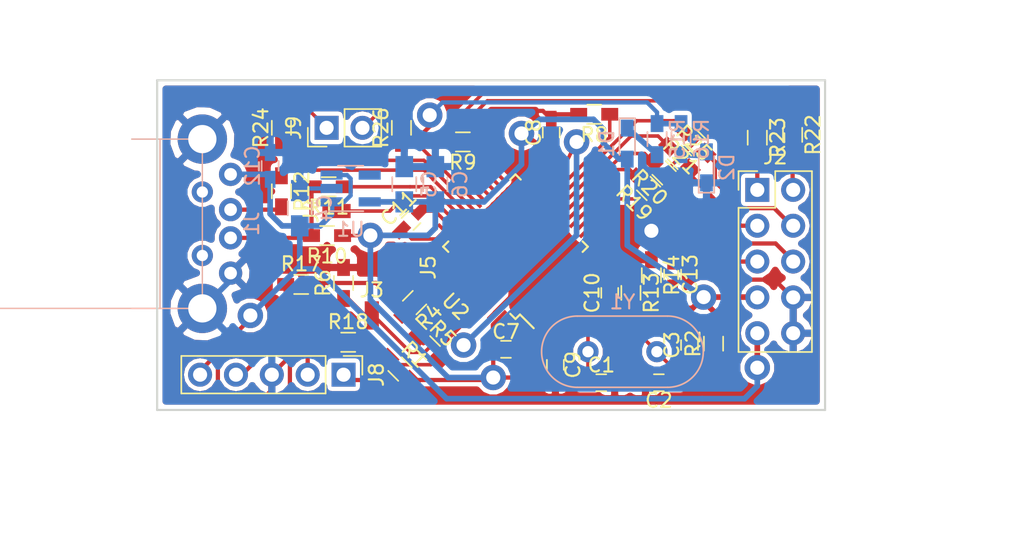
<source format=kicad_pcb>
(kicad_pcb (version 4) (host pcbnew 4.0.6)

  (general
    (links 106)
    (no_connects 0)
    (area 123.049999 59.6 199.110001 97.940001)
    (thickness 1.6)
    (drawings 4)
    (tracks 449)
    (zones 0)
    (modules 49)
    (nets 54)
  )

  (page A4)
  (layers
    (0 F.Cu signal)
    (31 B.Cu signal hide)
    (32 B.Adhes user)
    (33 F.Adhes user)
    (34 B.Paste user)
    (35 F.Paste user)
    (36 B.SilkS user)
    (37 F.SilkS user)
    (38 B.Mask user)
    (39 F.Mask user)
    (40 Dwgs.User user)
    (41 Cmts.User user)
    (42 Eco1.User user)
    (43 Eco2.User user)
    (44 Edge.Cuts user)
    (45 Margin user)
    (46 B.CrtYd user)
    (47 F.CrtYd user)
    (48 B.Fab user)
    (49 F.Fab user)
  )

  (setup
    (last_trace_width 0.3)
    (user_trace_width 0.3)
    (user_trace_width 0.4)
    (trace_clearance 0.2)
    (zone_clearance 0.3)
    (zone_45_only no)
    (trace_min 0.2)
    (segment_width 0.2)
    (edge_width 0.15)
    (via_size 0.6)
    (via_drill 0.4)
    (via_min_size 0.4)
    (via_min_drill 0.3)
    (user_via 1.8 1)
    (uvia_size 0.3)
    (uvia_drill 0.1)
    (uvias_allowed no)
    (uvia_min_size 0.2)
    (uvia_min_drill 0.1)
    (pcb_text_width 0.3)
    (pcb_text_size 1.5 1.5)
    (mod_edge_width 0.15)
    (mod_text_size 1 1)
    (mod_text_width 0.15)
    (pad_size 1.524 1.524)
    (pad_drill 0.762)
    (pad_to_mask_clearance 0.2)
    (aux_axis_origin 0 0)
    (visible_elements FFFC771F)
    (pcbplotparams
      (layerselection 0x00000_80000001)
      (usegerberextensions false)
      (excludeedgelayer true)
      (linewidth 0.100000)
      (plotframeref false)
      (viasonmask false)
      (mode 1)
      (useauxorigin false)
      (hpglpennumber 1)
      (hpglpenspeed 20)
      (hpglpendiameter 15)
      (hpglpenoverlay 2)
      (psnegative false)
      (psa4output false)
      (plotreference true)
      (plotvalue true)
      (plotinvisibletext false)
      (padsonsilk false)
      (subtractmaskfromsilk false)
      (outputformat 4)
      (mirror false)
      (drillshape 1)
      (scaleselection 1)
      (outputdirectory ""))
  )

  (net 0 "")
  (net 1 VDD)
  (net 2 "Net-(U2-Pad4)")
  (net 3 "Net-(C1-Pad1)")
  (net 4 "Net-(C2-Pad1)")
  (net 5 "Net-(C3-Pad2)")
  (net 6 GND)
  (net 7 "Net-(U2-Pad11)")
  (net 8 "Net-(U2-Pad14)")
  (net 9 /tdo)
  (net 10 /tdi)
  (net 11 /nrst)
  (net 12 /jrst)
  (net 13 "Net-(R8-Pad1)")
  (net 14 /swim_in)
  (net 15 /swim)
  (net 16 /tck_swclk)
  (net 17 /tms_swdio)
  (net 18 "Net-(U2-Pad28)")
  (net 19 "Net-(U2-Pad29)")
  (net 20 /led)
  (net 21 /rx)
  (net 22 /dm)
  (net 23 /dp)
  (net 24 "Net-(U2-Pad38)")
  (net 25 "Net-(U2-Pad39)")
  (net 26 "Net-(U2-Pad40)")
  (net 27 "Net-(R4-Pad1)")
  (net 28 /swim_reset)
  (net 29 /boot0)
  (net 30 /5v)
  (net 31 "Net-(D1-Pad1)")
  (net 32 "Net-(D2-Pad2)")
  (net 33 "Net-(J1-Pad3)")
  (net 34 "Net-(J1-Pad2)")
  (net 35 "Net-(U1-Pad4)")
  (net 36 "Net-(J4-Pad1)")
  (net 37 "Net-(J5-Pad1)")
  (net 38 "Net-(R9-Pad1)")
  (net 39 "Net-(U2-Pad2)")
  (net 40 "Net-(U2-Pad3)")
  (net 41 "Net-(U2-Pad12)")
  (net 42 "Net-(U2-Pad13)")
  (net 43 "Net-(C13-Pad2)")
  (net 44 /PROG_RX)
  (net 45 /PROG_TX)
  (net 46 /Rswim)
  (net 47 /RSwim_res)
  (net 48 /Rswdio)
  (net 49 /Rswclk)
  (net 50 /Rjrst)
  (net 51 /Rtdo)
  (net 52 /Rtdi)
  (net 53 /Rnrst)

  (net_class Default "Это класс цепей по умолчанию."
    (clearance 0.2)
    (trace_width 0.25)
    (via_dia 0.6)
    (via_drill 0.4)
    (uvia_dia 0.3)
    (uvia_drill 0.1)
    (add_net /5v)
    (add_net /PROG_RX)
    (add_net /PROG_TX)
    (add_net /RSwim_res)
    (add_net /Rjrst)
    (add_net /Rnrst)
    (add_net /Rswclk)
    (add_net /Rswdio)
    (add_net /Rswim)
    (add_net /Rtdi)
    (add_net /Rtdo)
    (add_net /boot0)
    (add_net /dm)
    (add_net /dp)
    (add_net /jrst)
    (add_net /led)
    (add_net /nrst)
    (add_net /rx)
    (add_net /swim)
    (add_net /swim_in)
    (add_net /swim_reset)
    (add_net /tck_swclk)
    (add_net /tdi)
    (add_net /tdo)
    (add_net /tms_swdio)
    (add_net GND)
    (add_net "Net-(C1-Pad1)")
    (add_net "Net-(C13-Pad2)")
    (add_net "Net-(C2-Pad1)")
    (add_net "Net-(C3-Pad2)")
    (add_net "Net-(D1-Pad1)")
    (add_net "Net-(D2-Pad2)")
    (add_net "Net-(J1-Pad2)")
    (add_net "Net-(J1-Pad3)")
    (add_net "Net-(J4-Pad1)")
    (add_net "Net-(J5-Pad1)")
    (add_net "Net-(R4-Pad1)")
    (add_net "Net-(R8-Pad1)")
    (add_net "Net-(R9-Pad1)")
    (add_net "Net-(U1-Pad4)")
    (add_net "Net-(U2-Pad11)")
    (add_net "Net-(U2-Pad12)")
    (add_net "Net-(U2-Pad13)")
    (add_net "Net-(U2-Pad14)")
    (add_net "Net-(U2-Pad2)")
    (add_net "Net-(U2-Pad28)")
    (add_net "Net-(U2-Pad29)")
    (add_net "Net-(U2-Pad3)")
    (add_net "Net-(U2-Pad38)")
    (add_net "Net-(U2-Pad39)")
    (add_net "Net-(U2-Pad4)")
    (add_net "Net-(U2-Pad40)")
    (add_net VDD)
  )

  (module TO_SOT_Packages_SMD:SOT-23-5_HandSoldering (layer B.Cu) (tedit 58CE4E7E) (tstamp 597F7916)
    (at 151.4 73.3)
    (descr "5-pin SOT23 package")
    (tags "SOT-23-5 hand-soldering")
    (path /597347B2)
    (attr smd)
    (fp_text reference U1 (at 0 2.9) (layer B.SilkS)
      (effects (font (size 1 1) (thickness 0.15)) (justify mirror))
    )
    (fp_text value NCP603 (at 0 -2.9) (layer B.Fab)
      (effects (font (size 1 1) (thickness 0.15)) (justify mirror))
    )
    (fp_text user %R (at 0 0 270) (layer B.Fab)
      (effects (font (size 0.5 0.5) (thickness 0.075)) (justify mirror))
    )
    (fp_line (start -0.9 -1.61) (end 0.9 -1.61) (layer B.SilkS) (width 0.12))
    (fp_line (start 0.9 1.61) (end -1.55 1.61) (layer B.SilkS) (width 0.12))
    (fp_line (start -0.9 0.9) (end -0.25 1.55) (layer B.Fab) (width 0.1))
    (fp_line (start 0.9 1.55) (end -0.25 1.55) (layer B.Fab) (width 0.1))
    (fp_line (start -0.9 0.9) (end -0.9 -1.55) (layer B.Fab) (width 0.1))
    (fp_line (start 0.9 -1.55) (end -0.9 -1.55) (layer B.Fab) (width 0.1))
    (fp_line (start 0.9 1.55) (end 0.9 -1.55) (layer B.Fab) (width 0.1))
    (fp_line (start -2.38 1.8) (end 2.38 1.8) (layer B.CrtYd) (width 0.05))
    (fp_line (start -2.38 1.8) (end -2.38 -1.8) (layer B.CrtYd) (width 0.05))
    (fp_line (start 2.38 -1.8) (end 2.38 1.8) (layer B.CrtYd) (width 0.05))
    (fp_line (start 2.38 -1.8) (end -2.38 -1.8) (layer B.CrtYd) (width 0.05))
    (pad 1 smd rect (at -1.35 0.95) (size 1.56 0.65) (layers B.Cu B.Paste B.Mask)
      (net 30 /5v))
    (pad 2 smd rect (at -1.35 0) (size 1.56 0.65) (layers B.Cu B.Paste B.Mask)
      (net 6 GND))
    (pad 3 smd rect (at -1.35 -0.95) (size 1.56 0.65) (layers B.Cu B.Paste B.Mask)
      (net 30 /5v))
    (pad 4 smd rect (at 1.35 -0.95) (size 1.56 0.65) (layers B.Cu B.Paste B.Mask)
      (net 35 "Net-(U1-Pad4)"))
    (pad 5 smd rect (at 1.35 0.95) (size 1.56 0.65) (layers B.Cu B.Paste B.Mask)
      (net 1 VDD))
    (model ${KISYS3DMOD}/TO_SOT_Packages_SMD.3dshapes\SOT-23-5.wrl
      (at (xyz 0 0 0))
      (scale (xyz 1 1 1))
      (rotate (xyz 0 0 0))
    )
  )

  (module Housings_QFP:LQFP-48_7x7mm_Pitch0.5mm (layer F.Cu) (tedit 54130A77) (tstamp 597F7679)
    (at 163.075 77.425 135)
    (descr "48 LEAD LQFP 7x7mm (see MICREL LQFP7x7-48LD-PL-1.pdf)")
    (tags "QFP 0.5")
    (path /5973457E)
    (attr smd)
    (fp_text reference U2 (at 0 -6 135) (layer F.SilkS)
      (effects (font (size 1 1) (thickness 0.15)))
    )
    (fp_text value STM32F103C8Tx (at 0 6 135) (layer F.Fab)
      (effects (font (size 1 1) (thickness 0.15)))
    )
    (fp_text user %R (at 0 0 135) (layer F.Fab)
      (effects (font (size 1 1) (thickness 0.15)))
    )
    (fp_line (start -2.5 -3.5) (end 3.5 -3.5) (layer F.Fab) (width 0.15))
    (fp_line (start 3.5 -3.5) (end 3.5 3.5) (layer F.Fab) (width 0.15))
    (fp_line (start 3.5 3.5) (end -3.5 3.5) (layer F.Fab) (width 0.15))
    (fp_line (start -3.5 3.5) (end -3.5 -2.5) (layer F.Fab) (width 0.15))
    (fp_line (start -3.5 -2.5) (end -2.5 -3.5) (layer F.Fab) (width 0.15))
    (fp_line (start -5.25 -5.25) (end -5.25 5.25) (layer F.CrtYd) (width 0.05))
    (fp_line (start 5.25 -5.25) (end 5.25 5.25) (layer F.CrtYd) (width 0.05))
    (fp_line (start -5.25 -5.25) (end 5.25 -5.25) (layer F.CrtYd) (width 0.05))
    (fp_line (start -5.25 5.25) (end 5.25 5.25) (layer F.CrtYd) (width 0.05))
    (fp_line (start -3.625 -3.625) (end -3.625 -3.175) (layer F.SilkS) (width 0.15))
    (fp_line (start 3.625 -3.625) (end 3.625 -3.1) (layer F.SilkS) (width 0.15))
    (fp_line (start 3.625 3.625) (end 3.625 3.1) (layer F.SilkS) (width 0.15))
    (fp_line (start -3.625 3.625) (end -3.625 3.1) (layer F.SilkS) (width 0.15))
    (fp_line (start -3.625 -3.625) (end -3.1 -3.625) (layer F.SilkS) (width 0.15))
    (fp_line (start -3.625 3.625) (end -3.1 3.625) (layer F.SilkS) (width 0.15))
    (fp_line (start 3.625 3.625) (end 3.1 3.625) (layer F.SilkS) (width 0.15))
    (fp_line (start 3.625 -3.625) (end 3.1 -3.625) (layer F.SilkS) (width 0.15))
    (fp_line (start -3.625 -3.175) (end -5 -3.175) (layer F.SilkS) (width 0.15))
    (pad 1 smd rect (at -4.35 -2.75 135) (size 1.3 0.25) (layers F.Cu F.Paste F.Mask)
      (net 1 VDD))
    (pad 2 smd rect (at -4.35 -2.25 135) (size 1.3 0.25) (layers F.Cu F.Paste F.Mask)
      (net 39 "Net-(U2-Pad2)"))
    (pad 3 smd rect (at -4.35 -1.75 135) (size 1.3 0.25) (layers F.Cu F.Paste F.Mask)
      (net 40 "Net-(U2-Pad3)"))
    (pad 4 smd rect (at -4.35 -1.25 135) (size 1.3 0.25) (layers F.Cu F.Paste F.Mask)
      (net 2 "Net-(U2-Pad4)"))
    (pad 5 smd rect (at -4.35 -0.75 135) (size 1.3 0.25) (layers F.Cu F.Paste F.Mask)
      (net 3 "Net-(C1-Pad1)"))
    (pad 6 smd rect (at -4.35 -0.25 135) (size 1.3 0.25) (layers F.Cu F.Paste F.Mask)
      (net 4 "Net-(C2-Pad1)"))
    (pad 7 smd rect (at -4.35 0.25 135) (size 1.3 0.25) (layers F.Cu F.Paste F.Mask)
      (net 5 "Net-(C3-Pad2)"))
    (pad 8 smd rect (at -4.35 0.75 135) (size 1.3 0.25) (layers F.Cu F.Paste F.Mask)
      (net 6 GND))
    (pad 9 smd rect (at -4.35 1.25 135) (size 1.3 0.25) (layers F.Cu F.Paste F.Mask)
      (net 1 VDD))
    (pad 10 smd rect (at -4.35 1.75 135) (size 1.3 0.25) (layers F.Cu F.Paste F.Mask)
      (net 43 "Net-(C13-Pad2)"))
    (pad 11 smd rect (at -4.35 2.25 135) (size 1.3 0.25) (layers F.Cu F.Paste F.Mask)
      (net 7 "Net-(U2-Pad11)"))
    (pad 12 smd rect (at -4.35 2.75 135) (size 1.3 0.25) (layers F.Cu F.Paste F.Mask)
      (net 41 "Net-(U2-Pad12)"))
    (pad 13 smd rect (at -2.75 4.35 225) (size 1.3 0.25) (layers F.Cu F.Paste F.Mask)
      (net 42 "Net-(U2-Pad13)"))
    (pad 14 smd rect (at -2.25 4.35 225) (size 1.3 0.25) (layers F.Cu F.Paste F.Mask)
      (net 8 "Net-(U2-Pad14)"))
    (pad 15 smd rect (at -1.75 4.35 225) (size 1.3 0.25) (layers F.Cu F.Paste F.Mask)
      (net 16 /tck_swclk))
    (pad 16 smd rect (at -1.25 4.35 225) (size 1.3 0.25) (layers F.Cu F.Paste F.Mask)
      (net 9 /tdo))
    (pad 17 smd rect (at -0.75 4.35 225) (size 1.3 0.25) (layers F.Cu F.Paste F.Mask)
      (net 10 /tdi))
    (pad 18 smd rect (at -0.25 4.35 225) (size 1.3 0.25) (layers F.Cu F.Paste F.Mask)
      (net 11 /nrst))
    (pad 19 smd rect (at 0.25 4.35 225) (size 1.3 0.25) (layers F.Cu F.Paste F.Mask)
      (net 12 /jrst))
    (pad 20 smd rect (at 0.75 4.35 225) (size 1.3 0.25) (layers F.Cu F.Paste F.Mask)
      (net 13 "Net-(R8-Pad1)"))
    (pad 21 smd rect (at 1.25 4.35 225) (size 1.3 0.25) (layers F.Cu F.Paste F.Mask)
      (net 14 /swim_in))
    (pad 22 smd rect (at 1.75 4.35 225) (size 1.3 0.25) (layers F.Cu F.Paste F.Mask)
      (net 15 /swim))
    (pad 23 smd rect (at 2.25 4.35 225) (size 1.3 0.25) (layers F.Cu F.Paste F.Mask)
      (net 6 GND))
    (pad 24 smd rect (at 2.75 4.35 225) (size 1.3 0.25) (layers F.Cu F.Paste F.Mask)
      (net 1 VDD))
    (pad 25 smd rect (at 4.35 2.75 135) (size 1.3 0.25) (layers F.Cu F.Paste F.Mask)
      (net 38 "Net-(R9-Pad1)"))
    (pad 26 smd rect (at 4.35 2.25 135) (size 1.3 0.25) (layers F.Cu F.Paste F.Mask)
      (net 16 /tck_swclk))
    (pad 27 smd rect (at 4.35 1.75 135) (size 1.3 0.25) (layers F.Cu F.Paste F.Mask)
      (net 17 /tms_swdio))
    (pad 28 smd rect (at 4.35 1.25 135) (size 1.3 0.25) (layers F.Cu F.Paste F.Mask)
      (net 18 "Net-(U2-Pad28)"))
    (pad 29 smd rect (at 4.35 0.75 135) (size 1.3 0.25) (layers F.Cu F.Paste F.Mask)
      (net 19 "Net-(U2-Pad29)"))
    (pad 30 smd rect (at 4.35 0.25 135) (size 1.3 0.25) (layers F.Cu F.Paste F.Mask)
      (net 20 /led))
    (pad 31 smd rect (at 4.35 -0.25 135) (size 1.3 0.25) (layers F.Cu F.Paste F.Mask)
      (net 21 /rx))
    (pad 32 smd rect (at 4.35 -0.75 135) (size 1.3 0.25) (layers F.Cu F.Paste F.Mask)
      (net 22 /dm))
    (pad 33 smd rect (at 4.35 -1.25 135) (size 1.3 0.25) (layers F.Cu F.Paste F.Mask)
      (net 23 /dp))
    (pad 34 smd rect (at 4.35 -1.75 135) (size 1.3 0.25) (layers F.Cu F.Paste F.Mask)
      (net 36 "Net-(J4-Pad1)"))
    (pad 35 smd rect (at 4.35 -2.25 135) (size 1.3 0.25) (layers F.Cu F.Paste F.Mask)
      (net 6 GND))
    (pad 36 smd rect (at 4.35 -2.75 135) (size 1.3 0.25) (layers F.Cu F.Paste F.Mask)
      (net 1 VDD))
    (pad 37 smd rect (at 2.75 -4.35 225) (size 1.3 0.25) (layers F.Cu F.Paste F.Mask)
      (net 37 "Net-(J5-Pad1)"))
    (pad 38 smd rect (at 2.25 -4.35 225) (size 1.3 0.25) (layers F.Cu F.Paste F.Mask)
      (net 24 "Net-(U2-Pad38)"))
    (pad 39 smd rect (at 1.75 -4.35 225) (size 1.3 0.25) (layers F.Cu F.Paste F.Mask)
      (net 25 "Net-(U2-Pad39)"))
    (pad 40 smd rect (at 1.25 -4.35 225) (size 1.3 0.25) (layers F.Cu F.Paste F.Mask)
      (net 26 "Net-(U2-Pad40)"))
    (pad 41 smd rect (at 0.75 -4.35 225) (size 1.3 0.25) (layers F.Cu F.Paste F.Mask)
      (net 27 "Net-(R4-Pad1)"))
    (pad 42 smd rect (at 0.25 -4.35 225) (size 1.3 0.25) (layers F.Cu F.Paste F.Mask)
      (net 28 /swim_reset))
    (pad 43 smd rect (at -0.25 -4.35 225) (size 1.3 0.25) (layers F.Cu F.Paste F.Mask)
      (net 14 /swim_in))
    (pad 44 smd rect (at -0.75 -4.35 225) (size 1.3 0.25) (layers F.Cu F.Paste F.Mask)
      (net 29 /boot0))
    (pad 45 smd rect (at -1.25 -4.35 225) (size 1.3 0.25) (layers F.Cu F.Paste F.Mask)
      (net 15 /swim))
    (pad 46 smd rect (at -1.75 -4.35 225) (size 1.3 0.25) (layers F.Cu F.Paste F.Mask)
      (net 14 /swim_in))
    (pad 47 smd rect (at -2.25 -4.35 225) (size 1.3 0.25) (layers F.Cu F.Paste F.Mask)
      (net 6 GND))
    (pad 48 smd rect (at -2.75 -4.35 225) (size 1.3 0.25) (layers F.Cu F.Paste F.Mask)
      (net 1 VDD))
    (model ${KISYS3DMOD}/Housings_QFP.3dshapes/LQFP-48_7x7mm_Pitch0.5mm.wrl
      (at (xyz 0 0 0))
      (scale (xyz 1 1 1))
      (rotate (xyz 0 0 0))
    )
  )

  (module Capacitors_SMD:C_0603_HandSoldering (layer F.Cu) (tedit 58AA848B) (tstamp 597F7804)
    (at 169.15 87.07)
    (descr "Capacitor SMD 0603, hand soldering")
    (tags "capacitor 0603")
    (path /597349A4)
    (attr smd)
    (fp_text reference C1 (at 0 -1.25) (layer F.SilkS)
      (effects (font (size 1 1) (thickness 0.15)))
    )
    (fp_text value 22pf (at 0 1.5) (layer F.Fab)
      (effects (font (size 1 1) (thickness 0.15)))
    )
    (fp_text user %R (at 0 -1.25) (layer F.Fab)
      (effects (font (size 1 1) (thickness 0.15)))
    )
    (fp_line (start -0.8 0.4) (end -0.8 -0.4) (layer F.Fab) (width 0.1))
    (fp_line (start 0.8 0.4) (end -0.8 0.4) (layer F.Fab) (width 0.1))
    (fp_line (start 0.8 -0.4) (end 0.8 0.4) (layer F.Fab) (width 0.1))
    (fp_line (start -0.8 -0.4) (end 0.8 -0.4) (layer F.Fab) (width 0.1))
    (fp_line (start -0.35 -0.6) (end 0.35 -0.6) (layer F.SilkS) (width 0.12))
    (fp_line (start 0.35 0.6) (end -0.35 0.6) (layer F.SilkS) (width 0.12))
    (fp_line (start -1.8 -0.65) (end 1.8 -0.65) (layer F.CrtYd) (width 0.05))
    (fp_line (start -1.8 -0.65) (end -1.8 0.65) (layer F.CrtYd) (width 0.05))
    (fp_line (start 1.8 0.65) (end 1.8 -0.65) (layer F.CrtYd) (width 0.05))
    (fp_line (start 1.8 0.65) (end -1.8 0.65) (layer F.CrtYd) (width 0.05))
    (pad 1 smd rect (at -0.95 0) (size 1.2 0.75) (layers F.Cu F.Paste F.Mask)
      (net 3 "Net-(C1-Pad1)"))
    (pad 2 smd rect (at 0.95 0) (size 1.2 0.75) (layers F.Cu F.Paste F.Mask)
      (net 6 GND))
    (model Capacitors_SMD.3dshapes/C_0603.wrl
      (at (xyz 0 0 0))
      (scale (xyz 1 1 1))
      (rotate (xyz 0 0 0))
    )
  )

  (module Capacitors_SMD:C_0603_HandSoldering (layer F.Cu) (tedit 58AA848B) (tstamp 597F780A)
    (at 173.23 87.07 180)
    (descr "Capacitor SMD 0603, hand soldering")
    (tags "capacitor 0603")
    (path /597349DD)
    (attr smd)
    (fp_text reference C2 (at 0 -1.25 180) (layer F.SilkS)
      (effects (font (size 1 1) (thickness 0.15)))
    )
    (fp_text value 22pf (at 0 1.5 180) (layer F.Fab)
      (effects (font (size 1 1) (thickness 0.15)))
    )
    (fp_text user %R (at 0 -1.25 180) (layer F.Fab)
      (effects (font (size 1 1) (thickness 0.15)))
    )
    (fp_line (start -0.8 0.4) (end -0.8 -0.4) (layer F.Fab) (width 0.1))
    (fp_line (start 0.8 0.4) (end -0.8 0.4) (layer F.Fab) (width 0.1))
    (fp_line (start 0.8 -0.4) (end 0.8 0.4) (layer F.Fab) (width 0.1))
    (fp_line (start -0.8 -0.4) (end 0.8 -0.4) (layer F.Fab) (width 0.1))
    (fp_line (start -0.35 -0.6) (end 0.35 -0.6) (layer F.SilkS) (width 0.12))
    (fp_line (start 0.35 0.6) (end -0.35 0.6) (layer F.SilkS) (width 0.12))
    (fp_line (start -1.8 -0.65) (end 1.8 -0.65) (layer F.CrtYd) (width 0.05))
    (fp_line (start -1.8 -0.65) (end -1.8 0.65) (layer F.CrtYd) (width 0.05))
    (fp_line (start 1.8 0.65) (end 1.8 -0.65) (layer F.CrtYd) (width 0.05))
    (fp_line (start 1.8 0.65) (end -1.8 0.65) (layer F.CrtYd) (width 0.05))
    (pad 1 smd rect (at -0.95 0 180) (size 1.2 0.75) (layers F.Cu F.Paste F.Mask)
      (net 4 "Net-(C2-Pad1)"))
    (pad 2 smd rect (at 0.95 0 180) (size 1.2 0.75) (layers F.Cu F.Paste F.Mask)
      (net 6 GND))
    (model Capacitors_SMD.3dshapes/C_0603.wrl
      (at (xyz 0 0 0))
      (scale (xyz 1 1 1))
      (rotate (xyz 0 0 0))
    )
  )

  (module Capacitors_SMD:C_0603_HandSoldering (layer F.Cu) (tedit 58AA848B) (tstamp 597F7810)
    (at 175.4 84.4 90)
    (descr "Capacitor SMD 0603, hand soldering")
    (tags "capacitor 0603")
    (path /59736097)
    (attr smd)
    (fp_text reference C3 (at 0 -1.25 90) (layer F.SilkS)
      (effects (font (size 1 1) (thickness 0.15)))
    )
    (fp_text value 100n (at 0 1.5 90) (layer F.Fab)
      (effects (font (size 1 1) (thickness 0.15)))
    )
    (fp_text user %R (at 0 -1.25 90) (layer F.Fab)
      (effects (font (size 1 1) (thickness 0.15)))
    )
    (fp_line (start -0.8 0.4) (end -0.8 -0.4) (layer F.Fab) (width 0.1))
    (fp_line (start 0.8 0.4) (end -0.8 0.4) (layer F.Fab) (width 0.1))
    (fp_line (start 0.8 -0.4) (end 0.8 0.4) (layer F.Fab) (width 0.1))
    (fp_line (start -0.8 -0.4) (end 0.8 -0.4) (layer F.Fab) (width 0.1))
    (fp_line (start -0.35 -0.6) (end 0.35 -0.6) (layer F.SilkS) (width 0.12))
    (fp_line (start 0.35 0.6) (end -0.35 0.6) (layer F.SilkS) (width 0.12))
    (fp_line (start -1.8 -0.65) (end 1.8 -0.65) (layer F.CrtYd) (width 0.05))
    (fp_line (start -1.8 -0.65) (end -1.8 0.65) (layer F.CrtYd) (width 0.05))
    (fp_line (start 1.8 0.65) (end 1.8 -0.65) (layer F.CrtYd) (width 0.05))
    (fp_line (start 1.8 0.65) (end -1.8 0.65) (layer F.CrtYd) (width 0.05))
    (pad 1 smd rect (at -0.95 0 90) (size 1.2 0.75) (layers F.Cu F.Paste F.Mask)
      (net 6 GND))
    (pad 2 smd rect (at 0.95 0 90) (size 1.2 0.75) (layers F.Cu F.Paste F.Mask)
      (net 5 "Net-(C3-Pad2)"))
    (model Capacitors_SMD.3dshapes/C_0603.wrl
      (at (xyz 0 0 0))
      (scale (xyz 1 1 1))
      (rotate (xyz 0 0 0))
    )
  )

  (module Capacitors_SMD:C_0805_HandSoldering (layer B.Cu) (tedit 58AA84A8) (tstamp 597F7816)
    (at 147.8 74.7 90)
    (descr "Capacitor SMD 0805, hand soldering")
    (tags "capacitor 0805")
    (path /59735839)
    (attr smd)
    (fp_text reference C4 (at 0 1.75 90) (layer B.SilkS)
      (effects (font (size 1 1) (thickness 0.15)) (justify mirror))
    )
    (fp_text value 10uf (at 0 -1.75 90) (layer B.Fab)
      (effects (font (size 1 1) (thickness 0.15)) (justify mirror))
    )
    (fp_text user %R (at 0 1.75 90) (layer B.Fab)
      (effects (font (size 1 1) (thickness 0.15)) (justify mirror))
    )
    (fp_line (start -1 -0.62) (end -1 0.62) (layer B.Fab) (width 0.1))
    (fp_line (start 1 -0.62) (end -1 -0.62) (layer B.Fab) (width 0.1))
    (fp_line (start 1 0.62) (end 1 -0.62) (layer B.Fab) (width 0.1))
    (fp_line (start -1 0.62) (end 1 0.62) (layer B.Fab) (width 0.1))
    (fp_line (start 0.5 0.85) (end -0.5 0.85) (layer B.SilkS) (width 0.12))
    (fp_line (start -0.5 -0.85) (end 0.5 -0.85) (layer B.SilkS) (width 0.12))
    (fp_line (start -2.25 0.88) (end 2.25 0.88) (layer B.CrtYd) (width 0.05))
    (fp_line (start -2.25 0.88) (end -2.25 -0.87) (layer B.CrtYd) (width 0.05))
    (fp_line (start 2.25 -0.87) (end 2.25 0.88) (layer B.CrtYd) (width 0.05))
    (fp_line (start 2.25 -0.87) (end -2.25 -0.87) (layer B.CrtYd) (width 0.05))
    (pad 1 smd rect (at -1.25 0 90) (size 1.5 1.25) (layers B.Cu B.Paste B.Mask)
      (net 30 /5v))
    (pad 2 smd rect (at 1.25 0 90) (size 1.5 1.25) (layers B.Cu B.Paste B.Mask)
      (net 6 GND))
    (model Capacitors_SMD.3dshapes/C_0805.wrl
      (at (xyz 0 0 0))
      (scale (xyz 1 1 1))
      (rotate (xyz 0 0 0))
    )
  )

  (module Capacitors_SMD:C_0805_HandSoldering (layer B.Cu) (tedit 58AA84A8) (tstamp 597F781C)
    (at 155.2 73 90)
    (descr "Capacitor SMD 0805, hand soldering")
    (tags "capacitor 0805")
    (path /597357C9)
    (attr smd)
    (fp_text reference C5 (at 0 1.75 90) (layer B.SilkS)
      (effects (font (size 1 1) (thickness 0.15)) (justify mirror))
    )
    (fp_text value 10uf (at 0 -1.75 90) (layer B.Fab)
      (effects (font (size 1 1) (thickness 0.15)) (justify mirror))
    )
    (fp_text user %R (at 0 1.75 90) (layer B.Fab)
      (effects (font (size 1 1) (thickness 0.15)) (justify mirror))
    )
    (fp_line (start -1 -0.62) (end -1 0.62) (layer B.Fab) (width 0.1))
    (fp_line (start 1 -0.62) (end -1 -0.62) (layer B.Fab) (width 0.1))
    (fp_line (start 1 0.62) (end 1 -0.62) (layer B.Fab) (width 0.1))
    (fp_line (start -1 0.62) (end 1 0.62) (layer B.Fab) (width 0.1))
    (fp_line (start 0.5 0.85) (end -0.5 0.85) (layer B.SilkS) (width 0.12))
    (fp_line (start -0.5 -0.85) (end 0.5 -0.85) (layer B.SilkS) (width 0.12))
    (fp_line (start -2.25 0.88) (end 2.25 0.88) (layer B.CrtYd) (width 0.05))
    (fp_line (start -2.25 0.88) (end -2.25 -0.87) (layer B.CrtYd) (width 0.05))
    (fp_line (start 2.25 -0.87) (end 2.25 0.88) (layer B.CrtYd) (width 0.05))
    (fp_line (start 2.25 -0.87) (end -2.25 -0.87) (layer B.CrtYd) (width 0.05))
    (pad 1 smd rect (at -1.25 0 90) (size 1.5 1.25) (layers B.Cu B.Paste B.Mask)
      (net 1 VDD))
    (pad 2 smd rect (at 1.25 0 90) (size 1.5 1.25) (layers B.Cu B.Paste B.Mask)
      (net 6 GND))
    (model Capacitors_SMD.3dshapes/C_0805.wrl
      (at (xyz 0 0 0))
      (scale (xyz 1 1 1))
      (rotate (xyz 0 0 0))
    )
  )

  (module Capacitors_SMD:C_0805_HandSoldering (layer B.Cu) (tedit 58AA84A8) (tstamp 597F7822)
    (at 157.4 73 90)
    (descr "Capacitor SMD 0805, hand soldering")
    (tags "capacitor 0805")
    (path /5973C182)
    (attr smd)
    (fp_text reference C6 (at 0 1.75 90) (layer B.SilkS)
      (effects (font (size 1 1) (thickness 0.15)) (justify mirror))
    )
    (fp_text value 10uf (at 0 -1.75 90) (layer B.Fab)
      (effects (font (size 1 1) (thickness 0.15)) (justify mirror))
    )
    (fp_text user %R (at 0 1.75 90) (layer B.Fab)
      (effects (font (size 1 1) (thickness 0.15)) (justify mirror))
    )
    (fp_line (start -1 -0.62) (end -1 0.62) (layer B.Fab) (width 0.1))
    (fp_line (start 1 -0.62) (end -1 -0.62) (layer B.Fab) (width 0.1))
    (fp_line (start 1 0.62) (end 1 -0.62) (layer B.Fab) (width 0.1))
    (fp_line (start -1 0.62) (end 1 0.62) (layer B.Fab) (width 0.1))
    (fp_line (start 0.5 0.85) (end -0.5 0.85) (layer B.SilkS) (width 0.12))
    (fp_line (start -0.5 -0.85) (end 0.5 -0.85) (layer B.SilkS) (width 0.12))
    (fp_line (start -2.25 0.88) (end 2.25 0.88) (layer B.CrtYd) (width 0.05))
    (fp_line (start -2.25 0.88) (end -2.25 -0.87) (layer B.CrtYd) (width 0.05))
    (fp_line (start 2.25 -0.87) (end 2.25 0.88) (layer B.CrtYd) (width 0.05))
    (fp_line (start 2.25 -0.87) (end -2.25 -0.87) (layer B.CrtYd) (width 0.05))
    (pad 1 smd rect (at -1.25 0 90) (size 1.5 1.25) (layers B.Cu B.Paste B.Mask)
      (net 1 VDD))
    (pad 2 smd rect (at 1.25 0 90) (size 1.5 1.25) (layers B.Cu B.Paste B.Mask)
      (net 6 GND))
    (model Capacitors_SMD.3dshapes/C_0805.wrl
      (at (xyz 0 0 0))
      (scale (xyz 1 1 1))
      (rotate (xyz 0 0 0))
    )
  )

  (module Capacitors_SMD:C_0603_HandSoldering (layer F.Cu) (tedit 58AA848B) (tstamp 597F7828)
    (at 162.4 84.7)
    (descr "Capacitor SMD 0603, hand soldering")
    (tags "capacitor 0603")
    (path /59734FEF)
    (attr smd)
    (fp_text reference C7 (at 0 -1.25) (layer F.SilkS)
      (effects (font (size 1 1) (thickness 0.15)))
    )
    (fp_text value 100n (at 0 1.5) (layer F.Fab)
      (effects (font (size 1 1) (thickness 0.15)))
    )
    (fp_text user %R (at 0 -1.25) (layer F.Fab)
      (effects (font (size 1 1) (thickness 0.15)))
    )
    (fp_line (start -0.8 0.4) (end -0.8 -0.4) (layer F.Fab) (width 0.1))
    (fp_line (start 0.8 0.4) (end -0.8 0.4) (layer F.Fab) (width 0.1))
    (fp_line (start 0.8 -0.4) (end 0.8 0.4) (layer F.Fab) (width 0.1))
    (fp_line (start -0.8 -0.4) (end 0.8 -0.4) (layer F.Fab) (width 0.1))
    (fp_line (start -0.35 -0.6) (end 0.35 -0.6) (layer F.SilkS) (width 0.12))
    (fp_line (start 0.35 0.6) (end -0.35 0.6) (layer F.SilkS) (width 0.12))
    (fp_line (start -1.8 -0.65) (end 1.8 -0.65) (layer F.CrtYd) (width 0.05))
    (fp_line (start -1.8 -0.65) (end -1.8 0.65) (layer F.CrtYd) (width 0.05))
    (fp_line (start 1.8 0.65) (end 1.8 -0.65) (layer F.CrtYd) (width 0.05))
    (fp_line (start 1.8 0.65) (end -1.8 0.65) (layer F.CrtYd) (width 0.05))
    (pad 1 smd rect (at -0.95 0) (size 1.2 0.75) (layers F.Cu F.Paste F.Mask)
      (net 1 VDD))
    (pad 2 smd rect (at 0.95 0) (size 1.2 0.75) (layers F.Cu F.Paste F.Mask)
      (net 6 GND))
    (model Capacitors_SMD.3dshapes/C_0603.wrl
      (at (xyz 0 0 0))
      (scale (xyz 1 1 1))
      (rotate (xyz 0 0 0))
    )
  )

  (module Capacitors_SMD:C_0603_HandSoldering (layer F.Cu) (tedit 58AA848B) (tstamp 597F782E)
    (at 165.608 69.342 90)
    (descr "Capacitor SMD 0603, hand soldering")
    (tags "capacitor 0603")
    (path /5973508E)
    (attr smd)
    (fp_text reference C8 (at 0 -1.25 90) (layer F.SilkS)
      (effects (font (size 1 1) (thickness 0.15)))
    )
    (fp_text value 100n (at 0 1.5 90) (layer F.Fab)
      (effects (font (size 1 1) (thickness 0.15)))
    )
    (fp_text user %R (at 0 -1.25 90) (layer F.Fab)
      (effects (font (size 1 1) (thickness 0.15)))
    )
    (fp_line (start -0.8 0.4) (end -0.8 -0.4) (layer F.Fab) (width 0.1))
    (fp_line (start 0.8 0.4) (end -0.8 0.4) (layer F.Fab) (width 0.1))
    (fp_line (start 0.8 -0.4) (end 0.8 0.4) (layer F.Fab) (width 0.1))
    (fp_line (start -0.8 -0.4) (end 0.8 -0.4) (layer F.Fab) (width 0.1))
    (fp_line (start -0.35 -0.6) (end 0.35 -0.6) (layer F.SilkS) (width 0.12))
    (fp_line (start 0.35 0.6) (end -0.35 0.6) (layer F.SilkS) (width 0.12))
    (fp_line (start -1.8 -0.65) (end 1.8 -0.65) (layer F.CrtYd) (width 0.05))
    (fp_line (start -1.8 -0.65) (end -1.8 0.65) (layer F.CrtYd) (width 0.05))
    (fp_line (start 1.8 0.65) (end 1.8 -0.65) (layer F.CrtYd) (width 0.05))
    (fp_line (start 1.8 0.65) (end -1.8 0.65) (layer F.CrtYd) (width 0.05))
    (pad 1 smd rect (at -0.95 0 90) (size 1.2 0.75) (layers F.Cu F.Paste F.Mask)
      (net 1 VDD))
    (pad 2 smd rect (at 0.95 0 90) (size 1.2 0.75) (layers F.Cu F.Paste F.Mask)
      (net 6 GND))
    (model Capacitors_SMD.3dshapes/C_0603.wrl
      (at (xyz 0 0 0))
      (scale (xyz 1 1 1))
      (rotate (xyz 0 0 0))
    )
  )

  (module Capacitors_SMD:C_0603_HandSoldering (layer F.Cu) (tedit 58AA848B) (tstamp 597F7834)
    (at 165.9 85.8 270)
    (descr "Capacitor SMD 0603, hand soldering")
    (tags "capacitor 0603")
    (path /597350BD)
    (attr smd)
    (fp_text reference C9 (at 0 -1.25 270) (layer F.SilkS)
      (effects (font (size 1 1) (thickness 0.15)))
    )
    (fp_text value 100n (at 0 1.5 270) (layer F.Fab)
      (effects (font (size 1 1) (thickness 0.15)))
    )
    (fp_text user %R (at 0 -1.25 270) (layer F.Fab)
      (effects (font (size 1 1) (thickness 0.15)))
    )
    (fp_line (start -0.8 0.4) (end -0.8 -0.4) (layer F.Fab) (width 0.1))
    (fp_line (start 0.8 0.4) (end -0.8 0.4) (layer F.Fab) (width 0.1))
    (fp_line (start 0.8 -0.4) (end 0.8 0.4) (layer F.Fab) (width 0.1))
    (fp_line (start -0.8 -0.4) (end 0.8 -0.4) (layer F.Fab) (width 0.1))
    (fp_line (start -0.35 -0.6) (end 0.35 -0.6) (layer F.SilkS) (width 0.12))
    (fp_line (start 0.35 0.6) (end -0.35 0.6) (layer F.SilkS) (width 0.12))
    (fp_line (start -1.8 -0.65) (end 1.8 -0.65) (layer F.CrtYd) (width 0.05))
    (fp_line (start -1.8 -0.65) (end -1.8 0.65) (layer F.CrtYd) (width 0.05))
    (fp_line (start 1.8 0.65) (end 1.8 -0.65) (layer F.CrtYd) (width 0.05))
    (fp_line (start 1.8 0.65) (end -1.8 0.65) (layer F.CrtYd) (width 0.05))
    (pad 1 smd rect (at -0.95 0 270) (size 1.2 0.75) (layers F.Cu F.Paste F.Mask)
      (net 1 VDD))
    (pad 2 smd rect (at 0.95 0 270) (size 1.2 0.75) (layers F.Cu F.Paste F.Mask)
      (net 6 GND))
    (model Capacitors_SMD.3dshapes/C_0603.wrl
      (at (xyz 0 0 0))
      (scale (xyz 1 1 1))
      (rotate (xyz 0 0 0))
    )
  )

  (module Capacitors_SMD:C_0603_HandSoldering (layer F.Cu) (tedit 58AA848B) (tstamp 597F783A)
    (at 169.75 80.7 90)
    (descr "Capacitor SMD 0603, hand soldering")
    (tags "capacitor 0603")
    (path /597350F1)
    (attr smd)
    (fp_text reference C10 (at 0 -1.25 90) (layer F.SilkS)
      (effects (font (size 1 1) (thickness 0.15)))
    )
    (fp_text value 100n (at 0 1.5 90) (layer F.Fab)
      (effects (font (size 1 1) (thickness 0.15)))
    )
    (fp_text user %R (at 0 -1.25 90) (layer F.Fab)
      (effects (font (size 1 1) (thickness 0.15)))
    )
    (fp_line (start -0.8 0.4) (end -0.8 -0.4) (layer F.Fab) (width 0.1))
    (fp_line (start 0.8 0.4) (end -0.8 0.4) (layer F.Fab) (width 0.1))
    (fp_line (start 0.8 -0.4) (end 0.8 0.4) (layer F.Fab) (width 0.1))
    (fp_line (start -0.8 -0.4) (end 0.8 -0.4) (layer F.Fab) (width 0.1))
    (fp_line (start -0.35 -0.6) (end 0.35 -0.6) (layer F.SilkS) (width 0.12))
    (fp_line (start 0.35 0.6) (end -0.35 0.6) (layer F.SilkS) (width 0.12))
    (fp_line (start -1.8 -0.65) (end 1.8 -0.65) (layer F.CrtYd) (width 0.05))
    (fp_line (start -1.8 -0.65) (end -1.8 0.65) (layer F.CrtYd) (width 0.05))
    (fp_line (start 1.8 0.65) (end 1.8 -0.65) (layer F.CrtYd) (width 0.05))
    (fp_line (start 1.8 0.65) (end -1.8 0.65) (layer F.CrtYd) (width 0.05))
    (pad 1 smd rect (at -0.95 0 90) (size 1.2 0.75) (layers F.Cu F.Paste F.Mask)
      (net 1 VDD))
    (pad 2 smd rect (at 0.95 0 90) (size 1.2 0.75) (layers F.Cu F.Paste F.Mask)
      (net 6 GND))
    (model Capacitors_SMD.3dshapes/C_0603.wrl
      (at (xyz 0 0 0))
      (scale (xyz 1 1 1))
      (rotate (xyz 0 0 0))
    )
  )

  (module Capacitors_SMD:C_0603_HandSoldering (layer F.Cu) (tedit 58AA848B) (tstamp 597F7840)
    (at 155.675 75.575 45)
    (descr "Capacitor SMD 0603, hand soldering")
    (tags "capacitor 0603")
    (path /59735128)
    (attr smd)
    (fp_text reference C11 (at 0 -1.25 45) (layer F.SilkS)
      (effects (font (size 1 1) (thickness 0.15)))
    )
    (fp_text value 100n (at 0 1.5 45) (layer F.Fab)
      (effects (font (size 1 1) (thickness 0.15)))
    )
    (fp_text user %R (at 0 -1.25 45) (layer F.Fab)
      (effects (font (size 1 1) (thickness 0.15)))
    )
    (fp_line (start -0.8 0.4) (end -0.8 -0.4) (layer F.Fab) (width 0.1))
    (fp_line (start 0.8 0.4) (end -0.8 0.4) (layer F.Fab) (width 0.1))
    (fp_line (start 0.8 -0.4) (end 0.8 0.4) (layer F.Fab) (width 0.1))
    (fp_line (start -0.8 -0.4) (end 0.8 -0.4) (layer F.Fab) (width 0.1))
    (fp_line (start -0.35 -0.6) (end 0.35 -0.6) (layer F.SilkS) (width 0.12))
    (fp_line (start 0.35 0.6) (end -0.35 0.6) (layer F.SilkS) (width 0.12))
    (fp_line (start -1.8 -0.65) (end 1.8 -0.65) (layer F.CrtYd) (width 0.05))
    (fp_line (start -1.8 -0.65) (end -1.8 0.65) (layer F.CrtYd) (width 0.05))
    (fp_line (start 1.8 0.65) (end 1.8 -0.65) (layer F.CrtYd) (width 0.05))
    (fp_line (start 1.8 0.65) (end -1.8 0.65) (layer F.CrtYd) (width 0.05))
    (pad 1 smd rect (at -0.95 0 45) (size 1.2 0.75) (layers F.Cu F.Paste F.Mask)
      (net 1 VDD))
    (pad 2 smd rect (at 0.95 0 45) (size 1.2 0.75) (layers F.Cu F.Paste F.Mask)
      (net 6 GND))
    (model Capacitors_SMD.3dshapes/C_0603.wrl
      (at (xyz 0 0 0))
      (scale (xyz 1 1 1))
      (rotate (xyz 0 0 0))
    )
  )

  (module LEDs:LED_0603_HandSoldering (layer B.Cu) (tedit 595FC9C0) (tstamp 597F7846)
    (at 170.99 70.12 270)
    (descr "LED SMD 0603, hand soldering")
    (tags "LED 0603")
    (path /5973FA7E)
    (attr smd)
    (fp_text reference D1 (at 0 1.45 270) (layer B.SilkS)
      (effects (font (size 1 1) (thickness 0.15)) (justify mirror))
    )
    (fp_text value LED (at 0 -1.55 270) (layer B.Fab)
      (effects (font (size 1 1) (thickness 0.15)) (justify mirror))
    )
    (fp_line (start -1.8 0.55) (end -1.8 -0.55) (layer B.SilkS) (width 0.12))
    (fp_line (start -0.2 0.2) (end -0.2 -0.2) (layer B.Fab) (width 0.1))
    (fp_line (start -0.15 0) (end 0.15 0.2) (layer B.Fab) (width 0.1))
    (fp_line (start 0.15 -0.2) (end -0.15 0) (layer B.Fab) (width 0.1))
    (fp_line (start 0.15 0.2) (end 0.15 -0.2) (layer B.Fab) (width 0.1))
    (fp_line (start 0.8 -0.4) (end -0.8 -0.4) (layer B.Fab) (width 0.1))
    (fp_line (start 0.8 0.4) (end 0.8 -0.4) (layer B.Fab) (width 0.1))
    (fp_line (start -0.8 0.4) (end 0.8 0.4) (layer B.Fab) (width 0.1))
    (fp_line (start -1.8 -0.55) (end 0.8 -0.55) (layer B.SilkS) (width 0.12))
    (fp_line (start -1.8 0.55) (end 0.8 0.55) (layer B.SilkS) (width 0.12))
    (fp_line (start -1.96 0.7) (end 1.95 0.7) (layer B.CrtYd) (width 0.05))
    (fp_line (start -1.96 0.7) (end -1.96 -0.7) (layer B.CrtYd) (width 0.05))
    (fp_line (start 1.95 -0.7) (end 1.95 0.7) (layer B.CrtYd) (width 0.05))
    (fp_line (start 1.95 -0.7) (end -1.96 -0.7) (layer B.CrtYd) (width 0.05))
    (fp_line (start -0.8 0.4) (end -0.8 -0.4) (layer B.Fab) (width 0.1))
    (pad 1 smd rect (at -1.1 0 270) (size 1.2 0.9) (layers B.Cu B.Paste B.Mask)
      (net 31 "Net-(D1-Pad1)"))
    (pad 2 smd rect (at 1.1 0 270) (size 1.2 0.9) (layers B.Cu B.Paste B.Mask)
      (net 1 VDD))
    (model ${KISYS3DMOD}/LEDs.3dshapes/LED_0603.wrl
      (at (xyz 0 0 0))
      (scale (xyz 1 1 1))
      (rotate (xyz 0 0 180))
    )
  )

  (module LEDs:LED_0603_HandSoldering (layer B.Cu) (tedit 595FC9C0) (tstamp 597F784C)
    (at 176.6 71.8 90)
    (descr "LED SMD 0603, hand soldering")
    (tags "LED 0603")
    (path /5973FAF2)
    (attr smd)
    (fp_text reference D2 (at 0 1.45 90) (layer B.SilkS)
      (effects (font (size 1 1) (thickness 0.15)) (justify mirror))
    )
    (fp_text value LED (at 0 -1.55 90) (layer B.Fab)
      (effects (font (size 1 1) (thickness 0.15)) (justify mirror))
    )
    (fp_line (start -1.8 0.55) (end -1.8 -0.55) (layer B.SilkS) (width 0.12))
    (fp_line (start -0.2 0.2) (end -0.2 -0.2) (layer B.Fab) (width 0.1))
    (fp_line (start -0.15 0) (end 0.15 0.2) (layer B.Fab) (width 0.1))
    (fp_line (start 0.15 -0.2) (end -0.15 0) (layer B.Fab) (width 0.1))
    (fp_line (start 0.15 0.2) (end 0.15 -0.2) (layer B.Fab) (width 0.1))
    (fp_line (start 0.8 -0.4) (end -0.8 -0.4) (layer B.Fab) (width 0.1))
    (fp_line (start 0.8 0.4) (end 0.8 -0.4) (layer B.Fab) (width 0.1))
    (fp_line (start -0.8 0.4) (end 0.8 0.4) (layer B.Fab) (width 0.1))
    (fp_line (start -1.8 -0.55) (end 0.8 -0.55) (layer B.SilkS) (width 0.12))
    (fp_line (start -1.8 0.55) (end 0.8 0.55) (layer B.SilkS) (width 0.12))
    (fp_line (start -1.96 0.7) (end 1.95 0.7) (layer B.CrtYd) (width 0.05))
    (fp_line (start -1.96 0.7) (end -1.96 -0.7) (layer B.CrtYd) (width 0.05))
    (fp_line (start 1.95 -0.7) (end 1.95 0.7) (layer B.CrtYd) (width 0.05))
    (fp_line (start 1.95 -0.7) (end -1.96 -0.7) (layer B.CrtYd) (width 0.05))
    (fp_line (start -0.8 0.4) (end -0.8 -0.4) (layer B.Fab) (width 0.1))
    (pad 1 smd rect (at -1.1 0 90) (size 1.2 0.9) (layers B.Cu B.Paste B.Mask)
      (net 6 GND))
    (pad 2 smd rect (at 1.1 0 90) (size 1.2 0.9) (layers B.Cu B.Paste B.Mask)
      (net 32 "Net-(D2-Pad2)"))
    (model ${KISYS3DMOD}/LEDs.3dshapes/LED_0603.wrl
      (at (xyz 0 0 0))
      (scale (xyz 1 1 1))
      (rotate (xyz 0 0 180))
    )
  )

  (module Resistors_SMD:R_0603_HandSoldering (layer F.Cu) (tedit 58E0A804) (tstamp 597F787D)
    (at 154.9 86.1 315)
    (descr "Resistor SMD 0603, hand soldering")
    (tags "resistor 0603")
    (path /5973BD87)
    (attr smd)
    (fp_text reference R1 (at 0 -1.45 315) (layer F.SilkS)
      (effects (font (size 1 1) (thickness 0.15)))
    )
    (fp_text value 680 (at 0 1.55 315) (layer F.Fab)
      (effects (font (size 1 1) (thickness 0.15)))
    )
    (fp_text user %R (at 0 0 315) (layer F.Fab)
      (effects (font (size 0.4 0.4) (thickness 0.075)))
    )
    (fp_line (start -0.8 0.4) (end -0.8 -0.4) (layer F.Fab) (width 0.1))
    (fp_line (start 0.8 0.4) (end -0.8 0.4) (layer F.Fab) (width 0.1))
    (fp_line (start 0.8 -0.4) (end 0.8 0.4) (layer F.Fab) (width 0.1))
    (fp_line (start -0.8 -0.4) (end 0.8 -0.4) (layer F.Fab) (width 0.1))
    (fp_line (start 0.5 0.68) (end -0.5 0.68) (layer F.SilkS) (width 0.12))
    (fp_line (start -0.5 -0.68) (end 0.5 -0.68) (layer F.SilkS) (width 0.12))
    (fp_line (start -1.96 -0.7) (end 1.95 -0.7) (layer F.CrtYd) (width 0.05))
    (fp_line (start -1.96 -0.7) (end -1.96 0.7) (layer F.CrtYd) (width 0.05))
    (fp_line (start 1.95 0.7) (end 1.95 -0.7) (layer F.CrtYd) (width 0.05))
    (fp_line (start 1.95 0.7) (end -1.96 0.7) (layer F.CrtYd) (width 0.05))
    (pad 1 smd rect (at -1.1 0 315) (size 1.2 0.9) (layers F.Cu F.Paste F.Mask)
      (net 15 /swim))
    (pad 2 smd rect (at 1.1 0 315) (size 1.2 0.9) (layers F.Cu F.Paste F.Mask)
      (net 1 VDD))
    (model ${KISYS3DMOD}/Resistors_SMD.3dshapes/R_0603.wrl
      (at (xyz 0 0 0))
      (scale (xyz 1 1 1))
      (rotate (xyz 0 0 0))
    )
  )

  (module Resistors_SMD:R_0603_HandSoldering (layer F.Cu) (tedit 58E0A804) (tstamp 597F7883)
    (at 177.1 84.3 90)
    (descr "Resistor SMD 0603, hand soldering")
    (tags "resistor 0603")
    (path /5973603E)
    (attr smd)
    (fp_text reference R2 (at 0 -1.45 90) (layer F.SilkS)
      (effects (font (size 1 1) (thickness 0.15)))
    )
    (fp_text value 100k (at 0 1.55 90) (layer F.Fab)
      (effects (font (size 1 1) (thickness 0.15)))
    )
    (fp_text user %R (at 0 0 90) (layer F.Fab)
      (effects (font (size 0.4 0.4) (thickness 0.075)))
    )
    (fp_line (start -0.8 0.4) (end -0.8 -0.4) (layer F.Fab) (width 0.1))
    (fp_line (start 0.8 0.4) (end -0.8 0.4) (layer F.Fab) (width 0.1))
    (fp_line (start 0.8 -0.4) (end 0.8 0.4) (layer F.Fab) (width 0.1))
    (fp_line (start -0.8 -0.4) (end 0.8 -0.4) (layer F.Fab) (width 0.1))
    (fp_line (start 0.5 0.68) (end -0.5 0.68) (layer F.SilkS) (width 0.12))
    (fp_line (start -0.5 -0.68) (end 0.5 -0.68) (layer F.SilkS) (width 0.12))
    (fp_line (start -1.96 -0.7) (end 1.95 -0.7) (layer F.CrtYd) (width 0.05))
    (fp_line (start -1.96 -0.7) (end -1.96 0.7) (layer F.CrtYd) (width 0.05))
    (fp_line (start 1.95 0.7) (end 1.95 -0.7) (layer F.CrtYd) (width 0.05))
    (fp_line (start 1.95 0.7) (end -1.96 0.7) (layer F.CrtYd) (width 0.05))
    (pad 1 smd rect (at -1.1 0 90) (size 1.2 0.9) (layers F.Cu F.Paste F.Mask)
      (net 5 "Net-(C3-Pad2)"))
    (pad 2 smd rect (at 1.1 0 90) (size 1.2 0.9) (layers F.Cu F.Paste F.Mask)
      (net 1 VDD))
    (model ${KISYS3DMOD}/Resistors_SMD.3dshapes/R_0603.wrl
      (at (xyz 0 0 0))
      (scale (xyz 1 1 1))
      (rotate (xyz 0 0 0))
    )
  )

  (module Resistors_SMD:R_0603_HandSoldering (layer F.Cu) (tedit 58E0A804) (tstamp 597F788F)
    (at 155.93 81.39 225)
    (descr "Resistor SMD 0603, hand soldering")
    (tags "resistor 0603")
    (path /5973C7D4)
    (attr smd)
    (fp_text reference R4 (at 0 -1.45 225) (layer F.SilkS)
      (effects (font (size 1 1) (thickness 0.15)))
    )
    (fp_text value 220 (at 0 1.55 225) (layer F.Fab)
      (effects (font (size 1 1) (thickness 0.15)))
    )
    (fp_text user %R (at 0 0 225) (layer F.Fab)
      (effects (font (size 0.4 0.4) (thickness 0.075)))
    )
    (fp_line (start -0.8 0.4) (end -0.8 -0.4) (layer F.Fab) (width 0.1))
    (fp_line (start 0.8 0.4) (end -0.8 0.4) (layer F.Fab) (width 0.1))
    (fp_line (start 0.8 -0.4) (end 0.8 0.4) (layer F.Fab) (width 0.1))
    (fp_line (start -0.8 -0.4) (end 0.8 -0.4) (layer F.Fab) (width 0.1))
    (fp_line (start 0.5 0.68) (end -0.5 0.68) (layer F.SilkS) (width 0.12))
    (fp_line (start -0.5 -0.68) (end 0.5 -0.68) (layer F.SilkS) (width 0.12))
    (fp_line (start -1.96 -0.7) (end 1.95 -0.7) (layer F.CrtYd) (width 0.05))
    (fp_line (start -1.96 -0.7) (end -1.96 0.7) (layer F.CrtYd) (width 0.05))
    (fp_line (start 1.95 0.7) (end 1.95 -0.7) (layer F.CrtYd) (width 0.05))
    (fp_line (start 1.95 0.7) (end -1.96 0.7) (layer F.CrtYd) (width 0.05))
    (pad 1 smd rect (at -1.1 0 225) (size 1.2 0.9) (layers F.Cu F.Paste F.Mask)
      (net 27 "Net-(R4-Pad1)"))
    (pad 2 smd rect (at 1.1 0 225) (size 1.2 0.9) (layers F.Cu F.Paste F.Mask)
      (net 28 /swim_reset))
    (model ${KISYS3DMOD}/Resistors_SMD.3dshapes/R_0603.wrl
      (at (xyz 0 0 0))
      (scale (xyz 1 1 1))
      (rotate (xyz 0 0 0))
    )
  )

  (module Resistors_SMD:R_0603_HandSoldering (layer F.Cu) (tedit 58E0A804) (tstamp 597F7895)
    (at 156.9 84.6 315)
    (descr "Resistor SMD 0603, hand soldering")
    (tags "resistor 0603")
    (path /5973BBB8)
    (attr smd)
    (fp_text reference R5 (at 0 -1.45 315) (layer F.SilkS)
      (effects (font (size 1 1) (thickness 0.15)))
    )
    (fp_text value 220 (at 0 1.55 315) (layer F.Fab)
      (effects (font (size 1 1) (thickness 0.15)))
    )
    (fp_text user %R (at 0 0 315) (layer F.Fab)
      (effects (font (size 0.4 0.4) (thickness 0.075)))
    )
    (fp_line (start -0.8 0.4) (end -0.8 -0.4) (layer F.Fab) (width 0.1))
    (fp_line (start 0.8 0.4) (end -0.8 0.4) (layer F.Fab) (width 0.1))
    (fp_line (start 0.8 -0.4) (end 0.8 0.4) (layer F.Fab) (width 0.1))
    (fp_line (start -0.8 -0.4) (end 0.8 -0.4) (layer F.Fab) (width 0.1))
    (fp_line (start 0.5 0.68) (end -0.5 0.68) (layer F.SilkS) (width 0.12))
    (fp_line (start -0.5 -0.68) (end 0.5 -0.68) (layer F.SilkS) (width 0.12))
    (fp_line (start -1.96 -0.7) (end 1.95 -0.7) (layer F.CrtYd) (width 0.05))
    (fp_line (start -1.96 -0.7) (end -1.96 0.7) (layer F.CrtYd) (width 0.05))
    (fp_line (start 1.95 0.7) (end 1.95 -0.7) (layer F.CrtYd) (width 0.05))
    (fp_line (start 1.95 0.7) (end -1.96 0.7) (layer F.CrtYd) (width 0.05))
    (pad 1 smd rect (at -1.1 0 315) (size 1.2 0.9) (layers F.Cu F.Paste F.Mask)
      (net 14 /swim_in))
    (pad 2 smd rect (at 1.1 0 315) (size 1.2 0.9) (layers F.Cu F.Paste F.Mask)
      (net 15 /swim))
    (model ${KISYS3DMOD}/Resistors_SMD.3dshapes/R_0603.wrl
      (at (xyz 0 0 0))
      (scale (xyz 1 1 1))
      (rotate (xyz 0 0 0))
    )
  )

  (module Resistors_SMD:R_0603_HandSoldering (layer F.Cu) (tedit 58E0A804) (tstamp 597F789B)
    (at 150.9 80 90)
    (descr "Resistor SMD 0603, hand soldering")
    (tags "resistor 0603")
    (path /59736ECB)
    (attr smd)
    (fp_text reference R6 (at 0 -1.45 90) (layer F.SilkS)
      (effects (font (size 1 1) (thickness 0.15)))
    )
    (fp_text value 100k (at 0 1.55 90) (layer F.Fab)
      (effects (font (size 1 1) (thickness 0.15)))
    )
    (fp_text user %R (at 0 0 90) (layer F.Fab)
      (effects (font (size 0.4 0.4) (thickness 0.075)))
    )
    (fp_line (start -0.8 0.4) (end -0.8 -0.4) (layer F.Fab) (width 0.1))
    (fp_line (start 0.8 0.4) (end -0.8 0.4) (layer F.Fab) (width 0.1))
    (fp_line (start 0.8 -0.4) (end 0.8 0.4) (layer F.Fab) (width 0.1))
    (fp_line (start -0.8 -0.4) (end 0.8 -0.4) (layer F.Fab) (width 0.1))
    (fp_line (start 0.5 0.68) (end -0.5 0.68) (layer F.SilkS) (width 0.12))
    (fp_line (start -0.5 -0.68) (end 0.5 -0.68) (layer F.SilkS) (width 0.12))
    (fp_line (start -1.96 -0.7) (end 1.95 -0.7) (layer F.CrtYd) (width 0.05))
    (fp_line (start -1.96 -0.7) (end -1.96 0.7) (layer F.CrtYd) (width 0.05))
    (fp_line (start 1.95 0.7) (end 1.95 -0.7) (layer F.CrtYd) (width 0.05))
    (fp_line (start 1.95 0.7) (end -1.96 0.7) (layer F.CrtYd) (width 0.05))
    (pad 1 smd rect (at -1.1 0 90) (size 1.2 0.9) (layers F.Cu F.Paste F.Mask)
      (net 29 /boot0))
    (pad 2 smd rect (at 1.1 0 90) (size 1.2 0.9) (layers F.Cu F.Paste F.Mask)
      (net 6 GND))
    (model ${KISYS3DMOD}/Resistors_SMD.3dshapes/R_0603.wrl
      (at (xyz 0 0 0))
      (scale (xyz 1 1 1))
      (rotate (xyz 0 0 0))
    )
  )

  (module Resistors_SMD:R_0603_HandSoldering (layer F.Cu) (tedit 58E0A804) (tstamp 597F78A7)
    (at 168.65 68.04 180)
    (descr "Resistor SMD 0603, hand soldering")
    (tags "resistor 0603")
    (path /59736C0B)
    (attr smd)
    (fp_text reference R8 (at 0 -1.45 180) (layer F.SilkS)
      (effects (font (size 1 1) (thickness 0.15)))
    )
    (fp_text value 100k (at 0 1.55 180) (layer F.Fab)
      (effects (font (size 1 1) (thickness 0.15)))
    )
    (fp_text user %R (at 0 0 180) (layer F.Fab)
      (effects (font (size 0.4 0.4) (thickness 0.075)))
    )
    (fp_line (start -0.8 0.4) (end -0.8 -0.4) (layer F.Fab) (width 0.1))
    (fp_line (start 0.8 0.4) (end -0.8 0.4) (layer F.Fab) (width 0.1))
    (fp_line (start 0.8 -0.4) (end 0.8 0.4) (layer F.Fab) (width 0.1))
    (fp_line (start -0.8 -0.4) (end 0.8 -0.4) (layer F.Fab) (width 0.1))
    (fp_line (start 0.5 0.68) (end -0.5 0.68) (layer F.SilkS) (width 0.12))
    (fp_line (start -0.5 -0.68) (end 0.5 -0.68) (layer F.SilkS) (width 0.12))
    (fp_line (start -1.96 -0.7) (end 1.95 -0.7) (layer F.CrtYd) (width 0.05))
    (fp_line (start -1.96 -0.7) (end -1.96 0.7) (layer F.CrtYd) (width 0.05))
    (fp_line (start 1.95 0.7) (end 1.95 -0.7) (layer F.CrtYd) (width 0.05))
    (fp_line (start 1.95 0.7) (end -1.96 0.7) (layer F.CrtYd) (width 0.05))
    (pad 1 smd rect (at -1.1 0 180) (size 1.2 0.9) (layers F.Cu F.Paste F.Mask)
      (net 13 "Net-(R8-Pad1)"))
    (pad 2 smd rect (at 1.1 0 180) (size 1.2 0.9) (layers F.Cu F.Paste F.Mask)
      (net 6 GND))
    (model ${KISYS3DMOD}/Resistors_SMD.3dshapes/R_0603.wrl
      (at (xyz 0 0 0))
      (scale (xyz 1 1 1))
      (rotate (xyz 0 0 0))
    )
  )

  (module Resistors_SMD:R_0603_HandSoldering (layer F.Cu) (tedit 58E0A804) (tstamp 597F78B3)
    (at 149.73 76.64 180)
    (descr "Resistor SMD 0603, hand soldering")
    (tags "resistor 0603")
    (path /597388CD)
    (attr smd)
    (fp_text reference R10 (at 0 -1.45 180) (layer F.SilkS)
      (effects (font (size 1 1) (thickness 0.15)))
    )
    (fp_text value 1k5 (at 0 1.55 180) (layer F.Fab)
      (effects (font (size 1 1) (thickness 0.15)))
    )
    (fp_text user %R (at 0 0 180) (layer F.Fab)
      (effects (font (size 0.4 0.4) (thickness 0.075)))
    )
    (fp_line (start -0.8 0.4) (end -0.8 -0.4) (layer F.Fab) (width 0.1))
    (fp_line (start 0.8 0.4) (end -0.8 0.4) (layer F.Fab) (width 0.1))
    (fp_line (start 0.8 -0.4) (end 0.8 0.4) (layer F.Fab) (width 0.1))
    (fp_line (start -0.8 -0.4) (end 0.8 -0.4) (layer F.Fab) (width 0.1))
    (fp_line (start 0.5 0.68) (end -0.5 0.68) (layer F.SilkS) (width 0.12))
    (fp_line (start -0.5 -0.68) (end 0.5 -0.68) (layer F.SilkS) (width 0.12))
    (fp_line (start -1.96 -0.7) (end 1.95 -0.7) (layer F.CrtYd) (width 0.05))
    (fp_line (start -1.96 -0.7) (end -1.96 0.7) (layer F.CrtYd) (width 0.05))
    (fp_line (start 1.95 0.7) (end 1.95 -0.7) (layer F.CrtYd) (width 0.05))
    (fp_line (start 1.95 0.7) (end -1.96 0.7) (layer F.CrtYd) (width 0.05))
    (pad 1 smd rect (at -1.1 0 180) (size 1.2 0.9) (layers F.Cu F.Paste F.Mask)
      (net 1 VDD))
    (pad 2 smd rect (at 1.1 0 180) (size 1.2 0.9) (layers F.Cu F.Paste F.Mask)
      (net 33 "Net-(J1-Pad3)"))
    (model ${KISYS3DMOD}/Resistors_SMD.3dshapes/R_0603.wrl
      (at (xyz 0 0 0))
      (scale (xyz 1 1 1))
      (rotate (xyz 0 0 0))
    )
  )

  (module Resistors_SMD:R_0603_HandSoldering (layer F.Cu) (tedit 58E0A804) (tstamp 597F78B9)
    (at 149.85 73.18 180)
    (descr "Resistor SMD 0603, hand soldering")
    (tags "resistor 0603")
    (path /597385B7)
    (attr smd)
    (fp_text reference R11 (at 0 -1.45 180) (layer F.SilkS)
      (effects (font (size 1 1) (thickness 0.15)))
    )
    (fp_text value 22 (at 0 1.55 180) (layer F.Fab)
      (effects (font (size 1 1) (thickness 0.15)))
    )
    (fp_text user %R (at 0 0 180) (layer F.Fab)
      (effects (font (size 0.4 0.4) (thickness 0.075)))
    )
    (fp_line (start -0.8 0.4) (end -0.8 -0.4) (layer F.Fab) (width 0.1))
    (fp_line (start 0.8 0.4) (end -0.8 0.4) (layer F.Fab) (width 0.1))
    (fp_line (start 0.8 -0.4) (end 0.8 0.4) (layer F.Fab) (width 0.1))
    (fp_line (start -0.8 -0.4) (end 0.8 -0.4) (layer F.Fab) (width 0.1))
    (fp_line (start 0.5 0.68) (end -0.5 0.68) (layer F.SilkS) (width 0.12))
    (fp_line (start -0.5 -0.68) (end 0.5 -0.68) (layer F.SilkS) (width 0.12))
    (fp_line (start -1.96 -0.7) (end 1.95 -0.7) (layer F.CrtYd) (width 0.05))
    (fp_line (start -1.96 -0.7) (end -1.96 0.7) (layer F.CrtYd) (width 0.05))
    (fp_line (start 1.95 0.7) (end 1.95 -0.7) (layer F.CrtYd) (width 0.05))
    (fp_line (start 1.95 0.7) (end -1.96 0.7) (layer F.CrtYd) (width 0.05))
    (pad 1 smd rect (at -1.1 0 180) (size 1.2 0.9) (layers F.Cu F.Paste F.Mask)
      (net 23 /dp))
    (pad 2 smd rect (at 1.1 0 180) (size 1.2 0.9) (layers F.Cu F.Paste F.Mask)
      (net 33 "Net-(J1-Pad3)"))
    (model ${KISYS3DMOD}/Resistors_SMD.3dshapes/R_0603.wrl
      (at (xyz 0 0 0))
      (scale (xyz 1 1 1))
      (rotate (xyz 0 0 0))
    )
  )

  (module Resistors_SMD:R_0603_HandSoldering (layer F.Cu) (tedit 58E0A804) (tstamp 597F78BF)
    (at 146.5 73.5 270)
    (descr "Resistor SMD 0603, hand soldering")
    (tags "resistor 0603")
    (path /59738748)
    (attr smd)
    (fp_text reference R12 (at 0 -1.45 270) (layer F.SilkS)
      (effects (font (size 1 1) (thickness 0.15)))
    )
    (fp_text value 22 (at 0 1.55 270) (layer F.Fab)
      (effects (font (size 1 1) (thickness 0.15)))
    )
    (fp_text user %R (at 0 0 270) (layer F.Fab)
      (effects (font (size 0.4 0.4) (thickness 0.075)))
    )
    (fp_line (start -0.8 0.4) (end -0.8 -0.4) (layer F.Fab) (width 0.1))
    (fp_line (start 0.8 0.4) (end -0.8 0.4) (layer F.Fab) (width 0.1))
    (fp_line (start 0.8 -0.4) (end 0.8 0.4) (layer F.Fab) (width 0.1))
    (fp_line (start -0.8 -0.4) (end 0.8 -0.4) (layer F.Fab) (width 0.1))
    (fp_line (start 0.5 0.68) (end -0.5 0.68) (layer F.SilkS) (width 0.12))
    (fp_line (start -0.5 -0.68) (end 0.5 -0.68) (layer F.SilkS) (width 0.12))
    (fp_line (start -1.96 -0.7) (end 1.95 -0.7) (layer F.CrtYd) (width 0.05))
    (fp_line (start -1.96 -0.7) (end -1.96 0.7) (layer F.CrtYd) (width 0.05))
    (fp_line (start 1.95 0.7) (end 1.95 -0.7) (layer F.CrtYd) (width 0.05))
    (fp_line (start 1.95 0.7) (end -1.96 0.7) (layer F.CrtYd) (width 0.05))
    (pad 1 smd rect (at -1.1 0 270) (size 1.2 0.9) (layers F.Cu F.Paste F.Mask)
      (net 22 /dm))
    (pad 2 smd rect (at 1.1 0 270) (size 1.2 0.9) (layers F.Cu F.Paste F.Mask)
      (net 34 "Net-(J1-Pad2)"))
    (model ${KISYS3DMOD}/Resistors_SMD.3dshapes/R_0603.wrl
      (at (xyz 0 0 0))
      (scale (xyz 1 1 1))
      (rotate (xyz 0 0 0))
    )
  )

  (module Resistors_SMD:R_0603_HandSoldering (layer F.Cu) (tedit 58E0A804) (tstamp 597F78C5)
    (at 171.25 80.7 270)
    (descr "Resistor SMD 0603, hand soldering")
    (tags "resistor 0603")
    (path /59742E53)
    (attr smd)
    (fp_text reference R13 (at 0 -1.45 270) (layer F.SilkS)
      (effects (font (size 1 1) (thickness 0.15)))
    )
    (fp_text value 4k7 (at 0 1.55 270) (layer F.Fab)
      (effects (font (size 1 1) (thickness 0.15)))
    )
    (fp_text user %R (at 0 0 270) (layer F.Fab)
      (effects (font (size 0.4 0.4) (thickness 0.075)))
    )
    (fp_line (start -0.8 0.4) (end -0.8 -0.4) (layer F.Fab) (width 0.1))
    (fp_line (start 0.8 0.4) (end -0.8 0.4) (layer F.Fab) (width 0.1))
    (fp_line (start 0.8 -0.4) (end 0.8 0.4) (layer F.Fab) (width 0.1))
    (fp_line (start -0.8 -0.4) (end 0.8 -0.4) (layer F.Fab) (width 0.1))
    (fp_line (start 0.5 0.68) (end -0.5 0.68) (layer F.SilkS) (width 0.12))
    (fp_line (start -0.5 -0.68) (end 0.5 -0.68) (layer F.SilkS) (width 0.12))
    (fp_line (start -1.96 -0.7) (end 1.95 -0.7) (layer F.CrtYd) (width 0.05))
    (fp_line (start -1.96 -0.7) (end -1.96 0.7) (layer F.CrtYd) (width 0.05))
    (fp_line (start 1.95 0.7) (end 1.95 -0.7) (layer F.CrtYd) (width 0.05))
    (fp_line (start 1.95 0.7) (end -1.96 0.7) (layer F.CrtYd) (width 0.05))
    (pad 1 smd rect (at -1.1 0 270) (size 1.2 0.9) (layers F.Cu F.Paste F.Mask)
      (net 43 "Net-(C13-Pad2)"))
    (pad 2 smd rect (at 1.1 0 270) (size 1.2 0.9) (layers F.Cu F.Paste F.Mask)
      (net 1 VDD))
    (model ${KISYS3DMOD}/Resistors_SMD.3dshapes/R_0603.wrl
      (at (xyz 0 0 0))
      (scale (xyz 1 1 1))
      (rotate (xyz 0 0 0))
    )
  )

  (module Resistors_SMD:R_0603_HandSoldering (layer F.Cu) (tedit 58E0A804) (tstamp 597F78CB)
    (at 172.7 79.45 270)
    (descr "Resistor SMD 0603, hand soldering")
    (tags "resistor 0603")
    (path /59742D50)
    (attr smd)
    (fp_text reference R14 (at 0 -1.45 270) (layer F.SilkS)
      (effects (font (size 1 1) (thickness 0.15)))
    )
    (fp_text value 4k7 (at 0 1.55 270) (layer F.Fab)
      (effects (font (size 1 1) (thickness 0.15)))
    )
    (fp_text user %R (at 0 0 270) (layer F.Fab)
      (effects (font (size 0.4 0.4) (thickness 0.075)))
    )
    (fp_line (start -0.8 0.4) (end -0.8 -0.4) (layer F.Fab) (width 0.1))
    (fp_line (start 0.8 0.4) (end -0.8 0.4) (layer F.Fab) (width 0.1))
    (fp_line (start 0.8 -0.4) (end 0.8 0.4) (layer F.Fab) (width 0.1))
    (fp_line (start -0.8 -0.4) (end 0.8 -0.4) (layer F.Fab) (width 0.1))
    (fp_line (start 0.5 0.68) (end -0.5 0.68) (layer F.SilkS) (width 0.12))
    (fp_line (start -0.5 -0.68) (end 0.5 -0.68) (layer F.SilkS) (width 0.12))
    (fp_line (start -1.96 -0.7) (end 1.95 -0.7) (layer F.CrtYd) (width 0.05))
    (fp_line (start -1.96 -0.7) (end -1.96 0.7) (layer F.CrtYd) (width 0.05))
    (fp_line (start 1.95 0.7) (end 1.95 -0.7) (layer F.CrtYd) (width 0.05))
    (fp_line (start 1.95 0.7) (end -1.96 0.7) (layer F.CrtYd) (width 0.05))
    (pad 1 smd rect (at -1.1 0 270) (size 1.2 0.9) (layers F.Cu F.Paste F.Mask)
      (net 6 GND))
    (pad 2 smd rect (at 1.1 0 270) (size 1.2 0.9) (layers F.Cu F.Paste F.Mask)
      (net 43 "Net-(C13-Pad2)"))
    (model ${KISYS3DMOD}/Resistors_SMD.3dshapes/R_0603.wrl
      (at (xyz 0 0 0))
      (scale (xyz 1 1 1))
      (rotate (xyz 0 0 0))
    )
  )

  (module Resistors_SMD:R_0603_HandSoldering (layer B.Cu) (tedit 58E0A804) (tstamp 597F78D1)
    (at 173.1 69.8 90)
    (descr "Resistor SMD 0603, hand soldering")
    (tags "resistor 0603")
    (path /59740136)
    (attr smd)
    (fp_text reference R15 (at 0 1.45 90) (layer B.SilkS)
      (effects (font (size 1 1) (thickness 0.15)) (justify mirror))
    )
    (fp_text value 1k (at 0 -1.55 90) (layer B.Fab)
      (effects (font (size 1 1) (thickness 0.15)) (justify mirror))
    )
    (fp_text user %R (at 0 0 90) (layer B.Fab)
      (effects (font (size 0.4 0.4) (thickness 0.075)) (justify mirror))
    )
    (fp_line (start -0.8 -0.4) (end -0.8 0.4) (layer B.Fab) (width 0.1))
    (fp_line (start 0.8 -0.4) (end -0.8 -0.4) (layer B.Fab) (width 0.1))
    (fp_line (start 0.8 0.4) (end 0.8 -0.4) (layer B.Fab) (width 0.1))
    (fp_line (start -0.8 0.4) (end 0.8 0.4) (layer B.Fab) (width 0.1))
    (fp_line (start 0.5 -0.68) (end -0.5 -0.68) (layer B.SilkS) (width 0.12))
    (fp_line (start -0.5 0.68) (end 0.5 0.68) (layer B.SilkS) (width 0.12))
    (fp_line (start -1.96 0.7) (end 1.95 0.7) (layer B.CrtYd) (width 0.05))
    (fp_line (start -1.96 0.7) (end -1.96 -0.7) (layer B.CrtYd) (width 0.05))
    (fp_line (start 1.95 -0.7) (end 1.95 0.7) (layer B.CrtYd) (width 0.05))
    (fp_line (start 1.95 -0.7) (end -1.96 -0.7) (layer B.CrtYd) (width 0.05))
    (pad 1 smd rect (at -1.1 0 90) (size 1.2 0.9) (layers B.Cu B.Paste B.Mask)
      (net 31 "Net-(D1-Pad1)"))
    (pad 2 smd rect (at 1.1 0 90) (size 1.2 0.9) (layers B.Cu B.Paste B.Mask)
      (net 20 /led))
    (model ${KISYS3DMOD}/Resistors_SMD.3dshapes/R_0603.wrl
      (at (xyz 0 0 0))
      (scale (xyz 1 1 1))
      (rotate (xyz 0 0 0))
    )
  )

  (module Resistors_SMD:R_0603_HandSoldering (layer B.Cu) (tedit 58E0A804) (tstamp 597F78D7)
    (at 174.8 69.8 90)
    (descr "Resistor SMD 0603, hand soldering")
    (tags "resistor 0603")
    (path /59740276)
    (attr smd)
    (fp_text reference R16 (at 0 1.45 90) (layer B.SilkS)
      (effects (font (size 1 1) (thickness 0.15)) (justify mirror))
    )
    (fp_text value 1k (at 0 -1.55 90) (layer B.Fab)
      (effects (font (size 1 1) (thickness 0.15)) (justify mirror))
    )
    (fp_text user %R (at 0 0 90) (layer B.Fab)
      (effects (font (size 0.4 0.4) (thickness 0.075)) (justify mirror))
    )
    (fp_line (start -0.8 -0.4) (end -0.8 0.4) (layer B.Fab) (width 0.1))
    (fp_line (start 0.8 -0.4) (end -0.8 -0.4) (layer B.Fab) (width 0.1))
    (fp_line (start 0.8 0.4) (end 0.8 -0.4) (layer B.Fab) (width 0.1))
    (fp_line (start -0.8 0.4) (end 0.8 0.4) (layer B.Fab) (width 0.1))
    (fp_line (start 0.5 -0.68) (end -0.5 -0.68) (layer B.SilkS) (width 0.12))
    (fp_line (start -0.5 0.68) (end 0.5 0.68) (layer B.SilkS) (width 0.12))
    (fp_line (start -1.96 0.7) (end 1.95 0.7) (layer B.CrtYd) (width 0.05))
    (fp_line (start -1.96 0.7) (end -1.96 -0.7) (layer B.CrtYd) (width 0.05))
    (fp_line (start 1.95 -0.7) (end 1.95 0.7) (layer B.CrtYd) (width 0.05))
    (fp_line (start 1.95 -0.7) (end -1.96 -0.7) (layer B.CrtYd) (width 0.05))
    (pad 1 smd rect (at -1.1 0 90) (size 1.2 0.9) (layers B.Cu B.Paste B.Mask)
      (net 32 "Net-(D2-Pad2)"))
    (pad 2 smd rect (at 1.1 0 90) (size 1.2 0.9) (layers B.Cu B.Paste B.Mask)
      (net 20 /led))
    (model ${KISYS3DMOD}/Resistors_SMD.3dshapes/R_0603.wrl
      (at (xyz 0 0 0))
      (scale (xyz 1 1 1))
      (rotate (xyz 0 0 0))
    )
  )

  (module Resistors_SMD:R_0603_HandSoldering (layer F.Cu) (tedit 58E0A804) (tstamp 597F78DD)
    (at 147.9 80.1)
    (descr "Resistor SMD 0603, hand soldering")
    (tags "resistor 0603")
    (path /59741748)
    (attr smd)
    (fp_text reference R17 (at 0 -1.45) (layer F.SilkS)
      (effects (font (size 1 1) (thickness 0.15)))
    )
    (fp_text value 22 (at 0 1.55) (layer F.Fab)
      (effects (font (size 1 1) (thickness 0.15)))
    )
    (fp_text user %R (at 0 0) (layer F.Fab)
      (effects (font (size 0.4 0.4) (thickness 0.075)))
    )
    (fp_line (start -0.8 0.4) (end -0.8 -0.4) (layer F.Fab) (width 0.1))
    (fp_line (start 0.8 0.4) (end -0.8 0.4) (layer F.Fab) (width 0.1))
    (fp_line (start 0.8 -0.4) (end 0.8 0.4) (layer F.Fab) (width 0.1))
    (fp_line (start -0.8 -0.4) (end 0.8 -0.4) (layer F.Fab) (width 0.1))
    (fp_line (start 0.5 0.68) (end -0.5 0.68) (layer F.SilkS) (width 0.12))
    (fp_line (start -0.5 -0.68) (end 0.5 -0.68) (layer F.SilkS) (width 0.12))
    (fp_line (start -1.96 -0.7) (end 1.95 -0.7) (layer F.CrtYd) (width 0.05))
    (fp_line (start -1.96 -0.7) (end -1.96 0.7) (layer F.CrtYd) (width 0.05))
    (fp_line (start 1.95 0.7) (end 1.95 -0.7) (layer F.CrtYd) (width 0.05))
    (fp_line (start 1.95 0.7) (end -1.96 0.7) (layer F.CrtYd) (width 0.05))
    (pad 1 smd rect (at -1.1 0) (size 1.2 0.9) (layers F.Cu F.Paste F.Mask)
      (net 47 /RSwim_res))
    (pad 2 smd rect (at 1.1 0) (size 1.2 0.9) (layers F.Cu F.Paste F.Mask)
      (net 28 /swim_reset))
    (model ${KISYS3DMOD}/Resistors_SMD.3dshapes/R_0603.wrl
      (at (xyz 0 0 0))
      (scale (xyz 1 1 1))
      (rotate (xyz 0 0 0))
    )
  )

  (module Resistors_SMD:R_0603_HandSoldering (layer F.Cu) (tedit 58E0A804) (tstamp 597F78E3)
    (at 151.23 84.2)
    (descr "Resistor SMD 0603, hand soldering")
    (tags "resistor 0603")
    (path /5974138D)
    (attr smd)
    (fp_text reference R18 (at 0 -1.45) (layer F.SilkS)
      (effects (font (size 1 1) (thickness 0.15)))
    )
    (fp_text value 22 (at 0 1.55) (layer F.Fab)
      (effects (font (size 1 1) (thickness 0.15)))
    )
    (fp_text user %R (at 0 0) (layer F.Fab)
      (effects (font (size 0.4 0.4) (thickness 0.075)))
    )
    (fp_line (start -0.8 0.4) (end -0.8 -0.4) (layer F.Fab) (width 0.1))
    (fp_line (start 0.8 0.4) (end -0.8 0.4) (layer F.Fab) (width 0.1))
    (fp_line (start 0.8 -0.4) (end 0.8 0.4) (layer F.Fab) (width 0.1))
    (fp_line (start -0.8 -0.4) (end 0.8 -0.4) (layer F.Fab) (width 0.1))
    (fp_line (start 0.5 0.68) (end -0.5 0.68) (layer F.SilkS) (width 0.12))
    (fp_line (start -0.5 -0.68) (end 0.5 -0.68) (layer F.SilkS) (width 0.12))
    (fp_line (start -1.96 -0.7) (end 1.95 -0.7) (layer F.CrtYd) (width 0.05))
    (fp_line (start -1.96 -0.7) (end -1.96 0.7) (layer F.CrtYd) (width 0.05))
    (fp_line (start 1.95 0.7) (end 1.95 -0.7) (layer F.CrtYd) (width 0.05))
    (fp_line (start 1.95 0.7) (end -1.96 0.7) (layer F.CrtYd) (width 0.05))
    (pad 1 smd rect (at -1.1 0) (size 1.2 0.9) (layers F.Cu F.Paste F.Mask)
      (net 46 /Rswim))
    (pad 2 smd rect (at 1.1 0) (size 1.2 0.9) (layers F.Cu F.Paste F.Mask)
      (net 15 /swim))
    (model ${KISYS3DMOD}/Resistors_SMD.3dshapes/R_0603.wrl
      (at (xyz 0 0 0))
      (scale (xyz 1 1 1))
      (rotate (xyz 0 0 0))
    )
  )

  (module Resistors_SMD:R_0603_HandSoldering (layer F.Cu) (tedit 58E0A804) (tstamp 597F78E9)
    (at 172.5 73.3 135)
    (descr "Resistor SMD 0603, hand soldering")
    (tags "resistor 0603")
    (path /59744AAE)
    (attr smd)
    (fp_text reference R19 (at 0 -1.45 135) (layer F.SilkS)
      (effects (font (size 1 1) (thickness 0.15)))
    )
    (fp_text value 22 (at 0 1.55 135) (layer F.Fab)
      (effects (font (size 1 1) (thickness 0.15)))
    )
    (fp_text user %R (at 0 0 135) (layer F.Fab)
      (effects (font (size 0.4 0.4) (thickness 0.075)))
    )
    (fp_line (start -0.8 0.4) (end -0.8 -0.4) (layer F.Fab) (width 0.1))
    (fp_line (start 0.8 0.4) (end -0.8 0.4) (layer F.Fab) (width 0.1))
    (fp_line (start 0.8 -0.4) (end 0.8 0.4) (layer F.Fab) (width 0.1))
    (fp_line (start -0.8 -0.4) (end 0.8 -0.4) (layer F.Fab) (width 0.1))
    (fp_line (start 0.5 0.68) (end -0.5 0.68) (layer F.SilkS) (width 0.12))
    (fp_line (start -0.5 -0.68) (end 0.5 -0.68) (layer F.SilkS) (width 0.12))
    (fp_line (start -1.96 -0.7) (end 1.95 -0.7) (layer F.CrtYd) (width 0.05))
    (fp_line (start -1.96 -0.7) (end -1.96 0.7) (layer F.CrtYd) (width 0.05))
    (fp_line (start 1.95 0.7) (end 1.95 -0.7) (layer F.CrtYd) (width 0.05))
    (fp_line (start 1.95 0.7) (end -1.96 0.7) (layer F.CrtYd) (width 0.05))
    (pad 1 smd rect (at -1.1 0 135) (size 1.2 0.9) (layers F.Cu F.Paste F.Mask)
      (net 51 /Rtdo))
    (pad 2 smd rect (at 1.1 0 135) (size 1.2 0.9) (layers F.Cu F.Paste F.Mask)
      (net 9 /tdo))
    (model ${KISYS3DMOD}/Resistors_SMD.3dshapes/R_0603.wrl
      (at (xyz 0 0 0))
      (scale (xyz 1 1 1))
      (rotate (xyz 0 0 0))
    )
  )

  (module Resistors_SMD:R_0603_HandSoldering (layer F.Cu) (tedit 58E0A804) (tstamp 597F78EF)
    (at 173.6 72.2 135)
    (descr "Resistor SMD 0603, hand soldering")
    (tags "resistor 0603")
    (path /59744FAD)
    (attr smd)
    (fp_text reference R20 (at 0 -1.45 135) (layer F.SilkS)
      (effects (font (size 1 1) (thickness 0.15)))
    )
    (fp_text value 22 (at 0 1.55 135) (layer F.Fab)
      (effects (font (size 1 1) (thickness 0.15)))
    )
    (fp_text user %R (at 0 0 135) (layer F.Fab)
      (effects (font (size 0.4 0.4) (thickness 0.075)))
    )
    (fp_line (start -0.8 0.4) (end -0.8 -0.4) (layer F.Fab) (width 0.1))
    (fp_line (start 0.8 0.4) (end -0.8 0.4) (layer F.Fab) (width 0.1))
    (fp_line (start 0.8 -0.4) (end 0.8 0.4) (layer F.Fab) (width 0.1))
    (fp_line (start -0.8 -0.4) (end 0.8 -0.4) (layer F.Fab) (width 0.1))
    (fp_line (start 0.5 0.68) (end -0.5 0.68) (layer F.SilkS) (width 0.12))
    (fp_line (start -0.5 -0.68) (end 0.5 -0.68) (layer F.SilkS) (width 0.12))
    (fp_line (start -1.96 -0.7) (end 1.95 -0.7) (layer F.CrtYd) (width 0.05))
    (fp_line (start -1.96 -0.7) (end -1.96 0.7) (layer F.CrtYd) (width 0.05))
    (fp_line (start 1.95 0.7) (end 1.95 -0.7) (layer F.CrtYd) (width 0.05))
    (fp_line (start 1.95 0.7) (end -1.96 0.7) (layer F.CrtYd) (width 0.05))
    (pad 1 smd rect (at -1.1 0 135) (size 1.2 0.9) (layers F.Cu F.Paste F.Mask)
      (net 52 /Rtdi))
    (pad 2 smd rect (at 1.1 0 135) (size 1.2 0.9) (layers F.Cu F.Paste F.Mask)
      (net 10 /tdi))
    (model ${KISYS3DMOD}/Resistors_SMD.3dshapes/R_0603.wrl
      (at (xyz 0 0 0))
      (scale (xyz 1 1 1))
      (rotate (xyz 0 0 0))
    )
  )

  (module Resistors_SMD:R_0603_HandSoldering (layer F.Cu) (tedit 58E0A804) (tstamp 597F78F5)
    (at 175.8 70 135)
    (descr "Resistor SMD 0603, hand soldering")
    (tags "resistor 0603")
    (path /59745A60)
    (attr smd)
    (fp_text reference R21 (at 0 -1.45 135) (layer F.SilkS)
      (effects (font (size 1 1) (thickness 0.15)))
    )
    (fp_text value 22 (at 0 1.55 135) (layer F.Fab)
      (effects (font (size 1 1) (thickness 0.15)))
    )
    (fp_text user %R (at 0 0 135) (layer F.Fab)
      (effects (font (size 0.4 0.4) (thickness 0.075)))
    )
    (fp_line (start -0.8 0.4) (end -0.8 -0.4) (layer F.Fab) (width 0.1))
    (fp_line (start 0.8 0.4) (end -0.8 0.4) (layer F.Fab) (width 0.1))
    (fp_line (start 0.8 -0.4) (end 0.8 0.4) (layer F.Fab) (width 0.1))
    (fp_line (start -0.8 -0.4) (end 0.8 -0.4) (layer F.Fab) (width 0.1))
    (fp_line (start 0.5 0.68) (end -0.5 0.68) (layer F.SilkS) (width 0.12))
    (fp_line (start -0.5 -0.68) (end 0.5 -0.68) (layer F.SilkS) (width 0.12))
    (fp_line (start -1.96 -0.7) (end 1.95 -0.7) (layer F.CrtYd) (width 0.05))
    (fp_line (start -1.96 -0.7) (end -1.96 0.7) (layer F.CrtYd) (width 0.05))
    (fp_line (start 1.95 0.7) (end 1.95 -0.7) (layer F.CrtYd) (width 0.05))
    (fp_line (start 1.95 0.7) (end -1.96 0.7) (layer F.CrtYd) (width 0.05))
    (pad 1 smd rect (at -1.1 0 135) (size 1.2 0.9) (layers F.Cu F.Paste F.Mask)
      (net 50 /Rjrst))
    (pad 2 smd rect (at 1.1 0 135) (size 1.2 0.9) (layers F.Cu F.Paste F.Mask)
      (net 12 /jrst))
    (model ${KISYS3DMOD}/Resistors_SMD.3dshapes/R_0603.wrl
      (at (xyz 0 0 0))
      (scale (xyz 1 1 1))
      (rotate (xyz 0 0 0))
    )
  )

  (module Resistors_SMD:R_0603_HandSoldering (layer F.Cu) (tedit 58E0A804) (tstamp 597F78FB)
    (at 182.7 69.5 270)
    (descr "Resistor SMD 0603, hand soldering")
    (tags "resistor 0603")
    (path /59741E8C)
    (attr smd)
    (fp_text reference R22 (at 0 -1.45 270) (layer F.SilkS)
      (effects (font (size 1 1) (thickness 0.15)))
    )
    (fp_text value 22 (at 0 1.55 270) (layer F.Fab)
      (effects (font (size 1 1) (thickness 0.15)))
    )
    (fp_text user %R (at 0 0 270) (layer F.Fab)
      (effects (font (size 0.4 0.4) (thickness 0.075)))
    )
    (fp_line (start -0.8 0.4) (end -0.8 -0.4) (layer F.Fab) (width 0.1))
    (fp_line (start 0.8 0.4) (end -0.8 0.4) (layer F.Fab) (width 0.1))
    (fp_line (start 0.8 -0.4) (end 0.8 0.4) (layer F.Fab) (width 0.1))
    (fp_line (start -0.8 -0.4) (end 0.8 -0.4) (layer F.Fab) (width 0.1))
    (fp_line (start 0.5 0.68) (end -0.5 0.68) (layer F.SilkS) (width 0.12))
    (fp_line (start -0.5 -0.68) (end 0.5 -0.68) (layer F.SilkS) (width 0.12))
    (fp_line (start -1.96 -0.7) (end 1.95 -0.7) (layer F.CrtYd) (width 0.05))
    (fp_line (start -1.96 -0.7) (end -1.96 0.7) (layer F.CrtYd) (width 0.05))
    (fp_line (start 1.95 0.7) (end 1.95 -0.7) (layer F.CrtYd) (width 0.05))
    (fp_line (start 1.95 0.7) (end -1.96 0.7) (layer F.CrtYd) (width 0.05))
    (pad 1 smd rect (at -1.1 0 270) (size 1.2 0.9) (layers F.Cu F.Paste F.Mask)
      (net 17 /tms_swdio))
    (pad 2 smd rect (at 1.1 0 270) (size 1.2 0.9) (layers F.Cu F.Paste F.Mask)
      (net 48 /Rswdio))
    (model ${KISYS3DMOD}/Resistors_SMD.3dshapes/R_0603.wrl
      (at (xyz 0 0 0))
      (scale (xyz 1 1 1))
      (rotate (xyz 0 0 0))
    )
  )

  (module Resistors_SMD:R_0603_HandSoldering (layer F.Cu) (tedit 58E0A804) (tstamp 597F7901)
    (at 180.2 69.7 270)
    (descr "Resistor SMD 0603, hand soldering")
    (tags "resistor 0603")
    (path /59741E05)
    (attr smd)
    (fp_text reference R23 (at 0 -1.45 270) (layer F.SilkS)
      (effects (font (size 1 1) (thickness 0.15)))
    )
    (fp_text value 22 (at 0 1.55 270) (layer F.Fab)
      (effects (font (size 1 1) (thickness 0.15)))
    )
    (fp_text user %R (at 0 0 270) (layer F.Fab)
      (effects (font (size 0.4 0.4) (thickness 0.075)))
    )
    (fp_line (start -0.8 0.4) (end -0.8 -0.4) (layer F.Fab) (width 0.1))
    (fp_line (start 0.8 0.4) (end -0.8 0.4) (layer F.Fab) (width 0.1))
    (fp_line (start 0.8 -0.4) (end 0.8 0.4) (layer F.Fab) (width 0.1))
    (fp_line (start -0.8 -0.4) (end 0.8 -0.4) (layer F.Fab) (width 0.1))
    (fp_line (start 0.5 0.68) (end -0.5 0.68) (layer F.SilkS) (width 0.12))
    (fp_line (start -0.5 -0.68) (end 0.5 -0.68) (layer F.SilkS) (width 0.12))
    (fp_line (start -1.96 -0.7) (end 1.95 -0.7) (layer F.CrtYd) (width 0.05))
    (fp_line (start -1.96 -0.7) (end -1.96 0.7) (layer F.CrtYd) (width 0.05))
    (fp_line (start 1.95 0.7) (end 1.95 -0.7) (layer F.CrtYd) (width 0.05))
    (fp_line (start 1.95 0.7) (end -1.96 0.7) (layer F.CrtYd) (width 0.05))
    (pad 1 smd rect (at -1.1 0 270) (size 1.2 0.9) (layers F.Cu F.Paste F.Mask)
      (net 16 /tck_swclk))
    (pad 2 smd rect (at 1.1 0 270) (size 1.2 0.9) (layers F.Cu F.Paste F.Mask)
      (net 49 /Rswclk))
    (model ${KISYS3DMOD}/Resistors_SMD.3dshapes/R_0603.wrl
      (at (xyz 0 0 0))
      (scale (xyz 1 1 1))
      (rotate (xyz 0 0 0))
    )
  )

  (module Resistors_SMD:R_0603_HandSoldering (layer F.Cu) (tedit 58E0A804) (tstamp 597F7907)
    (at 146.5 69 90)
    (descr "Resistor SMD 0603, hand soldering")
    (tags "resistor 0603")
    (path /59741D7F)
    (attr smd)
    (fp_text reference R24 (at 0 -1.45 90) (layer F.SilkS)
      (effects (font (size 1 1) (thickness 0.15)))
    )
    (fp_text value 22 (at 0 1.55 90) (layer F.Fab)
      (effects (font (size 1 1) (thickness 0.15)))
    )
    (fp_text user %R (at 0 0 90) (layer F.Fab)
      (effects (font (size 0.4 0.4) (thickness 0.075)))
    )
    (fp_line (start -0.8 0.4) (end -0.8 -0.4) (layer F.Fab) (width 0.1))
    (fp_line (start 0.8 0.4) (end -0.8 0.4) (layer F.Fab) (width 0.1))
    (fp_line (start 0.8 -0.4) (end 0.8 0.4) (layer F.Fab) (width 0.1))
    (fp_line (start -0.8 -0.4) (end 0.8 -0.4) (layer F.Fab) (width 0.1))
    (fp_line (start 0.5 0.68) (end -0.5 0.68) (layer F.SilkS) (width 0.12))
    (fp_line (start -0.5 -0.68) (end 0.5 -0.68) (layer F.SilkS) (width 0.12))
    (fp_line (start -1.96 -0.7) (end 1.95 -0.7) (layer F.CrtYd) (width 0.05))
    (fp_line (start -1.96 -0.7) (end -1.96 0.7) (layer F.CrtYd) (width 0.05))
    (fp_line (start 1.95 0.7) (end 1.95 -0.7) (layer F.CrtYd) (width 0.05))
    (fp_line (start 1.95 0.7) (end -1.96 0.7) (layer F.CrtYd) (width 0.05))
    (pad 1 smd rect (at -1.1 0 90) (size 1.2 0.9) (layers F.Cu F.Paste F.Mask)
      (net 21 /rx))
    (pad 2 smd rect (at 1.1 0 90) (size 1.2 0.9) (layers F.Cu F.Paste F.Mask)
      (net 44 /PROG_RX))
    (model ${KISYS3DMOD}/Resistors_SMD.3dshapes/R_0603.wrl
      (at (xyz 0 0 0))
      (scale (xyz 1 1 1))
      (rotate (xyz 0 0 0))
    )
  )

  (module Resistors_SMD:R_0603_HandSoldering (layer F.Cu) (tedit 58E0A804) (tstamp 597F790D)
    (at 174.69 71.1 315)
    (descr "Resistor SMD 0603, hand soldering")
    (tags "resistor 0603")
    (path /59741CE0)
    (attr smd)
    (fp_text reference R25 (at 0 -1.45 315) (layer F.SilkS)
      (effects (font (size 1 1) (thickness 0.15)))
    )
    (fp_text value 22 (at 0 1.55 315) (layer F.Fab)
      (effects (font (size 1 1) (thickness 0.15)))
    )
    (fp_text user %R (at 0 0 315) (layer F.Fab)
      (effects (font (size 0.4 0.4) (thickness 0.075)))
    )
    (fp_line (start -0.8 0.4) (end -0.8 -0.4) (layer F.Fab) (width 0.1))
    (fp_line (start 0.8 0.4) (end -0.8 0.4) (layer F.Fab) (width 0.1))
    (fp_line (start 0.8 -0.4) (end 0.8 0.4) (layer F.Fab) (width 0.1))
    (fp_line (start -0.8 -0.4) (end 0.8 -0.4) (layer F.Fab) (width 0.1))
    (fp_line (start 0.5 0.68) (end -0.5 0.68) (layer F.SilkS) (width 0.12))
    (fp_line (start -0.5 -0.68) (end 0.5 -0.68) (layer F.SilkS) (width 0.12))
    (fp_line (start -1.96 -0.7) (end 1.95 -0.7) (layer F.CrtYd) (width 0.05))
    (fp_line (start -1.96 -0.7) (end -1.96 0.7) (layer F.CrtYd) (width 0.05))
    (fp_line (start 1.95 0.7) (end 1.95 -0.7) (layer F.CrtYd) (width 0.05))
    (fp_line (start 1.95 0.7) (end -1.96 0.7) (layer F.CrtYd) (width 0.05))
    (pad 1 smd rect (at -1.1 0 315) (size 1.2 0.9) (layers F.Cu F.Paste F.Mask)
      (net 11 /nrst))
    (pad 2 smd rect (at 1.1 0 315) (size 1.2 0.9) (layers F.Cu F.Paste F.Mask)
      (net 53 /Rnrst))
    (model ${KISYS3DMOD}/Resistors_SMD.3dshapes/R_0603.wrl
      (at (xyz 0 0 0))
      (scale (xyz 1 1 1))
      (rotate (xyz 0 0 0))
    )
  )

  (module Crystals:Crystal_HC49-4H_Vertical (layer B.Cu) (tedit 58CD2E9C) (tstamp 597F791C)
    (at 173.09 84.87 180)
    (descr "Crystal THT HC-49-4H http://5hertz.com/pdfs/04404_D.pdf")
    (tags "THT crystalHC-49-4H")
    (path /59734929)
    (fp_text reference Y1 (at 2.44 3.525 180) (layer B.SilkS)
      (effects (font (size 1 1) (thickness 0.15)) (justify mirror))
    )
    (fp_text value 8mgh (at 2.44 -3.525 180) (layer B.Fab)
      (effects (font (size 1 1) (thickness 0.15)) (justify mirror))
    )
    (fp_text user %R (at 2.44 0 180) (layer B.Fab)
      (effects (font (size 1 1) (thickness 0.15)) (justify mirror))
    )
    (fp_line (start -0.76 2.325) (end 5.64 2.325) (layer B.Fab) (width 0.1))
    (fp_line (start -0.76 -2.325) (end 5.64 -2.325) (layer B.Fab) (width 0.1))
    (fp_line (start -0.56 2) (end 5.44 2) (layer B.Fab) (width 0.1))
    (fp_line (start -0.56 -2) (end 5.44 -2) (layer B.Fab) (width 0.1))
    (fp_line (start -0.76 2.525) (end 5.64 2.525) (layer B.SilkS) (width 0.12))
    (fp_line (start -0.76 -2.525) (end 5.64 -2.525) (layer B.SilkS) (width 0.12))
    (fp_line (start -3.6 2.8) (end -3.6 -2.8) (layer B.CrtYd) (width 0.05))
    (fp_line (start -3.6 -2.8) (end 8.5 -2.8) (layer B.CrtYd) (width 0.05))
    (fp_line (start 8.5 -2.8) (end 8.5 2.8) (layer B.CrtYd) (width 0.05))
    (fp_line (start 8.5 2.8) (end -3.6 2.8) (layer B.CrtYd) (width 0.05))
    (fp_arc (start -0.76 0) (end -0.76 2.325) (angle 180) (layer B.Fab) (width 0.1))
    (fp_arc (start 5.64 0) (end 5.64 2.325) (angle -180) (layer B.Fab) (width 0.1))
    (fp_arc (start -0.56 0) (end -0.56 2) (angle 180) (layer B.Fab) (width 0.1))
    (fp_arc (start 5.44 0) (end 5.44 2) (angle -180) (layer B.Fab) (width 0.1))
    (fp_arc (start -0.76 0) (end -0.76 2.525) (angle 180) (layer B.SilkS) (width 0.12))
    (fp_arc (start 5.64 0) (end 5.64 2.525) (angle -180) (layer B.SilkS) (width 0.12))
    (pad 1 thru_hole circle (at 0 0 180) (size 1.5 1.5) (drill 0.8) (layers *.Cu *.Mask)
      (net 4 "Net-(C2-Pad1)"))
    (pad 2 thru_hole circle (at 4.88 0 180) (size 1.5 1.5) (drill 0.8) (layers *.Cu *.Mask)
      (net 3 "Net-(C1-Pad1)"))
    (model ${KISYS3DMOD}/Crystals.3dshapes/Crystal_HC49-4H_Vertical.wrl
      (at (xyz 0 0 0))
      (scale (xyz 0.393701 0.393701 0.393701))
      (rotate (xyz 0 0 0))
    )
  )

  (module mylibpcb:wirepad_mini (layer F.Cu) (tedit 581B8F26) (tstamp 59ABF15C)
    (at 148.1 74.9 90)
    (path /59ABFDA1)
    (fp_text reference J4 (at 0 0.5 90) (layer F.SilkS)
      (effects (font (size 1 1) (thickness 0.15)))
    )
    (fp_text value st_swdio (at 0 -0.5 90) (layer F.Fab)
      (effects (font (size 1 1) (thickness 0.15)))
    )
    (pad 1 smd rect (at 0 2.3 90) (size 1 2) (layers F.Cu F.Paste F.Mask)
      (net 36 "Net-(J4-Pad1)"))
  )

  (module mylibpcb:wirepad_mini (layer F.Cu) (tedit 581B8F26) (tstamp 59ABF161)
    (at 157.4 78.9 270)
    (path /59ABFF13)
    (fp_text reference J5 (at 0 0.5 270) (layer F.SilkS)
      (effects (font (size 1 1) (thickness 0.15)))
    )
    (fp_text value st_swclk (at 0 -0.5 270) (layer F.Fab)
      (effects (font (size 1 1) (thickness 0.15)))
    )
    (pad 1 smd rect (at 0 2.3 270) (size 1 2) (layers F.Cu F.Paste F.Mask)
      (net 37 "Net-(J5-Pad1)"))
  )

  (module Resistors_SMD:R_0603_HandSoldering (layer F.Cu) (tedit 58E0A804) (tstamp 59ABF188)
    (at 159.35 70 180)
    (descr "Resistor SMD 0603, hand soldering")
    (tags "resistor 0603")
    (path /59ABF582)
    (attr smd)
    (fp_text reference R9 (at 0 -1.45 180) (layer F.SilkS)
      (effects (font (size 1 1) (thickness 0.15)))
    )
    (fp_text value 220 (at 0 1.55 180) (layer F.Fab)
      (effects (font (size 1 1) (thickness 0.15)))
    )
    (fp_text user %R (at 0 0 180) (layer F.Fab)
      (effects (font (size 0.4 0.4) (thickness 0.075)))
    )
    (fp_line (start -0.8 0.4) (end -0.8 -0.4) (layer F.Fab) (width 0.1))
    (fp_line (start 0.8 0.4) (end -0.8 0.4) (layer F.Fab) (width 0.1))
    (fp_line (start 0.8 -0.4) (end 0.8 0.4) (layer F.Fab) (width 0.1))
    (fp_line (start -0.8 -0.4) (end 0.8 -0.4) (layer F.Fab) (width 0.1))
    (fp_line (start 0.5 0.68) (end -0.5 0.68) (layer F.SilkS) (width 0.12))
    (fp_line (start -0.5 -0.68) (end 0.5 -0.68) (layer F.SilkS) (width 0.12))
    (fp_line (start -1.96 -0.7) (end 1.95 -0.7) (layer F.CrtYd) (width 0.05))
    (fp_line (start -1.96 -0.7) (end -1.96 0.7) (layer F.CrtYd) (width 0.05))
    (fp_line (start 1.95 0.7) (end 1.95 -0.7) (layer F.CrtYd) (width 0.05))
    (fp_line (start 1.95 0.7) (end -1.96 0.7) (layer F.CrtYd) (width 0.05))
    (pad 1 smd rect (at -1.1 0 180) (size 1.2 0.9) (layers F.Cu F.Paste F.Mask)
      (net 38 "Net-(R9-Pad1)"))
    (pad 2 smd rect (at 1.1 0 180) (size 1.2 0.9) (layers F.Cu F.Paste F.Mask)
      (net 17 /tms_swdio))
    (model ${KISYS3DMOD}/Resistors_SMD.3dshapes/R_0603.wrl
      (at (xyz 0 0 0))
      (scale (xyz 1 1 1))
      (rotate (xyz 0 0 0))
    )
  )

  (module Resistors_SMD:R_0603_HandSoldering (layer F.Cu) (tedit 58E0A804) (tstamp 59ABF199)
    (at 155 69 90)
    (descr "Resistor SMD 0603, hand soldering")
    (tags "resistor 0603")
    (path /59AC26BD)
    (attr smd)
    (fp_text reference R26 (at 0 -1.45 90) (layer F.SilkS)
      (effects (font (size 1 1) (thickness 0.15)))
    )
    (fp_text value 22 (at 0 1.55 90) (layer F.Fab)
      (effects (font (size 1 1) (thickness 0.15)))
    )
    (fp_text user %R (at 0 0 90) (layer F.Fab)
      (effects (font (size 0.4 0.4) (thickness 0.075)))
    )
    (fp_line (start -0.8 0.4) (end -0.8 -0.4) (layer F.Fab) (width 0.1))
    (fp_line (start 0.8 0.4) (end -0.8 0.4) (layer F.Fab) (width 0.1))
    (fp_line (start 0.8 -0.4) (end 0.8 0.4) (layer F.Fab) (width 0.1))
    (fp_line (start -0.8 -0.4) (end 0.8 -0.4) (layer F.Fab) (width 0.1))
    (fp_line (start 0.5 0.68) (end -0.5 0.68) (layer F.SilkS) (width 0.12))
    (fp_line (start -0.5 -0.68) (end 0.5 -0.68) (layer F.SilkS) (width 0.12))
    (fp_line (start -1.96 -0.7) (end 1.95 -0.7) (layer F.CrtYd) (width 0.05))
    (fp_line (start -1.96 -0.7) (end -1.96 0.7) (layer F.CrtYd) (width 0.05))
    (fp_line (start 1.95 0.7) (end 1.95 -0.7) (layer F.CrtYd) (width 0.05))
    (fp_line (start 1.95 0.7) (end -1.96 0.7) (layer F.CrtYd) (width 0.05))
    (pad 1 smd rect (at -1.1 0 90) (size 1.2 0.9) (layers F.Cu F.Paste F.Mask)
      (net 20 /led))
    (pad 2 smd rect (at 1.1 0 90) (size 1.2 0.9) (layers F.Cu F.Paste F.Mask)
      (net 45 /PROG_TX))
    (model ${KISYS3DMOD}/Resistors_SMD.3dshapes/R_0603.wrl
      (at (xyz 0 0 0))
      (scale (xyz 1 1 1))
      (rotate (xyz 0 0 0))
    )
  )

  (module Pin_Headers:Pin_Header_Straight_2x05_Pitch2.54mm (layer F.Cu) (tedit 59650532) (tstamp 59AC0329)
    (at 180.2 73.4)
    (descr "Through hole straight pin header, 2x05, 2.54mm pitch, double rows")
    (tags "Through hole pin header THT 2x05 2.54mm double row")
    (path /598036C7)
    (fp_text reference J2 (at 1.27 -2.33) (layer F.SilkS)
      (effects (font (size 1 1) (thickness 0.15)))
    )
    (fp_text value jtag (at 1.27 12.49) (layer F.Fab)
      (effects (font (size 1 1) (thickness 0.15)))
    )
    (fp_line (start 0 -1.27) (end 3.81 -1.27) (layer F.Fab) (width 0.1))
    (fp_line (start 3.81 -1.27) (end 3.81 11.43) (layer F.Fab) (width 0.1))
    (fp_line (start 3.81 11.43) (end -1.27 11.43) (layer F.Fab) (width 0.1))
    (fp_line (start -1.27 11.43) (end -1.27 0) (layer F.Fab) (width 0.1))
    (fp_line (start -1.27 0) (end 0 -1.27) (layer F.Fab) (width 0.1))
    (fp_line (start -1.33 11.49) (end 3.87 11.49) (layer F.SilkS) (width 0.12))
    (fp_line (start -1.33 1.27) (end -1.33 11.49) (layer F.SilkS) (width 0.12))
    (fp_line (start 3.87 -1.33) (end 3.87 11.49) (layer F.SilkS) (width 0.12))
    (fp_line (start -1.33 1.27) (end 1.27 1.27) (layer F.SilkS) (width 0.12))
    (fp_line (start 1.27 1.27) (end 1.27 -1.33) (layer F.SilkS) (width 0.12))
    (fp_line (start 1.27 -1.33) (end 3.87 -1.33) (layer F.SilkS) (width 0.12))
    (fp_line (start -1.33 0) (end -1.33 -1.33) (layer F.SilkS) (width 0.12))
    (fp_line (start -1.33 -1.33) (end 0 -1.33) (layer F.SilkS) (width 0.12))
    (fp_line (start -1.8 -1.8) (end -1.8 11.95) (layer F.CrtYd) (width 0.05))
    (fp_line (start -1.8 11.95) (end 4.35 11.95) (layer F.CrtYd) (width 0.05))
    (fp_line (start 4.35 11.95) (end 4.35 -1.8) (layer F.CrtYd) (width 0.05))
    (fp_line (start 4.35 -1.8) (end -1.8 -1.8) (layer F.CrtYd) (width 0.05))
    (fp_text user %R (at 1.27 5.08 90) (layer F.Fab)
      (effects (font (size 1 1) (thickness 0.15)))
    )
    (pad 1 thru_hole rect (at 0 0) (size 1.7 1.7) (drill 1) (layers *.Cu *.Mask)
      (net 49 /Rswclk))
    (pad 2 thru_hole oval (at 2.54 0) (size 1.7 1.7) (drill 1) (layers *.Cu *.Mask)
      (net 48 /Rswdio))
    (pad 3 thru_hole oval (at 0 2.54) (size 1.7 1.7) (drill 1) (layers *.Cu *.Mask)
      (net 53 /Rnrst))
    (pad 4 thru_hole oval (at 2.54 2.54) (size 1.7 1.7) (drill 1) (layers *.Cu *.Mask)
      (net 50 /Rjrst))
    (pad 5 thru_hole oval (at 0 5.08) (size 1.7 1.7) (drill 1) (layers *.Cu *.Mask)
      (net 51 /Rtdo))
    (pad 6 thru_hole oval (at 2.54 5.08) (size 1.7 1.7) (drill 1) (layers *.Cu *.Mask)
      (net 52 /Rtdi))
    (pad 7 thru_hole oval (at 0 7.62) (size 1.7 1.7) (drill 1) (layers *.Cu *.Mask)
      (net 1 VDD))
    (pad 8 thru_hole oval (at 2.54 7.62) (size 1.7 1.7) (drill 1) (layers *.Cu *.Mask)
      (net 6 GND))
    (pad 9 thru_hole oval (at 0 10.16) (size 1.7 1.7) (drill 1) (layers *.Cu *.Mask)
      (net 30 /5v))
    (pad 10 thru_hole oval (at 2.54 10.16) (size 1.7 1.7) (drill 1) (layers *.Cu *.Mask)
      (net 6 GND))
    (model ${KISYS3DMOD}/Pin_Headers.3dshapes/Pin_Header_Straight_2x05_Pitch2.54mm.wrl
      (at (xyz 0 0 0))
      (scale (xyz 1 1 1))
      (rotate (xyz 0 0 0))
    )
  )

  (module Pin_Headers:Pin_Header_Straight_1x05_Pitch2.54mm (layer F.Cu) (tedit 59650532) (tstamp 59AC034E)
    (at 150.9 86.5 270)
    (descr "Through hole straight pin header, 1x05, 2.54mm pitch, single row")
    (tags "Through hole pin header THT 1x05 2.54mm single row")
    (path /59AC0103)
    (fp_text reference J8 (at 0 -2.33 270) (layer F.SilkS)
      (effects (font (size 1 1) (thickness 0.15)))
    )
    (fp_text value SWIM (at 0 12.49 270) (layer F.Fab)
      (effects (font (size 1 1) (thickness 0.15)))
    )
    (fp_line (start -0.635 -1.27) (end 1.27 -1.27) (layer F.Fab) (width 0.1))
    (fp_line (start 1.27 -1.27) (end 1.27 11.43) (layer F.Fab) (width 0.1))
    (fp_line (start 1.27 11.43) (end -1.27 11.43) (layer F.Fab) (width 0.1))
    (fp_line (start -1.27 11.43) (end -1.27 -0.635) (layer F.Fab) (width 0.1))
    (fp_line (start -1.27 -0.635) (end -0.635 -1.27) (layer F.Fab) (width 0.1))
    (fp_line (start -1.33 11.49) (end 1.33 11.49) (layer F.SilkS) (width 0.12))
    (fp_line (start -1.33 1.27) (end -1.33 11.49) (layer F.SilkS) (width 0.12))
    (fp_line (start 1.33 1.27) (end 1.33 11.49) (layer F.SilkS) (width 0.12))
    (fp_line (start -1.33 1.27) (end 1.33 1.27) (layer F.SilkS) (width 0.12))
    (fp_line (start -1.33 0) (end -1.33 -1.33) (layer F.SilkS) (width 0.12))
    (fp_line (start -1.33 -1.33) (end 0 -1.33) (layer F.SilkS) (width 0.12))
    (fp_line (start -1.8 -1.8) (end -1.8 11.95) (layer F.CrtYd) (width 0.05))
    (fp_line (start -1.8 11.95) (end 1.8 11.95) (layer F.CrtYd) (width 0.05))
    (fp_line (start 1.8 11.95) (end 1.8 -1.8) (layer F.CrtYd) (width 0.05))
    (fp_line (start 1.8 -1.8) (end -1.8 -1.8) (layer F.CrtYd) (width 0.05))
    (fp_text user %R (at 0 5.08 360) (layer F.Fab)
      (effects (font (size 1 1) (thickness 0.15)))
    )
    (pad 1 thru_hole rect (at 0 0 270) (size 1.7 1.7) (drill 1) (layers *.Cu *.Mask)
      (net 1 VDD))
    (pad 2 thru_hole oval (at 0 2.54 270) (size 1.7 1.7) (drill 1) (layers *.Cu *.Mask)
      (net 46 /Rswim))
    (pad 3 thru_hole oval (at 0 5.08 270) (size 1.7 1.7) (drill 1) (layers *.Cu *.Mask)
      (net 6 GND))
    (pad 4 thru_hole oval (at 0 7.62 270) (size 1.7 1.7) (drill 1) (layers *.Cu *.Mask)
      (net 47 /RSwim_res))
    (pad 5 thru_hole oval (at 0 10.16 270) (size 1.7 1.7) (drill 1) (layers *.Cu *.Mask)
      (net 30 /5v))
    (model ${KISYS3DMOD}/Pin_Headers.3dshapes/Pin_Header_Straight_1x05_Pitch2.54mm.wrl
      (at (xyz 0 0 0))
      (scale (xyz 1 1 1))
      (rotate (xyz 0 0 0))
    )
  )

  (module Pin_Headers:Pin_Header_Straight_1x02_Pitch2.54mm (layer F.Cu) (tedit 59650532) (tstamp 59AC0364)
    (at 149.7 69 90)
    (descr "Through hole straight pin header, 1x02, 2.54mm pitch, single row")
    (tags "Through hole pin header THT 1x02 2.54mm single row")
    (path /59AC349E)
    (fp_text reference J9 (at 0 -2.33 90) (layer F.SilkS)
      (effects (font (size 1 1) (thickness 0.15)))
    )
    (fp_text value st_prog (at 0 4.87 90) (layer F.Fab)
      (effects (font (size 1 1) (thickness 0.15)))
    )
    (fp_line (start -0.635 -1.27) (end 1.27 -1.27) (layer F.Fab) (width 0.1))
    (fp_line (start 1.27 -1.27) (end 1.27 3.81) (layer F.Fab) (width 0.1))
    (fp_line (start 1.27 3.81) (end -1.27 3.81) (layer F.Fab) (width 0.1))
    (fp_line (start -1.27 3.81) (end -1.27 -0.635) (layer F.Fab) (width 0.1))
    (fp_line (start -1.27 -0.635) (end -0.635 -1.27) (layer F.Fab) (width 0.1))
    (fp_line (start -1.33 3.87) (end 1.33 3.87) (layer F.SilkS) (width 0.12))
    (fp_line (start -1.33 1.27) (end -1.33 3.87) (layer F.SilkS) (width 0.12))
    (fp_line (start 1.33 1.27) (end 1.33 3.87) (layer F.SilkS) (width 0.12))
    (fp_line (start -1.33 1.27) (end 1.33 1.27) (layer F.SilkS) (width 0.12))
    (fp_line (start -1.33 0) (end -1.33 -1.33) (layer F.SilkS) (width 0.12))
    (fp_line (start -1.33 -1.33) (end 0 -1.33) (layer F.SilkS) (width 0.12))
    (fp_line (start -1.8 -1.8) (end -1.8 4.35) (layer F.CrtYd) (width 0.05))
    (fp_line (start -1.8 4.35) (end 1.8 4.35) (layer F.CrtYd) (width 0.05))
    (fp_line (start 1.8 4.35) (end 1.8 -1.8) (layer F.CrtYd) (width 0.05))
    (fp_line (start 1.8 -1.8) (end -1.8 -1.8) (layer F.CrtYd) (width 0.05))
    (fp_text user %R (at 0 1.27 180) (layer F.Fab)
      (effects (font (size 1 1) (thickness 0.15)))
    )
    (pad 1 thru_hole rect (at 0 0 90) (size 1.7 1.7) (drill 1) (layers *.Cu *.Mask)
      (net 44 /PROG_RX))
    (pad 2 thru_hole oval (at 0 2.54 90) (size 1.7 1.7) (drill 1) (layers *.Cu *.Mask)
      (net 45 /PROG_TX))
    (model ${KISYS3DMOD}/Pin_Headers.3dshapes/Pin_Header_Straight_1x02_Pitch2.54mm.wrl
      (at (xyz 0 0 0))
      (scale (xyz 1 1 1))
      (rotate (xyz 0 0 0))
    )
  )

  (module Capacitors_SMD:C_0603_HandSoldering (layer B.Cu) (tedit 58AA848B) (tstamp 59AE4370)
    (at 145.7 71.7 270)
    (descr "Capacitor SMD 0603, hand soldering")
    (tags "capacitor 0603")
    (path /59AE4AAC)
    (attr smd)
    (fp_text reference C12 (at 0 1.25 270) (layer B.SilkS)
      (effects (font (size 1 1) (thickness 0.15)) (justify mirror))
    )
    (fp_text value 100n (at 0 -1.5 270) (layer B.Fab)
      (effects (font (size 1 1) (thickness 0.15)) (justify mirror))
    )
    (fp_text user %R (at 0 1.25 270) (layer B.Fab)
      (effects (font (size 1 1) (thickness 0.15)) (justify mirror))
    )
    (fp_line (start -0.8 -0.4) (end -0.8 0.4) (layer B.Fab) (width 0.1))
    (fp_line (start 0.8 -0.4) (end -0.8 -0.4) (layer B.Fab) (width 0.1))
    (fp_line (start 0.8 0.4) (end 0.8 -0.4) (layer B.Fab) (width 0.1))
    (fp_line (start -0.8 0.4) (end 0.8 0.4) (layer B.Fab) (width 0.1))
    (fp_line (start -0.35 0.6) (end 0.35 0.6) (layer B.SilkS) (width 0.12))
    (fp_line (start 0.35 -0.6) (end -0.35 -0.6) (layer B.SilkS) (width 0.12))
    (fp_line (start -1.8 0.65) (end 1.8 0.65) (layer B.CrtYd) (width 0.05))
    (fp_line (start -1.8 0.65) (end -1.8 -0.65) (layer B.CrtYd) (width 0.05))
    (fp_line (start 1.8 -0.65) (end 1.8 0.65) (layer B.CrtYd) (width 0.05))
    (fp_line (start 1.8 -0.65) (end -1.8 -0.65) (layer B.CrtYd) (width 0.05))
    (pad 1 smd rect (at -0.95 0 270) (size 1.2 0.75) (layers B.Cu B.Paste B.Mask)
      (net 6 GND))
    (pad 2 smd rect (at 0.95 0 270) (size 1.2 0.75) (layers B.Cu B.Paste B.Mask)
      (net 30 /5v))
    (model Capacitors_SMD.3dshapes/C_0603.wrl
      (at (xyz 0 0 0))
      (scale (xyz 1 1 1))
      (rotate (xyz 0 0 0))
    )
  )

  (module Capacitors_SMD:C_0603_HandSoldering (layer F.Cu) (tedit 58AA848B) (tstamp 59AE4381)
    (at 174.2 79.4 270)
    (descr "Capacitor SMD 0603, hand soldering")
    (tags "capacitor 0603")
    (path /59AE5837)
    (attr smd)
    (fp_text reference C13 (at 0 -1.25 270) (layer F.SilkS)
      (effects (font (size 1 1) (thickness 0.15)))
    )
    (fp_text value 100n (at 0 1.5 270) (layer F.Fab)
      (effects (font (size 1 1) (thickness 0.15)))
    )
    (fp_text user %R (at 0 -1.25 270) (layer F.Fab)
      (effects (font (size 1 1) (thickness 0.15)))
    )
    (fp_line (start -0.8 0.4) (end -0.8 -0.4) (layer F.Fab) (width 0.1))
    (fp_line (start 0.8 0.4) (end -0.8 0.4) (layer F.Fab) (width 0.1))
    (fp_line (start 0.8 -0.4) (end 0.8 0.4) (layer F.Fab) (width 0.1))
    (fp_line (start -0.8 -0.4) (end 0.8 -0.4) (layer F.Fab) (width 0.1))
    (fp_line (start -0.35 -0.6) (end 0.35 -0.6) (layer F.SilkS) (width 0.12))
    (fp_line (start 0.35 0.6) (end -0.35 0.6) (layer F.SilkS) (width 0.12))
    (fp_line (start -1.8 -0.65) (end 1.8 -0.65) (layer F.CrtYd) (width 0.05))
    (fp_line (start -1.8 -0.65) (end -1.8 0.65) (layer F.CrtYd) (width 0.05))
    (fp_line (start 1.8 0.65) (end 1.8 -0.65) (layer F.CrtYd) (width 0.05))
    (fp_line (start 1.8 0.65) (end -1.8 0.65) (layer F.CrtYd) (width 0.05))
    (pad 1 smd rect (at -0.95 0 270) (size 1.2 0.75) (layers F.Cu F.Paste F.Mask)
      (net 6 GND))
    (pad 2 smd rect (at 0.95 0 270) (size 1.2 0.75) (layers F.Cu F.Paste F.Mask)
      (net 43 "Net-(C13-Pad2)"))
    (model Capacitors_SMD.3dshapes/C_0603.wrl
      (at (xyz 0 0 0))
      (scale (xyz 1 1 1))
      (rotate (xyz 0 0 0))
    )
  )

  (module mylibpcb:USB_A_male (layer B.Cu) (tedit 59B98829) (tstamp 59AFEAA7)
    (at 144.9 75.8 90)
    (path /59735D51)
    (fp_text reference J1 (at 0 -0.5 90) (layer B.SilkS)
      (effects (font (size 1 1) (thickness 0.15)) (justify mirror))
    )
    (fp_text value USB_A (at 0 0.5 90) (layer B.Fab)
      (effects (font (size 1 1) (thickness 0.15)) (justify mirror))
    )
    (fp_line (start -6 -4) (end -6 -21.6) (layer B.SilkS) (width 0.1))
    (fp_line (start -6 -4) (end -6 -9) (layer B.SilkS) (width 0.1))
    (fp_line (start -6 -7) (end 6 -7) (layer B.SilkS) (width 0.1))
    (fp_line (start 6 -9) (end 6 -4) (layer B.SilkS) (width 0.1))
    (fp_line (start 6 -4) (end -6 -4) (layer B.SilkS) (width 0.1))
    (pad 6 thru_hole circle (at 2.25 -4 90) (size 1.5 1.5) (drill 0.8) (layers *.Cu *.Mask))
    (pad 3 thru_hole circle (at -1 -2 90) (size 1.65 1.65) (drill 0.9) (layers *.Cu *.Mask)
      (net 33 "Net-(J1-Pad3)"))
    (pad 2 thru_hole circle (at 1 -2 90) (size 1.65 1.65) (drill 0.9) (layers *.Cu *.Mask)
      (net 34 "Net-(J1-Pad2)"))
    (pad 4 thru_hole circle (at -3.5 -2 90) (size 1.65 1.65) (drill 0.9) (layers *.Cu *.Mask)
      (net 6 GND))
    (pad 1 thru_hole circle (at 3.5 -2 90) (size 1.65 1.65) (drill 0.9) (layers *.Cu *.Mask)
      (net 30 /5v))
    (pad 5 thru_hole circle (at -6 -4 90) (size 3.5 3.5) (drill 2) (layers *.Cu *.Mask)
      (net 6 GND))
    (pad 5 thru_hole circle (at 6 -4 90) (size 3.5 3.5) (drill 2) (layers *.Cu *.Mask)
      (net 6 GND))
    (pad 6 thru_hole circle (at -2.25 -4 90) (size 1.5 1.5) (drill 0.8) (layers *.Cu *.Mask))
  )

  (module mylibpcb:wirepad_mini (layer F.Cu) (tedit 581B8F26) (tstamp 59C0CDF4)
    (at 152.9 80)
    (path /59AC1856)
    (fp_text reference J3 (at 0 0.5) (layer F.SilkS)
      (effects (font (size 1 1) (thickness 0.15)))
    )
    (fp_text value boot0 (at 0 -0.5) (layer F.Fab)
      (effects (font (size 1 1) (thickness 0.15)))
    )
    (pad 1 smd rect (at 0 2.3) (size 1 2) (layers F.Cu F.Paste F.Mask)
      (net 29 /boot0))
  )

  (gr_line (start 137.7 89) (end 137.7 65.63) (angle 90) (layer Edge.Cuts) (width 0.15))
  (gr_line (start 185 89) (end 137.7 89) (angle 90) (layer Edge.Cuts) (width 0.15))
  (gr_line (start 185 65.63) (end 185 89) (angle 90) (layer Edge.Cuts) (width 0.15))
  (gr_line (start 137.7 65.63) (end 185 65.63) (angle 90) (layer Edge.Cuts) (width 0.15))

  (segment (start 171.25 81.8) (end 175.6 81.8) (width 0.4) (layer F.Cu) (net 1))
  (segment (start 175.6 81.8) (end 176.4 81) (width 0.4) (layer F.Cu) (net 1) (tstamp 59C0E279))
  (segment (start 169.75 81.65) (end 171.1 81.65) (width 0.4) (layer F.Cu) (net 1))
  (segment (start 171.1 81.65) (end 171.25 81.8) (width 0.4) (layer F.Cu) (net 1) (tstamp 59C0E276))
  (segment (start 168.66 81.24) (end 169.171751 81.751751) (width 0.25) (layer F.Cu) (net 1))
  (segment (start 169.171751 81.751751) (end 169.648249 81.751751) (width 0.25) (layer F.Cu) (net 1) (tstamp 59C0E271))
  (segment (start 169.648249 81.751751) (end 169.75 81.65) (width 0.25) (layer F.Cu) (net 1) (tstamp 59C0E272))
  (segment (start 176.4 81) (end 176.4 81.3) (width 0.4) (layer F.Cu) (net 1))
  (segment (start 176.4 81.3) (end 177.1 82) (width 0.4) (layer F.Cu) (net 1) (tstamp 59C0E067))
  (segment (start 177.1 82) (end 177.1 83.2) (width 0.4) (layer F.Cu) (net 1) (tstamp 59C0E068))
  (segment (start 176.4 81) (end 180.18 81) (width 0.4) (layer F.Cu) (net 1))
  (segment (start 180.18 81) (end 180.2 81.02) (width 0.4) (layer F.Cu) (net 1) (tstamp 59C0E064))
  (segment (start 157.4 74.25) (end 160.85 74.25) (width 0.4) (layer B.Cu) (net 1))
  (segment (start 163.5 71.6) (end 163.5 69.4) (width 0.4) (layer B.Cu) (net 1) (tstamp 59C0DF1E))
  (segment (start 160.85 74.25) (end 163.5 71.6) (width 0.4) (layer B.Cu) (net 1) (tstamp 59C0DF1C))
  (segment (start 154.4 76.625) (end 156.875 76.625) (width 0.4) (layer B.Cu) (net 1))
  (segment (start 157.4 76.1) (end 157.4 74.25) (width 0.4) (layer B.Cu) (net 1) (tstamp 59C0DF18))
  (segment (start 156.875 76.625) (end 157.4 76.1) (width 0.4) (layer B.Cu) (net 1) (tstamp 59C0DF17))
  (segment (start 155.2 74.25) (end 157.4 74.25) (width 0.4) (layer B.Cu) (net 1))
  (segment (start 152.75 74.25) (end 155.2 74.25) (width 0.4) (layer B.Cu) (net 1))
  (segment (start 152.8 76.625) (end 152.8 81.2) (width 0.4) (layer B.Cu) (net 1))
  (segment (start 152.8 81.2) (end 157.1 85.5) (width 0.4) (layer B.Cu) (net 1) (tstamp 59C0DEB6))
  (segment (start 161.5 86.7) (end 158.3 86.7) (width 0.4) (layer B.Cu) (net 1))
  (segment (start 158.3 86.7) (end 157.1 85.5) (width 0.4) (layer B.Cu) (net 1) (tstamp 59C0DD85))
  (segment (start 163.1 86.7) (end 163.4 86.7) (width 0.3) (layer F.Cu) (net 1))
  (segment (start 165.25 84.85) (end 165.9 84.85) (width 0.3) (layer F.Cu) (net 1) (tstamp 59C0DBB5))
  (segment (start 163.4 86.7) (end 165.25 84.85) (width 0.3) (layer F.Cu) (net 1) (tstamp 59C0DBB4))
  (segment (start 155.677817 86.877817) (end 151.277817 86.877817) (width 0.3) (layer F.Cu) (net 1))
  (segment (start 151.277817 86.877817) (end 150.9 86.5) (width 0.3) (layer F.Cu) (net 1) (tstamp 59C0DB21))
  (segment (start 155.677817 86.877817) (end 161.322183 86.877817) (width 0.3) (layer F.Cu) (net 1))
  (segment (start 161.322183 86.877817) (end 161.5 86.7) (width 0.3) (layer F.Cu) (net 1) (tstamp 59C0DAF9))
  (segment (start 161.943629 82.445458) (end 161.943629 82.456371) (width 0.25) (layer F.Cu) (net 1))
  (segment (start 161.943629 82.456371) (end 161.45 82.95) (width 0.25) (layer F.Cu) (net 1) (tstamp 59C0DA2E))
  (segment (start 165.9 84.85) (end 165.9 84.139087) (width 0.25) (layer F.Cu) (net 1) (status 10))
  (segment (start 165.9 84.139087) (end 164.206371 82.445458) (width 0.25) (layer F.Cu) (net 1) (tstamp 59C0D9B6))
  (segment (start 161.5 86.7) (end 163.1 86.7) (width 0.3) (layer F.Cu) (net 1))
  (segment (start 161.322183 86.877817) (end 161.5 86.7) (width 0.25) (layer F.Cu) (net 1) (tstamp 59C0D845))
  (segment (start 180.61 81.11) (end 180.7 81.02) (width 0.4) (layer F.Cu) (net 1) (tstamp 59C0CABC))
  (segment (start 170.99 71.22) (end 170.42 71.22) (width 0.4) (layer B.Cu) (net 1))
  (segment (start 170.42 71.22) (end 169.3 70.1) (width 0.4) (layer B.Cu) (net 1) (tstamp 59BE12DE))
  (segment (start 169.3 70.1) (end 169.3 69.1) (width 0.4) (layer B.Cu) (net 1) (tstamp 59BE12E1))
  (segment (start 169.3 69.1) (end 168.6 68.4) (width 0.4) (layer B.Cu) (net 1) (tstamp 59BE12E3))
  (segment (start 168.6 68.4) (end 164.82 68.4) (width 0.4) (layer B.Cu) (net 1) (tstamp 59BE12E4))
  (segment (start 164.82 68.4) (end 163.5 69.4) (width 0.4) (layer B.Cu) (net 1) (tstamp 59BE12E6))
  (segment (start 170.99 71.22) (end 170.99 77.33) (width 0.4) (layer B.Cu) (net 1))
  (segment (start 170.99 77.33) (end 176.4 81) (width 0.4) (layer B.Cu) (net 1) (tstamp 59BE12D0))
  (segment (start 165.608 70.292) (end 164.792 70.292) (width 0.4) (layer F.Cu) (net 1))
  (segment (start 164.792 70.292) (end 163.5 69.4) (width 0.4) (layer F.Cu) (net 1) (tstamp 59AEA427))
  (segment (start 164.792 70.292) (end 163.5 69.4) (width 0.4) (layer F.Cu) (net 1) (tstamp 59AEA41C))
  (segment (start 164.206371 72.404542) (end 164.206371 72.393629) (width 0.25) (layer F.Cu) (net 1))
  (segment (start 164.206371 72.393629) (end 165.608 70.992) (width 0.25) (layer F.Cu) (net 1) (tstamp 59AEA40A))
  (segment (start 165.608 70.992) (end 165.608 70.292) (width 0.25) (layer F.Cu) (net 1) (tstamp 59AEA40B))
  (segment (start 163.788249 69.808249) (end 163.5 69.4) (width 0.4) (layer F.Cu) (net 1))
  (segment (start 163.846371 69.866371) (end 163.788249 69.808249) (width 0.4) (layer F.Cu) (net 1) (tstamp 59804C26))
  (segment (start 152.8 76.625) (end 154.4 76.625) (width 0.4) (layer B.Cu) (net 1))
  (segment (start 157.5 74.3) (end 157.4 74.25) (width 0.4) (layer B.Cu) (net 1) (tstamp 59AE70D3) (status 20))
  (segment (start 170.99 71.22) (end 170.99 71.19) (width 0.4) (layer B.Cu) (net 1))
  (segment (start 164.206371 82.445458) (end 164.206371 82.446371) (width 0.25) (layer F.Cu) (net 1))
  (segment (start 167.034798 79.617031) (end 167.037031 79.617031) (width 0.25) (layer F.Cu) (net 1))
  (segment (start 167.037031 79.617031) (end 168.66 81.24) (width 0.25) (layer F.Cu) (net 1) (tstamp 59AE6D23))
  (segment (start 155.003249 76.246751) (end 155.096751 76.246751) (width 0.25) (layer F.Cu) (net 1))
  (segment (start 155.096751 76.246751) (end 155.73 76.88) (width 0.25) (layer F.Cu) (net 1) (tstamp 59AC2F33))
  (segment (start 157.468171 76.88) (end 158.054542 76.293629) (width 0.25) (layer F.Cu) (net 1) (tstamp 59AC2F36))
  (segment (start 155.73 76.88) (end 157.468171 76.88) (width 0.25) (layer F.Cu) (net 1) (tstamp 59AC2F35))
  (segment (start 152.8 76.625) (end 154.625 76.625) (width 0.25) (layer F.Cu) (net 1))
  (via (at 152.8 76.625) (size 1.8) (drill 1) (layers F.Cu B.Cu) (net 1))
  (segment (start 154.625 76.625) (end 155.003249 76.246751) (width 0.25) (layer F.Cu) (net 1) (tstamp 59ABF29C))
  (segment (start 150.83 76.64) (end 154.76 76.64) (width 0.25) (layer F.Cu) (net 1))
  (segment (start 154.76 76.64) (end 155.003249 76.246751) (width 0.25) (layer F.Cu) (net 1) (tstamp 5980CE03) (status 20))
  (segment (start 170.63 70.86) (end 170.99 71.22) (width 0.25) (layer B.Cu) (net 1) (tstamp 5980BB64))
  (segment (start 161.42 86.78) (end 161.42 86.83) (width 0.25) (layer B.Cu) (net 1) (tstamp 59804D0D))
  (segment (start 161.5 86.7) (end 161.42 86.78) (width 0.25) (layer B.Cu) (net 1) (tstamp 59804D0C))
  (via (at 161.5 86.7) (size 1.8) (drill 1) (layers F.Cu B.Cu) (net 1))
  (via (at 163.5 69.4) (size 1.8) (drill 1) (layers F.Cu B.Cu) (net 1))
  (segment (start 163.52 69.42) (end 163.52 69.49) (width 0.25) (layer B.Cu) (net 1) (tstamp 59804D03))
  (segment (start 163.5 69.4) (end 163.52 69.42) (width 0.25) (layer B.Cu) (net 1) (tstamp 59804D02))
  (segment (start 176.41 81.01) (end 176.41 81.02) (width 0.25) (layer B.Cu) (net 1) (tstamp 59804CFC))
  (segment (start 176.4 81) (end 176.41 81.01) (width 0.25) (layer B.Cu) (net 1) (tstamp 59804CFB))
  (via (at 176.4 81) (size 1.8) (drill 1) (layers F.Cu B.Cu) (net 1))
  (segment (start 167.034798 79.617031) (end 167.034798 79.634798) (width 0.25) (layer F.Cu) (net 1))
  (segment (start 161.45 82.95) (end 161.45 84.7) (width 0.25) (layer F.Cu) (net 1) (tstamp 59C0DA31))
  (segment (start 161.5 86.7) (end 161.5 84.75) (width 0.3) (layer F.Cu) (net 1))
  (segment (start 161.5 84.75) (end 161.45 84.7) (width 0.3) (layer F.Cu) (net 1) (tstamp 59C0DA29))
  (segment (start 168.21 84.87) (end 168.21 87.06) (width 0.25) (layer F.Cu) (net 3))
  (segment (start 168.21 87.06) (end 168.2 87.07) (width 0.25) (layer F.Cu) (net 3) (tstamp 59AE6BD6))
  (segment (start 165.620584 81.031245) (end 165.631245 81.031245) (width 0.25) (layer F.Cu) (net 3))
  (segment (start 165.631245 81.031245) (end 168.21 83.61) (width 0.25) (layer F.Cu) (net 3) (tstamp 59ABF535))
  (segment (start 168.21 83.61) (end 168.21 84.87) (width 0.25) (layer F.Cu) (net 3) (tstamp 59ABF536))
  (segment (start 165.620584 81.031245) (end 165.621245 81.031245) (width 0.25) (layer F.Cu) (net 3))
  (segment (start 165.620584 81.031245) (end 165.620584 81.040584) (width 0.25) (layer F.Cu) (net 3))
  (segment (start 173.09 84.87) (end 173.09 84.9) (width 0.25) (layer F.Cu) (net 4))
  (segment (start 173.09 84.9) (end 174.18 85.99) (width 0.25) (layer F.Cu) (net 4) (tstamp 59AE6BD1))
  (segment (start 174.18 85.99) (end 174.18 87.07) (width 0.25) (layer F.Cu) (net 4) (tstamp 59AE6BD2))
  (segment (start 165.974138 80.677691) (end 165.977691 80.677691) (width 0.25) (layer F.Cu) (net 4))
  (segment (start 165.977691 80.677691) (end 169.05 83.75) (width 0.25) (layer F.Cu) (net 4) (tstamp 59ABF53A))
  (segment (start 171.97 83.75) (end 173.09 84.87) (width 0.25) (layer F.Cu) (net 4) (tstamp 59ABF540))
  (segment (start 169.05 83.75) (end 171.97 83.75) (width 0.25) (layer F.Cu) (net 4) (tstamp 59ABF53B))
  (segment (start 165.974138 80.677691) (end 165.974138 80.684138) (width 0.25) (layer F.Cu) (net 4))
  (segment (start 165.974138 80.677691) (end 166.007691 80.677691) (width 0.25) (layer F.Cu) (net 4))
  (segment (start 175.4 83.45) (end 175.95 83.45) (width 0.3) (layer F.Cu) (net 5))
  (segment (start 175.95 83.45) (end 177.1 85.3) (width 0.3) (layer F.Cu) (net 5) (tstamp 59C0D180) (status 20))
  (segment (start 177.1 85.3) (end 177.1 85.4) (width 0.3) (layer F.Cu) (net 5) (tstamp 59C0D183) (status 30))
  (segment (start 167.525 81.525) (end 167.525 81.535) (width 0.25) (layer F.Cu) (net 5))
  (segment (start 169.16 83.17) (end 175.11 83.16) (width 0.25) (layer F.Cu) (net 5) (tstamp 59AE6C79) (status 20))
  (segment (start 167.525 81.535) (end 169.16 83.17) (width 0.25) (layer F.Cu) (net 5) (tstamp 59AE6C78))
  (segment (start 175.11 83.16) (end 175.4 83.45) (width 0.25) (layer F.Cu) (net 5) (tstamp 59AE6C7B) (status 30))
  (segment (start 175.55 83.3) (end 175.4 83.45) (width 0.25) (layer F.Cu) (net 5) (tstamp 59AE6C73) (status 30))
  (segment (start 166.327691 80.324138) (end 166.327691 80.327691) (width 0.25) (layer F.Cu) (net 5))
  (segment (start 166.327691 80.327691) (end 167.525 81.525) (width 0.25) (layer F.Cu) (net 5) (tstamp 598048B2))
  (segment (start 163.60901 73.709009) (end 163.609009 73.709009) (width 0.3) (layer F.Cu) (net 6))
  (segment (start 165.016 67.8) (end 165.608 68.392) (width 0.3) (layer F.Cu) (net 6) (tstamp 59C0F7D8))
  (segment (start 162.3 67.8) (end 165.016 67.8) (width 0.3) (layer F.Cu) (net 6) (tstamp 59C0F7D6))
  (segment (start 162 68.1) (end 162.3 67.8) (width 0.3) (layer F.Cu) (net 6) (tstamp 59C0F7D5))
  (segment (start 162 70.4) (end 162 68.1) (width 0.3) (layer F.Cu) (net 6) (tstamp 59C0F7D4))
  (segment (start 163.1 71.5) (end 162 70.4) (width 0.3) (layer F.Cu) (net 6) (tstamp 59C0F7D3))
  (segment (start 163.1 73.2) (end 163.1 71.5) (width 0.3) (layer F.Cu) (net 6) (tstamp 59C0F7CF))
  (segment (start 163.609009 73.709009) (end 163.1 73.2) (width 0.3) (layer F.Cu) (net 6) (tstamp 59C0F7CD))
  (segment (start 167.55 68.04) (end 165.96 68.04) (width 0.3) (layer F.Cu) (net 6))
  (segment (start 165.96 68.04) (end 165.608 68.392) (width 0.3) (layer F.Cu) (net 6) (tstamp 59C0F7C5))
  (segment (start 172.7 78.35) (end 172.7 76.3) (width 0.4) (layer F.Cu) (net 6))
  (via (at 172.7 76.3) (size 1.8) (drill 1) (layers F.Cu B.Cu) (net 6))
  (segment (start 150.05 73.3) (end 147.95 73.3) (width 0.3) (layer B.Cu) (net 6))
  (segment (start 147.95 73.3) (end 147.8 73.45) (width 0.3) (layer B.Cu) (net 6) (tstamp 59C0DF4A))
  (segment (start 142.9 79.3) (end 142.9 79.8) (width 0.4) (layer B.Cu) (net 6))
  (segment (start 142.9 79.8) (end 140.9 81.8) (width 0.4) (layer B.Cu) (net 6) (tstamp 59C0DE9D))
  (segment (start 145.2 88.2) (end 142.2 88.2) (width 0.3) (layer F.Cu) (net 6))
  (segment (start 142 85.9) (end 142.7 85.2) (width 0.3) (layer F.Cu) (net 6) (tstamp 59C0DD15))
  (segment (start 142 88) (end 142 85.9) (width 0.3) (layer F.Cu) (net 6) (tstamp 59C0DD14))
  (segment (start 142.2 88.2) (end 142 88) (width 0.3) (layer F.Cu) (net 6) (tstamp 59C0DD12))
  (segment (start 145.82 86.5) (end 145.82 86.48) (width 0.3) (layer F.Cu) (net 6))
  (segment (start 145.82 86.48) (end 147.1 85.2) (width 0.3) (layer F.Cu) (net 6) (tstamp 59C0DD06))
  (segment (start 147.1 85.2) (end 147.1 84.4) (width 0.3) (layer F.Cu) (net 6) (tstamp 59C0DD07))
  (segment (start 147.1 84.4) (end 147.9 83.6) (width 0.3) (layer F.Cu) (net 6) (tstamp 59C0DD0C))
  (segment (start 147.9 83.6) (end 147.9 82.8) (width 0.3) (layer F.Cu) (net 6) (tstamp 59C0DCAC))
  (segment (start 142.9 79.8) (end 140.9 81.8) (width 0.3) (layer F.Cu) (net 6) (tstamp 59C0DC5B))
  (segment (start 145.2 88.2) (end 146.9 88.2) (width 0.3) (layer F.Cu) (net 6))
  (segment (start 147.1 88) (end 147.1 85.5) (width 0.3) (layer F.Cu) (net 6) (tstamp 59C0DB81))
  (segment (start 146.9 88.2) (end 147.1 88) (width 0.3) (layer F.Cu) (net 6) (tstamp 59C0DB80))
  (segment (start 145.82 86.5) (end 145.82 87.58) (width 0.3) (layer F.Cu) (net 6))
  (segment (start 145.82 87.58) (end 145.2 88.2) (width 0.3) (layer F.Cu) (net 6) (tstamp 59C0DB6E))
  (segment (start 150.9 78.9) (end 148.2 78.9) (width 0.3) (layer F.Cu) (net 6))
  (segment (start 147.9 79.2) (end 147.9 82.8) (width 0.3) (layer F.Cu) (net 6) (tstamp 59C0DB5B))
  (segment (start 148.2 78.9) (end 147.9 79.2) (width 0.3) (layer F.Cu) (net 6) (tstamp 59C0DB5A))
  (segment (start 142.1 83) (end 140.9 81.8) (width 0.3) (layer F.Cu) (net 6) (tstamp 59C0D6BB))
  (segment (start 182.74 81.02) (end 182.67 81.02) (width 0.3) (layer F.Cu) (net 6))
  (segment (start 182.67 81.02) (end 181.41 79.76) (width 0.3) (layer F.Cu) (net 6) (tstamp 59C0D5C8))
  (segment (start 181.41 79.76) (end 177.06 79.76) (width 0.3) (layer F.Cu) (net 6) (tstamp 59C0D5CB))
  (segment (start 177.06 79.76) (end 176.071751 78.771751) (width 0.3) (layer F.Cu) (net 6) (tstamp 59C0D5CF))
  (segment (start 175 76) (end 170.55 76) (width 0.4) (layer F.Cu) (net 6))
  (segment (start 170.55 76) (end 170.55 76.01) (width 0.4) (layer F.Cu) (net 6) (tstamp 59C0D3B9))
  (segment (start 176.4 78.443502) (end 176.071751 78.771751) (width 0.4) (layer F.Cu) (net 6) (tstamp 59C0D1DA))
  (segment (start 176.4 77.4) (end 176.4 78.443502) (width 0.4) (layer F.Cu) (net 6) (tstamp 59C0D1D9))
  (segment (start 175 76) (end 176.4 77.4) (width 0.4) (layer F.Cu) (net 6) (tstamp 59C0D3B7))
  (segment (start 183.09 81.11) (end 183.22 80.98) (width 0.25) (layer F.Cu) (net 6) (tstamp 59AE6C1B))
  (segment (start 156.346751 74.903249) (end 155.853249 74.903249) (width 0.25) (layer F.Cu) (net 6) (status 30))
  (segment (start 156.793249 74.903249) (end 156.346751 74.903249) (width 0.25) (layer F.Cu) (net 6) (tstamp 59804C1C) (status 30))
  (segment (start 158.408095 75.933095) (end 157.378249 74.903249) (width 0.25) (layer F.Cu) (net 6) (tstamp 59ABF28B))
  (segment (start 157.378249 74.903249) (end 156.346751 74.903249) (width 0.25) (layer F.Cu) (net 6) (tstamp 59ABF28C))
  (segment (start 167.2 68.2) (end 167.8 68.2) (width 0.3) (layer F.Cu) (net 6) (tstamp 59AE7D3C) (status 30))
  (segment (start 164.29 79.38) (end 164.44 79.38) (width 0.25) (layer F.Cu) (net 6))
  (segment (start 169.16 77.4) (end 170.55 76.01) (width 0.3) (layer F.Cu) (net 6) (tstamp 59AE6D8D))
  (segment (start 166.42 77.4) (end 169.16 77.4) (width 0.3) (layer F.Cu) (net 6) (tstamp 59AE6D8B))
  (segment (start 164.44 79.38) (end 166.42 77.4) (width 0.25) (layer F.Cu) (net 6) (tstamp 59AE6D8A))
  (segment (start 170.1 87.07) (end 172.28 87.07) (width 0.25) (layer F.Cu) (net 6))
  (segment (start 146.13 86.19) (end 145.82 86.5) (width 0.25) (layer F.Cu) (net 6) (tstamp 59AE69F3) (status 30))
  (segment (start 158.408095 75.940076) (end 158.408095 75.933095) (width 0.25) (layer F.Cu) (net 6))
  (segment (start 158.408095 75.940076) (end 158.408095 75.978095) (width 0.25) (layer F.Cu) (net 6))
  (segment (start 158.408095 75.978095) (end 159.45 77.02) (width 0.25) (layer F.Cu) (net 6) (tstamp 59804D30))
  (segment (start 159.45 77.02) (end 160.298019 77.02) (width 0.25) (layer F.Cu) (net 6) (tstamp 59804D31))
  (segment (start 160.298019 77.02) (end 163 74.318019) (width 0.25) (layer F.Cu) (net 6) (tstamp 59804D33))
  (segment (start 163 74.318019) (end 162.98401 74.334009) (width 0.25) (layer F.Cu) (net 6) (tstamp 59AEA435))
  (segment (start 163.50901 73.809009) (end 163.60901 73.709009) (width 0.25) (layer F.Cu) (net 6) (tstamp 59AE7FE6))
  (segment (start 163.60901 73.709009) (end 164.559924 72.758095) (width 0.25) (layer F.Cu) (net 6) (tstamp 59C0F7CB))
  (segment (start 162.98401 74.334009) (end 163.50901 73.809009) (width 0.25) (layer F.Cu) (net 6) (tstamp 59AC2DCB))
  (segment (start 161.590076 82.091905) (end 161.590076 82.079924) (width 0.25) (layer F.Cu) (net 6))
  (segment (start 161.590076 82.079924) (end 162.95 80.72) (width 0.25) (layer F.Cu) (net 6) (tstamp 59804D10))
  (segment (start 162.95 80.72) (end 164.29 79.38) (width 0.25) (layer F.Cu) (net 6) (tstamp 59AE6DD2))
  (segment (start 164.29 79.38) (end 164.39 79.28) (width 0.25) (layer F.Cu) (net 6) (tstamp 59AE6D88))
  (segment (start 165.990661 79.28) (end 166.681245 79.970584) (width 0.25) (layer F.Cu) (net 6) (tstamp 59804D13))
  (segment (start 164.39 79.28) (end 165.990661 79.28) (width 0.25) (layer F.Cu) (net 6) (tstamp 59804D11))
  (segment (start 164.559924 72.758095) (end 164.559924 72.750076) (width 0.25) (layer F.Cu) (net 6))
  (segment (start 158.408095 75.940076) (end 158.408095 75.918095) (width 0.25) (layer F.Cu) (net 6))
  (segment (start 161.590076 82.091905) (end 161.590076 82.099924) (width 0.25) (layer F.Cu) (net 6))
  (segment (start 166.681245 79.970584) (end 166.681245 79.981245) (width 0.25) (layer F.Cu) (net 6))
  (segment (start 148.2 73.75) (end 148 73.95) (width 0.4) (layer B.Cu) (net 6) (tstamp 59AE7061) (status 30))
  (segment (start 169.75 79.45) (end 169.75 80.2) (width 0.25) (layer F.Cu) (net 6))
  (segment (start 167.034798 75.232969) (end 167.037031 75.232969) (width 0.25) (layer F.Cu) (net 9))
  (segment (start 167.037031 75.232969) (end 170.31 71.96) (width 0.25) (layer F.Cu) (net 9) (tstamp 59C0D5B2))
  (segment (start 170.31 71.96) (end 171.16 71.96) (width 0.25) (layer F.Cu) (net 9) (tstamp 59C0D5B3))
  (segment (start 171.16 71.96) (end 171.722183 72.522183) (width 0.25) (layer F.Cu) (net 9) (tstamp 59C0D5B4))
  (segment (start 166.681245 74.879416) (end 166.681245 74.878755) (width 0.25) (layer F.Cu) (net 10))
  (segment (start 166.681245 74.878755) (end 170.74 70.82) (width 0.25) (layer F.Cu) (net 10) (tstamp 59C0D5AC))
  (segment (start 170.74 70.82) (end 172.22 70.82) (width 0.25) (layer F.Cu) (net 10) (tstamp 59C0D5AD))
  (segment (start 172.22 70.82) (end 172.822183 71.422183) (width 0.25) (layer F.Cu) (net 10) (tstamp 59C0D5AF))
  (segment (start 166.327691 74.525862) (end 166.327691 74.522309) (width 0.25) (layer F.Cu) (net 11))
  (segment (start 166.327691 74.522309) (end 171.27 69.58) (width 0.25) (layer F.Cu) (net 11) (tstamp 59C0D5A6))
  (segment (start 171.27 69.58) (end 173.17 69.58) (width 0.25) (layer F.Cu) (net 11) (tstamp 59C0D5A7))
  (segment (start 173.17 69.58) (end 173.912183 70.322183) (width 0.25) (layer F.Cu) (net 11) (tstamp 59C0D5A9))
  (segment (start 165.974138 74.172309) (end 165.977691 74.172309) (width 0.25) (layer F.Cu) (net 12))
  (segment (start 165.977691 74.172309) (end 171.65 68.5) (width 0.25) (layer F.Cu) (net 12) (tstamp 59C0D587))
  (segment (start 171.65 68.5) (end 174.3 68.5) (width 0.25) (layer F.Cu) (net 12) (tstamp 59C0D588))
  (segment (start 174.3 68.5) (end 175.022183 69.222183) (width 0.25) (layer F.Cu) (net 12) (tstamp 59C0D58A))
  (segment (start 169.17 70.27) (end 169.17 70.26) (width 0.25) (layer F.Cu) (net 13))
  (segment (start 169.75 69.68) (end 169.75 68.04) (width 0.25) (layer F.Cu) (net 13) (tstamp 59C0D582))
  (segment (start 169.17 70.26) (end 169.75 69.68) (width 0.25) (layer F.Cu) (net 13) (tstamp 59C0D581))
  (segment (start 165.620584 73.818755) (end 165.621245 73.818755) (width 0.25) (layer F.Cu) (net 13))
  (segment (start 165.621245 73.818755) (end 169.17 70.27) (width 0.25) (layer F.Cu) (net 13) (tstamp 59C0D33C))
  (segment (start 169.17 70.27) (end 169.433662 70.006338) (width 0.25) (layer F.Cu) (net 13) (tstamp 59C0D57F))
  (segment (start 165.267031 73.465202) (end 165.234798 73.465202) (width 0.25) (layer F.Cu) (net 14))
  (segment (start 165.234798 73.465202) (end 161.7 77) (width 0.25) (layer F.Cu) (net 14) (tstamp 59AC0668))
  (segment (start 161.7 77) (end 161.7 79.8) (width 0.25) (layer F.Cu) (net 14) (tstamp 59AC0669))
  (segment (start 161.236522 81.738351) (end 161.236649 81.738351) (width 0.25) (layer F.Cu) (net 14))
  (segment (start 161.236649 81.738351) (end 162.15 80.825) (width 0.25) (layer F.Cu) (net 14) (tstamp 59ABF3B0))
  (segment (start 161.053553 79.8) (end 160.175862 80.677691) (width 0.25) (layer F.Cu) (net 14) (tstamp 59ABF3B4))
  (segment (start 161.725 79.8) (end 161.7 79.8) (width 0.25) (layer F.Cu) (net 14) (tstamp 59ABF3B3))
  (segment (start 161.7 79.8) (end 161.053553 79.8) (width 0.25) (layer F.Cu) (net 14) (tstamp 59AC066D))
  (segment (start 162.15 80.225) (end 161.725 79.8) (width 0.25) (layer F.Cu) (net 14) (tstamp 59ABF3B2))
  (segment (start 162.15 80.825) (end 162.15 80.225) (width 0.25) (layer F.Cu) (net 14) (tstamp 59ABF3B1))
  (segment (start 156.197183 83.897183) (end 156.55637 84.297183) (width 0.25) (layer F.Cu) (net 14) (status 10))
  (segment (start 156.55637 84.297183) (end 160.175862 80.677691) (width 0.25) (layer F.Cu) (net 14) (tstamp 59ABF396))
  (segment (start 160.175862 80.677691) (end 160.175862 80.674138) (width 0.25) (layer F.Cu) (net 14))
  (segment (start 160.175862 80.677691) (end 160.162309 80.677691) (width 0.25) (layer F.Cu) (net 14))
  (segment (start 161.236522 81.738351) (end 161.236522 81.743478) (width 0.25) (layer F.Cu) (net 14))
  (segment (start 161.236522 81.738351) (end 161.231649 81.738351) (width 0.25) (layer F.Cu) (net 14))
  (segment (start 160.175862 80.677691) (end 160.172309 80.677691) (width 0.25) (layer F.Cu) (net 14))
  (segment (start 161.236522 81.738351) (end 161.236522 81.733478) (width 0.25) (layer F.Cu) (net 14))
  (segment (start 160.175862 80.677691) (end 160.175862 80.66414) (width 0.25) (layer F.Cu) (net 14))
  (segment (start 154.122183 85.322183) (end 154.112183 85.322183) (width 0.3) (layer F.Cu) (net 15))
  (segment (start 154.112183 85.322183) (end 152.99 84.2) (width 0.3) (layer F.Cu) (net 15) (tstamp 59C0DB19))
  (segment (start 152.99 84.2) (end 152.33 84.2) (width 0.3) (layer F.Cu) (net 15) (tstamp 59C0DB1A))
  (segment (start 157.8825 84.3925) (end 157.8825 85.173134) (width 0.25) (layer F.Cu) (net 15))
  (segment (start 157.8825 85.173134) (end 157.677817 85.377817) (width 0.25) (layer F.Cu) (net 15) (tstamp 59C0DAAE))
  (segment (start 159.4 84.4) (end 159.4 84.29) (width 0.25) (layer F.Cu) (net 15))
  (segment (start 159.4 84.29) (end 158.6925 83.5825) (width 0.25) (layer F.Cu) (net 15) (tstamp 59C0DA9F))
  (segment (start 157.677817 85.377817) (end 157.492183 85.377817) (width 0.25) (layer F.Cu) (net 15))
  (segment (start 157.492183 85.377817) (end 157.08 85.79) (width 0.25) (layer F.Cu) (net 15) (tstamp 59C0DA8D))
  (segment (start 157.08 85.79) (end 154.59 85.79) (width 0.25) (layer F.Cu) (net 15) (tstamp 59C0DA8E))
  (segment (start 154.59 85.79) (end 154.122183 85.322183) (width 0.25) (layer F.Cu) (net 15) (tstamp 59C0DA8F))
  (segment (start 157.752817 85.452817) (end 157.747183 85.452817) (width 0.25) (layer F.Cu) (net 15) (status 30))
  (segment (start 167.4 70) (end 167.4 76.62) (width 0.4) (layer B.Cu) (net 15))
  (segment (start 167.4 76.62) (end 159.4 84.4) (width 0.4) (layer B.Cu) (net 15) (tstamp 59AFEAEE))
  (segment (start 157.752817 85.452817) (end 157.808451 85.452817) (width 0.3) (layer F.Cu) (net 15) (status 30))
  (segment (start 166.775127 71.25) (end 164.913478 73.111649) (width 0.25) (layer F.Cu) (net 15) (tstamp 59ABF3D9))
  (segment (start 167.375 69.975) (end 166.775127 71.25) (width 0.25) (layer F.Cu) (net 15) (tstamp 59ABF3D8))
  (segment (start 167.4 70) (end 167.375 69.975) (width 0.25) (layer F.Cu) (net 15) (tstamp 59ABF3D7))
  (via (at 167.4 70) (size 1.8) (drill 1) (layers F.Cu B.Cu) (net 15))
  (via (at 159.4 84.4) (size 1.8) (drill 1) (layers F.Cu B.Cu) (net 15))
  (segment (start 160.882969 81.384798) (end 160.882969 81.392031) (width 0.25) (layer F.Cu) (net 15))
  (segment (start 160.882969 81.392031) (end 158.6925 83.5825) (width 0.25) (layer F.Cu) (net 15) (tstamp 59ABF3A3))
  (segment (start 158.6925 83.5825) (end 158.2375 84.0375) (width 0.25) (layer F.Cu) (net 15) (tstamp 59C0DAA3))
  (segment (start 158.2375 84.0375) (end 157.8825 84.3925) (width 0.25) (layer F.Cu) (net 15) (tstamp 59ABF3C5))
  (segment (start 160.882969 81.384798) (end 160.882969 81.407031) (width 0.25) (layer F.Cu) (net 15))
  (segment (start 167.388351 75.586522) (end 167.393478 75.586522) (width 0.25) (layer F.Cu) (net 16))
  (segment (start 167.393478 75.586522) (end 168.94 74.04) (width 0.25) (layer F.Cu) (net 16) (tstamp 59C0D5B7))
  (segment (start 177.2 68.6) (end 180.2 68.6) (width 0.25) (layer F.Cu) (net 16) (tstamp 59C0D5BB))
  (segment (start 171.76 74.04) (end 177.2 68.6) (width 0.25) (layer F.Cu) (net 16) (tstamp 59C0D5BA))
  (segment (start 168.94 74.04) (end 171.76 74.04) (width 0.25) (layer F.Cu) (net 16) (tstamp 59C0D5B8))
  (segment (start 161.085 67.085) (end 179.585 67.085) (width 0.25) (layer F.Cu) (net 16))
  (segment (start 179.585 67.085) (end 180.2 67.7) (width 0.25) (layer F.Cu) (net 16) (tstamp 59C0D2BB))
  (segment (start 180.2 67.7) (end 180.2 68.6) (width 0.25) (layer F.Cu) (net 16) (tstamp 59C0D149))
  (segment (start 160.65 67.52) (end 161.085 67.085) (width 0.25) (layer F.Cu) (net 16))
  (segment (start 167.388351 75.586522) (end 167.388351 75.581649) (width 0.25) (layer F.Cu) (net 16))
  (segment (start 161.590076 72.758095) (end 161.590076 72.750076) (width 0.25) (layer F.Cu) (net 16))
  (segment (start 161.590076 72.750076) (end 159.34 70.5) (width 0.25) (layer F.Cu) (net 16) (tstamp 59AEA35E))
  (segment (start 159.34 68.83) (end 160.65 67.52) (width 0.25) (layer F.Cu) (net 16) (tstamp 59AEA361))
  (segment (start 159.34 70.5) (end 159.34 68.83) (width 0.25) (layer F.Cu) (net 16) (tstamp 59AEA35F))
  (segment (start 160.86 66.46) (end 181.76 66.46) (width 0.25) (layer F.Cu) (net 17))
  (segment (start 181.76 66.46) (end 182.7 67.4) (width 0.25) (layer F.Cu) (net 17) (tstamp 59C0D29A))
  (segment (start 182.7 67.4) (end 182.7 68.4) (width 0.25) (layer F.Cu) (net 17) (tstamp 59C0D123))
  (segment (start 161.236522 73.111649) (end 161.231649 73.111649) (width 0.25) (layer F.Cu) (net 17))
  (segment (start 161.231649 73.111649) (end 158.25 70.13) (width 0.25) (layer F.Cu) (net 17) (tstamp 59AEA438))
  (segment (start 158.25 70.13) (end 158.25 70) (width 0.25) (layer F.Cu) (net 17) (tstamp 59AEA439))
  (segment (start 158.25 70) (end 158.25 69.07) (width 0.25) (layer F.Cu) (net 17))
  (segment (start 158.25 69.07) (end 160.86 66.46) (width 0.25) (layer F.Cu) (net 17) (tstamp 59AEA368))
  (segment (start 161.236522 73.111649) (end 161.221649 73.111649) (width 0.25) (layer F.Cu) (net 17))
  (segment (start 161.236522 73.111649) (end 161.236522 73.106522) (width 0.25) (layer F.Cu) (net 17))
  (segment (start 161.236522 73.111649) (end 161.236522 73.111522) (width 0.25) (layer F.Cu) (net 17))
  (segment (start 173.1 68.7) (end 173.1 67.9) (width 0.3) (layer B.Cu) (net 20))
  (segment (start 157.9 67.2) (end 157 68.1) (width 0.3) (layer B.Cu) (net 20) (tstamp 59C0DDFC))
  (segment (start 172.4 67.2) (end 157.9 67.2) (width 0.3) (layer B.Cu) (net 20) (tstamp 59C0DDFB))
  (segment (start 173.1 67.9) (end 172.4 67.2) (width 0.3) (layer B.Cu) (net 20) (tstamp 59C0DDFA))
  (segment (start 155.9 69.9) (end 156 69.9) (width 0.3) (layer F.Cu) (net 20))
  (via (at 157 68.1) (size 1.8) (drill 1) (layers F.Cu B.Cu) (net 20))
  (segment (start 156 69.9) (end 157 68.9) (width 0.3) (layer F.Cu) (net 20) (tstamp 59C0D656))
  (segment (start 157 68.9) (end 157 68.1) (width 0.3) (layer F.Cu) (net 20) (tstamp 59C0D659))
  (segment (start 155.1 69.9) (end 155.1 69.7) (width 0.25) (layer F.Cu) (net 20))
  (segment (start 155.1 69.9) (end 155.9 69.9) (width 0.3) (layer F.Cu) (net 20))
  (segment (start 155.9 69.9) (end 156.8 70.8) (width 0.25) (layer F.Cu) (net 20) (tstamp 59C0CEA4))
  (segment (start 160.175862 74.172309) (end 160.172309 74.172309) (width 0.25) (layer F.Cu) (net 20))
  (segment (start 160.172309 74.172309) (end 156.8 70.8) (width 0.25) (layer F.Cu) (net 20) (tstamp 59AC0664))
  (segment (start 173.1 68.7) (end 174.79 68.71) (width 0.4) (layer B.Cu) (net 20) (status 10))
  (segment (start 174.79 68.71) (end 174.8 68.7) (width 0.25) (layer B.Cu) (net 20) (tstamp 5980BB5A) (status 30))
  (segment (start 173.02 68.62) (end 173.1 68.7) (width 0.25) (layer B.Cu) (net 20) (tstamp 5980BB57) (status 30))
  (segment (start 160.175862 74.172309) (end 160.172311 74.172309) (width 0.25) (layer F.Cu) (net 20))
  (segment (start 156.595 71.305) (end 147.905 71.305) (width 0.25) (layer F.Cu) (net 21))
  (segment (start 147.905 71.305) (end 146.7 70.1) (width 0.25) (layer F.Cu) (net 21) (tstamp 59C0CED5))
  (segment (start 146.7 70.1) (end 146.5 70.1) (width 0.25) (layer F.Cu) (net 21) (tstamp 59C0CED6))
  (segment (start 156.9 71.6) (end 156.89 71.6) (width 0.25) (layer F.Cu) (net 21))
  (segment (start 156.89 71.6) (end 156.595 71.305) (width 0.25) (layer F.Cu) (net 21) (tstamp 59C0CE86))
  (segment (start 159.822309 74.525862) (end 159.822309 74.522309) (width 0.25) (layer F.Cu) (net 21))
  (segment (start 159.822309 74.522309) (end 156.9 71.6) (width 0.25) (layer F.Cu) (net 21) (tstamp 59AC065D))
  (segment (start 159.822309 74.525862) (end 159.815862 74.525862) (width 0.25) (layer F.Cu) (net 21))
  (segment (start 157.24 72.66) (end 157.24 72.64) (width 0.25) (layer F.Cu) (net 22))
  (segment (start 156.6 72) (end 146.9 72) (width 0.25) (layer F.Cu) (net 22) (tstamp 59C0CEC8))
  (segment (start 157.24 72.64) (end 156.6 72) (width 0.25) (layer F.Cu) (net 22) (tstamp 59C0CEC7))
  (segment (start 146.9 72) (end 146.5 72.4) (width 0.25) (layer F.Cu) (net 22) (tstamp 59C0CEC9))
  (segment (start 157.24 72.66) (end 157.59 73.01) (width 0.25) (layer F.Cu) (net 22) (tstamp 59C0CEC5))
  (segment (start 146.92 71.98) (end 146.5 72.4) (width 0.25) (layer F.Cu) (net 22) (tstamp 599553BD) (status 30))
  (segment (start 157.59 73.01) (end 159.459416 74.879416) (width 0.25) (layer F.Cu) (net 22) (tstamp 59AE6AA2))
  (segment (start 159.468755 74.879416) (end 159.459416 74.879416) (width 0.25) (layer F.Cu) (net 22))
  (segment (start 155.61 73.18) (end 150.95 73.18) (width 0.25) (layer F.Cu) (net 23))
  (segment (start 157.07 73.18) (end 155.61 73.18) (width 0.25) (layer F.Cu) (net 23) (tstamp 59804702))
  (segment (start 157.07 73.18) (end 159.115202 75.225202) (width 0.25) (layer F.Cu) (net 23) (tstamp 59804701))
  (segment (start 159.115202 75.232969) (end 159.115202 75.225202) (width 0.25) (layer F.Cu) (net 23))
  (segment (start 156.707817 80.612183) (end 156.707817 80.647817) (width 0.25) (layer F.Cu) (net 27))
  (segment (start 156.707817 80.647817) (end 157.216209 81.156209) (width 0.25) (layer F.Cu) (net 27) (tstamp 59AE7F4B))
  (segment (start 157.216209 81.156209) (end 158.293791 81.156209) (width 0.25) (layer F.Cu) (net 27) (tstamp 59AE7F4C))
  (segment (start 159.468755 79.970584) (end 159.468755 79.981245) (width 0.25) (layer F.Cu) (net 27))
  (segment (start 159.468755 79.981245) (end 158.293791 81.156209) (width 0.25) (layer F.Cu) (net 27) (tstamp 59ABF320))
  (segment (start 155.152183 82.167817) (end 155.152183 81.952183) (width 0.3) (layer F.Cu) (net 28))
  (segment (start 155.152183 81.952183) (end 153.2 80) (width 0.3) (layer F.Cu) (net 28) (tstamp 59C0DB3F))
  (segment (start 153.2 80) (end 149.1 80) (width 0.3) (layer F.Cu) (net 28) (tstamp 59C0DB42))
  (segment (start 149.1 80) (end 149 80.1) (width 0.3) (layer F.Cu) (net 28) (tstamp 59C0DB46))
  (segment (start 155.152183 82.167817) (end 155.077817 82.167817) (width 0.25) (layer F.Cu) (net 28))
  (segment (start 157.21 82.575) (end 155.559366 82.575) (width 0.25) (layer F.Cu) (net 28))
  (segment (start 155.559366 82.575) (end 155.152183 82.167817) (width 0.25) (layer F.Cu) (net 28) (tstamp 59AE7F54))
  (segment (start 159.822309 80.324138) (end 159.822309 80.327691) (width 0.25) (layer F.Cu) (net 28))
  (segment (start 159.822309 80.327691) (end 157.575 82.575) (width 0.25) (layer F.Cu) (net 28) (tstamp 59ABF324))
  (segment (start 157.575 82.575) (end 157.21 82.575) (width 0.25) (layer F.Cu) (net 28) (tstamp 59ABF325))
  (segment (start 159.822309 80.324138) (end 159.805862 80.324138) (width 0.25) (layer F.Cu) (net 28))
  (segment (start 159.822309 80.324138) (end 159.822309 80.307691) (width 0.25) (layer F.Cu) (net 28))
  (segment (start 150.9 81.1) (end 151.2 81.1) (width 0.3) (layer F.Cu) (net 29))
  (segment (start 151.2 81.1) (end 152.4 82.3) (width 0.3) (layer F.Cu) (net 29) (tstamp 59C0DB32))
  (segment (start 152.4 82.3) (end 152.9 82.3) (width 0.3) (layer F.Cu) (net 29) (tstamp 59C0DB36))
  (segment (start 157.07 84.48) (end 156.63 84.92) (width 0.25) (layer F.Cu) (net 29))
  (segment (start 155.64 84.92) (end 153.02 82.3) (width 0.25) (layer F.Cu) (net 29) (tstamp 59C0DA81))
  (segment (start 156.63 84.92) (end 155.64 84.92) (width 0.25) (layer F.Cu) (net 29) (tstamp 59C0DA80))
  (segment (start 153.02 82.3) (end 152.9 82.3) (width 0.25) (layer F.Cu) (net 29) (tstamp 59C0DA82))
  (segment (start 160.518755 81.031245) (end 157.07 84.48) (width 0.25) (layer F.Cu) (net 29) (tstamp 59ABF399))
  (segment (start 160.529416 81.031245) (end 160.518755 81.031245) (width 0.25) (layer F.Cu) (net 29))
  (segment (start 160.529416 81.031245) (end 160.528755 81.031245) (width 0.25) (layer F.Cu) (net 29))
  (segment (start 147.8 75.95) (end 147.8 78.8) (width 0.4) (layer B.Cu) (net 30))
  (segment (start 147.8 78.8) (end 147.6 79) (width 0.4) (layer B.Cu) (net 30) (tstamp 59C0DF5A))
  (segment (start 145.7 72.65) (end 145.7 75.1) (width 0.4) (layer B.Cu) (net 30))
  (segment (start 146.55 75.95) (end 147.8 75.95) (width 0.4) (layer B.Cu) (net 30) (tstamp 59C0DF50))
  (segment (start 145.7 75.1) (end 146.55 75.95) (width 0.4) (layer B.Cu) (net 30) (tstamp 59C0DF4F))
  (segment (start 147.8 75.95) (end 149.25 75.95) (width 0.4) (layer B.Cu) (net 30))
  (segment (start 149.25 75.95) (end 150.05 75.15) (width 0.4) (layer B.Cu) (net 30) (tstamp 59C0DF46))
  (segment (start 150.05 75.15) (end 150.05 74.25) (width 0.4) (layer B.Cu) (net 30) (tstamp 59C0DF47))
  (segment (start 150.05 72.35) (end 151.15 72.35) (width 0.3) (layer B.Cu) (net 30))
  (segment (start 150.95 74.25) (end 150.05 74.25) (width 0.3) (layer B.Cu) (net 30) (tstamp 59C0DF27))
  (segment (start 151.4 73.8) (end 150.95 74.25) (width 0.3) (layer B.Cu) (net 30) (tstamp 59C0DF26))
  (segment (start 151.4 72.6) (end 151.4 73.8) (width 0.3) (layer B.Cu) (net 30) (tstamp 59C0DF25))
  (segment (start 151.15 72.35) (end 151.4 72.6) (width 0.3) (layer B.Cu) (net 30) (tstamp 59C0DF24))
  (segment (start 176.3 88.2) (end 179.3 88.2) (width 0.4) (layer B.Cu) (net 30))
  (segment (start 149 79) (end 158.2 88.2) (width 0.4) (layer B.Cu) (net 30) (tstamp 59C0DD96))
  (segment (start 158.2 88.2) (end 176.3 88.2) (width 0.4) (layer B.Cu) (net 30) (tstamp 59C0DD98))
  (via (at 180.2 86) (size 1.8) (drill 1) (layers F.Cu B.Cu) (net 30))
  (segment (start 180.2 86) (end 180.2 83.56) (width 0.4) (layer F.Cu) (net 30) (tstamp 59C0DDAB))
  (segment (start 147.6 79) (end 149 79) (width 0.4) (layer B.Cu) (net 30))
  (segment (start 179.3 88.2) (end 180.2 87.3) (width 0.4) (layer B.Cu) (net 30) (tstamp 59C0DDB7))
  (segment (start 180.2 87.3) (end 180.2 86) (width 0.4) (layer B.Cu) (net 30) (tstamp 59C0DDB8))
  (via (at 144.3 82.3) (size 1.8) (drill 1) (layers F.Cu B.Cu) (net 30))
  (segment (start 144.3 82.5) (end 144.3 82.3) (width 0.3) (layer F.Cu) (net 30) (tstamp 59C0DC3A))
  (segment (start 144.3 82.5) (end 140.74 86.26) (width 0.3) (layer F.Cu) (net 30) (tstamp 59C0DC39))
  (segment (start 147.6 79) (end 144.3 82.3) (width 0.4) (layer B.Cu) (net 30) (tstamp 59C0DD7D))
  (segment (start 147.7 76.05) (end 147.8 75.95) (width 0.3) (layer B.Cu) (net 30) (tstamp 59C0DD60) (status 30))
  (segment (start 142.9 72.3) (end 145.35 72.3) (width 0.4) (layer B.Cu) (net 30))
  (segment (start 145.35 72.3) (end 145.7 72.65) (width 0.3) (layer B.Cu) (net 30) (tstamp 59C0DD5D))
  (segment (start 140.74 86.5) (end 140.74 86.26) (width 0.3) (layer F.Cu) (net 30))
  (segment (start 148.1 75.65) (end 147.8 75.95) (width 0.4) (layer B.Cu) (net 30) (tstamp 59AE707D) (status 30))
  (segment (start 148 76.45) (end 148 76.03) (width 0.25) (layer B.Cu) (net 30) (status 30))
  (segment (start 170.99 69.02) (end 173.04 70.84) (width 0.4) (layer B.Cu) (net 31) (status 20))
  (segment (start 173.04 70.84) (end 173.1 70.9) (width 0.25) (layer B.Cu) (net 31) (tstamp 5980BB5D) (status 30))
  (segment (start 174.8 70.9) (end 176.33 70.97) (width 0.4) (layer B.Cu) (net 32) (status 20))
  (segment (start 176.33 70.97) (end 176.6 70.7) (width 0.25) (layer B.Cu) (net 32) (tstamp 59ABF742) (status 30))
  (segment (start 174.8 70.9) (end 174.82 70.9) (width 0.25) (layer B.Cu) (net 32) (status 30))
  (segment (start 142.9 76.8) (end 148.47 76.8) (width 0.3) (layer F.Cu) (net 33))
  (segment (start 148.47 76.8) (end 148.63 76.64) (width 0.3) (layer F.Cu) (net 33) (tstamp 59C0D6B1))
  (segment (start 148.39 73.2) (end 148.7 73.51) (width 0.25) (layer F.Cu) (net 33) (tstamp 599553CB))
  (segment (start 148.63 76.64) (end 148.63 73.58) (width 0.3) (layer F.Cu) (net 33))
  (segment (start 148.63 73.58) (end 148.7 73.51) (width 0.25) (layer F.Cu) (net 33) (tstamp 5980CE11))
  (segment (start 142.9 74.8) (end 146.3 74.8) (width 0.3) (layer F.Cu) (net 34))
  (segment (start 146.3 74.8) (end 146.5 74.6) (width 0.3) (layer F.Cu) (net 34) (tstamp 59C0D6AD))
  (segment (start 150.4 74.9) (end 154.175 74.9) (width 0.25) (layer F.Cu) (net 36))
  (segment (start 154.175 74.9) (end 155.25 73.825) (width 0.25) (layer F.Cu) (net 36) (tstamp 59AEA459))
  (segment (start 157.000127 73.825) (end 158.761649 75.586522) (width 0.25) (layer F.Cu) (net 36) (tstamp 59ABF2A5))
  (segment (start 155.25 73.825) (end 157.000127 73.825) (width 0.25) (layer F.Cu) (net 36) (tstamp 59ABF2A1))
  (segment (start 158.054542 78.556371) (end 158.043629 78.556371) (width 0.25) (layer F.Cu) (net 37))
  (segment (start 158.043629 78.556371) (end 157.4 79.2) (width 0.25) (layer F.Cu) (net 37) (tstamp 59C0D6FC))
  (segment (start 157.4 79.2) (end 155.4 79.2) (width 0.25) (layer F.Cu) (net 37) (tstamp 59C0D6FD))
  (segment (start 155.4 79.2) (end 155.1 78.9) (width 0.25) (layer F.Cu) (net 37) (tstamp 59C0D6FF))
  (segment (start 161.943629 72.404542) (end 161.943629 72.403629) (width 0.25) (layer F.Cu) (net 38))
  (segment (start 161.943629 72.403629) (end 160.45 70.91) (width 0.25) (layer F.Cu) (net 38) (tstamp 59AEA43C))
  (segment (start 160.45 70.91) (end 160.45 70) (width 0.25) (layer F.Cu) (net 38) (tstamp 59AEA43D))
  (segment (start 164.559924 82.091905) (end 164.561905 82.091905) (width 0.25) (layer F.Cu) (net 39))
  (segment (start 164.559924 82.091905) (end 164.559924 82.099924) (width 0.25) (layer F.Cu) (net 39))
  (segment (start 164.913478 81.738351) (end 164.913478 81.743478) (width 0.25) (layer F.Cu) (net 40))
  (segment (start 164.913478 81.738351) (end 164.918351 81.738351) (width 0.25) (layer F.Cu) (net 40))
  (segment (start 168.095458 76.293629) (end 168.106371 76.293629) (width 0.25) (layer F.Cu) (net 42))
  (segment (start 171.25 79.6) (end 172.5 79.6) (width 0.25) (layer F.Cu) (net 43))
  (segment (start 172.7 79.8) (end 172.7 80.55) (width 0.25) (layer F.Cu) (net 43) (tstamp 59C0E260))
  (segment (start 172.5 79.6) (end 172.7 79.8) (width 0.25) (layer F.Cu) (net 43) (tstamp 59C0E25F))
  (segment (start 171.35 80.7) (end 172.55 80.7) (width 0.25) (layer F.Cu) (net 43))
  (segment (start 172.55 80.7) (end 172.7 80.55) (width 0.25) (layer F.Cu) (net 43) (tstamp 59C0E25B))
  (segment (start 168.824873 80.7) (end 167.388351 79.263478) (width 0.25) (layer F.Cu) (net 43) (tstamp 59C0E255))
  (segment (start 171.35 80.7) (end 168.824873 80.7) (width 0.25) (layer F.Cu) (net 43) (tstamp 59C0E259))
  (segment (start 172.7 80.55) (end 174 80.55) (width 0.25) (layer F.Cu) (net 43))
  (segment (start 174 80.55) (end 174.2 80.35) (width 0.25) (layer F.Cu) (net 43) (tstamp 59C0E205))
  (segment (start 172.55 80.7) (end 172.7 80.55) (width 0.25) (layer F.Cu) (net 43) (tstamp 59C0E202))
  (segment (start 167.388351 79.263478) (end 167.393478 79.263478) (width 0.25) (layer F.Cu) (net 43))
  (segment (start 146.5 67.9) (end 148.6 67.9) (width 0.25) (layer F.Cu) (net 44))
  (segment (start 148.6 67.9) (end 149.7 69) (width 0.25) (layer F.Cu) (net 44) (tstamp 59C0CE8C))
  (segment (start 152.24 69) (end 152.3 69) (width 0.25) (layer F.Cu) (net 45))
  (segment (start 152.3 69) (end 153.4 67.9) (width 0.25) (layer F.Cu) (net 45) (tstamp 59C0CEF7))
  (segment (start 153.4 67.9) (end 155 67.9) (width 0.25) (layer F.Cu) (net 45) (tstamp 59C0CEF8))
  (segment (start 150.13 84.2) (end 149.13 84.2) (width 0.3) (layer F.Cu) (net 46))
  (segment (start 148.36 84.97) (end 148.36 86.5) (width 0.3) (layer F.Cu) (net 46) (tstamp 59C0DB1E))
  (segment (start 149.13 84.2) (end 148.36 84.97) (width 0.3) (layer F.Cu) (net 46) (tstamp 59C0DB1D))
  (segment (start 143.28 86.5) (end 143.7 86.5) (width 0.3) (layer F.Cu) (net 47))
  (segment (start 143.7 86.5) (end 145.5 84.7) (width 0.3) (layer F.Cu) (net 47) (tstamp 59C0DCE9))
  (segment (start 146.8 83.4) (end 146.8 82.1) (width 0.3) (layer F.Cu) (net 47) (tstamp 59C0DCB9))
  (segment (start 145.5 84.7) (end 146.8 83.4) (width 0.3) (layer F.Cu) (net 47) (tstamp 59C0DCB6))
  (segment (start 143.28 86.5) (end 143.28 85.92) (width 0.3) (layer F.Cu) (net 47))
  (segment (start 146.8 82.1) (end 146.8 80.1) (width 0.3) (layer F.Cu) (net 47) (tstamp 59C0DCBD))
  (segment (start 143.28 86.5) (end 143.28 85.82) (width 0.3) (layer F.Cu) (net 47))
  (segment (start 182.7 70.6) (end 182.7 73.36) (width 0.3) (layer F.Cu) (net 48))
  (segment (start 182.7 73.36) (end 182.74 73.4) (width 0.25) (layer F.Cu) (net 48) (tstamp 59C0D11C))
  (segment (start 182.7 73.36) (end 182.74 73.4) (width 0.3) (layer F.Cu) (net 48) (tstamp 59C0CB36))
  (segment (start 180.2 73.4) (end 180.2 70.8) (width 0.3) (layer F.Cu) (net 49))
  (segment (start 182.74 75.94) (end 182.64 75.94) (width 0.3) (layer F.Cu) (net 50))
  (segment (start 182.64 75.94) (end 181.4 74.7) (width 0.3) (layer F.Cu) (net 50) (tstamp 59C0D620))
  (segment (start 181.4 74.7) (end 179.1 74.7) (width 0.3) (layer F.Cu) (net 50) (tstamp 59C0D622))
  (segment (start 179.1 74.7) (end 177.2 72.8) (width 0.3) (layer F.Cu) (net 50) (tstamp 59C0D626))
  (segment (start 177.2 72.8) (end 177.2 71.4) (width 0.3) (layer F.Cu) (net 50) (tstamp 59C0D62A))
  (segment (start 177.2 71.4) (end 176.577817 70.777817) (width 0.3) (layer F.Cu) (net 50) (tstamp 59C0D62C))
  (segment (start 182.05 75.9) (end 183.22 75.9) (width 0.25) (layer F.Cu) (net 50) (tstamp 59AE443B))
  (segment (start 173.277817 74.077817) (end 173.277817 74.277817) (width 0.3) (layer F.Cu) (net 51))
  (segment (start 173.277817 74.277817) (end 174.2 75.2) (width 0.3) (layer F.Cu) (net 51) (tstamp 59C0D609))
  (segment (start 174.2 75.2) (end 175.3 75.2) (width 0.3) (layer F.Cu) (net 51) (tstamp 59C0D60A))
  (segment (start 175.3 75.2) (end 178.58 78.48) (width 0.3) (layer F.Cu) (net 51) (tstamp 59C0D60C))
  (segment (start 178.58 78.48) (end 180.2 78.48) (width 0.3) (layer F.Cu) (net 51) (tstamp 59C0D60F))
  (segment (start 182.74 78.48) (end 182.74 78.44) (width 0.3) (layer F.Cu) (net 52))
  (segment (start 182.74 78.44) (end 181.5 77.2) (width 0.3) (layer F.Cu) (net 52) (tstamp 59C0D613))
  (segment (start 181.5 77.2) (end 178.6 77.2) (width 0.3) (layer F.Cu) (net 52) (tstamp 59C0D614))
  (segment (start 178.6 77.2) (end 174.377817 72.977817) (width 0.3) (layer F.Cu) (net 52) (tstamp 59C0D617))
  (segment (start 180.2 75.94) (end 179.04 75.94) (width 0.3) (layer F.Cu) (net 53))
  (segment (start 179.04 75.94) (end 175.467817 72.367817) (width 0.3) (layer F.Cu) (net 53) (tstamp 59C0D61C))
  (segment (start 175.467817 72.367817) (end 175.467817 71.877817) (width 0.3) (layer F.Cu) (net 53) (tstamp 59C0D61D))

  (zone (net 6) (net_name GND) (layer F.Cu) (tstamp 59AE6A36) (hatch edge 0.508)
    (connect_pads (clearance 0.3))
    (min_thickness 0.5)
    (fill yes (arc_segments 16) (thermal_gap 0.5) (thermal_bridge_width 0.508))
    (polygon
      (pts
        (xy 127.51 60.58) (xy 198.88 59.94) (xy 199.11 97.94) (xy 126.57 95.5)
      )
    )
    (filled_polygon
      (pts
        (xy 158.450162 67.915244) (xy 158.450251 67.812843) (xy 158.229967 67.279714) (xy 157.822431 66.871467) (xy 157.289688 66.650252)
        (xy 156.712843 66.649749) (xy 156.179714 66.870033) (xy 155.964894 67.084479) (xy 155.851968 66.908988) (xy 155.668173 66.783406)
        (xy 155.45 66.739225) (xy 154.55 66.739225) (xy 154.346182 66.777576) (xy 154.158988 66.898032) (xy 154.033406 67.081827)
        (xy 154.004413 67.225) (xy 153.4 67.225) (xy 153.141688 67.276381) (xy 152.922703 67.422703) (xy 152.684431 67.660975)
        (xy 152.24 67.572572) (xy 151.704243 67.679141) (xy 151.250051 67.982623) (xy 151.110775 68.191064) (xy 151.110775 68.15)
        (xy 151.072424 67.946182) (xy 150.951968 67.758988) (xy 150.768173 67.633406) (xy 150.55 67.589225) (xy 149.243819 67.589225)
        (xy 149.077297 67.422703) (xy 148.858312 67.276381) (xy 148.6 67.225) (xy 147.496663 67.225) (xy 147.472424 67.096182)
        (xy 147.351968 66.908988) (xy 147.168173 66.783406) (xy 146.95 66.739225) (xy 146.05 66.739225) (xy 145.846182 66.777576)
        (xy 145.658988 66.898032) (xy 145.533406 67.081827) (xy 145.489225 67.3) (xy 145.489225 68.5) (xy 145.527576 68.703818)
        (xy 145.648032 68.891012) (xy 145.809381 69.001257) (xy 145.658988 69.098032) (xy 145.533406 69.281827) (xy 145.489225 69.5)
        (xy 145.489225 70.7) (xy 145.527576 70.903818) (xy 145.648032 71.091012) (xy 145.831827 71.216594) (xy 145.994838 71.249604)
        (xy 145.846182 71.277576) (xy 145.658988 71.398032) (xy 145.533406 71.581827) (xy 145.489225 71.8) (xy 145.489225 73)
        (xy 145.527576 73.203818) (xy 145.648032 73.391012) (xy 145.809381 73.501257) (xy 145.658988 73.598032) (xy 145.533406 73.781827)
        (xy 145.489225 74) (xy 145.489225 74.1) (xy 144.098518 74.1) (xy 144.066348 74.022143) (xy 143.679892 73.635011)
        (xy 143.475283 73.55005) (xy 143.677857 73.466348) (xy 144.064989 73.079892) (xy 144.274761 72.574704) (xy 144.275238 72.027695)
        (xy 144.066348 71.522143) (xy 143.679892 71.135011) (xy 143.174704 70.925239) (xy 143.134297 70.925204) (xy 143.37948 70.391157)
        (xy 143.416967 69.397302) (xy 143.071268 68.464754) (xy 142.964515 68.304986) (xy 142.572643 68.133013) (xy 140.905657 69.8)
        (xy 140.919799 69.814142) (xy 140.914142 69.819799) (xy 140.9 69.805657) (xy 139.233013 71.472643) (xy 139.404986 71.864515)
        (xy 140.308843 72.27948) (xy 140.548754 72.288529) (xy 140.164571 72.447271) (xy 139.798556 72.812647) (xy 139.600226 73.290279)
        (xy 139.599774 73.807452) (xy 139.797271 74.285429) (xy 140.162647 74.651444) (xy 140.640279 74.849774) (xy 141.157452 74.850226)
        (xy 141.525088 74.698321) (xy 141.524762 75.072305) (xy 141.733652 75.577857) (xy 141.955455 75.800048) (xy 141.735011 76.020108)
        (xy 141.525239 76.525296) (xy 141.524911 76.901866) (xy 141.159721 76.750226) (xy 140.642548 76.749774) (xy 140.164571 76.947271)
        (xy 139.798556 77.312647) (xy 139.600226 77.790279) (xy 139.599774 78.307452) (xy 139.797271 78.785429) (xy 140.162647 79.151444)
        (xy 140.487922 79.28651) (xy 139.564754 79.628732) (xy 139.404986 79.735485) (xy 139.233013 80.127357) (xy 140.9 81.794343)
        (xy 140.914142 81.780201) (xy 140.919799 81.785858) (xy 140.905657 81.8) (xy 140.919799 81.814142) (xy 140.914142 81.819799)
        (xy 140.9 81.805657) (xy 139.233013 83.472643) (xy 139.404986 83.864515) (xy 140.308843 84.27948) (xy 141.302698 84.316967)
        (xy 141.78497 84.138187) (xy 140.874884 85.099402) (xy 140.74 85.072572) (xy 140.204243 85.179141) (xy 139.750051 85.482623)
        (xy 139.446569 85.936815) (xy 139.34 86.472572) (xy 139.34 86.527428) (xy 139.446569 87.063185) (xy 139.750051 87.517377)
        (xy 140.204243 87.820859) (xy 140.74 87.927428) (xy 141.275757 87.820859) (xy 141.729949 87.517377) (xy 142.01 87.098252)
        (xy 142.290051 87.517377) (xy 142.744243 87.820859) (xy 143.28 87.927428) (xy 143.815757 87.820859) (xy 144.269949 87.517377)
        (xy 144.433202 87.273052) (xy 144.45787 87.339406) (xy 144.882783 87.796775) (xy 145.450379 88.056721) (xy 145.565755 88.079671)
        (xy 145.816 87.912494) (xy 145.816 86.504) (xy 145.796 86.504) (xy 145.796 86.496) (xy 145.816 86.496)
        (xy 145.816 86.476) (xy 145.824 86.476) (xy 145.824 86.496) (xy 145.844 86.496) (xy 145.844 86.504)
        (xy 145.824 86.504) (xy 145.824 87.912494) (xy 146.074245 88.079671) (xy 146.189621 88.056721) (xy 146.757217 87.796775)
        (xy 147.18213 87.339406) (xy 147.206798 87.273052) (xy 147.370051 87.517377) (xy 147.824243 87.820859) (xy 148.36 87.927428)
        (xy 148.895757 87.820859) (xy 149.349949 87.517377) (xy 149.489225 87.308936) (xy 149.489225 87.35) (xy 149.527576 87.553818)
        (xy 149.648032 87.741012) (xy 149.831827 87.866594) (xy 150.05 87.910775) (xy 151.75 87.910775) (xy 151.953818 87.872424)
        (xy 152.141012 87.751968) (xy 152.260005 87.577817) (xy 154.948365 87.577817) (xy 155.387355 88.016807) (xy 155.558594 88.13381)
        (xy 155.776136 88.181) (xy 155.994898 88.139838) (xy 156.180411 88.016807) (xy 156.619401 87.577817) (xy 160.327464 87.577817)
        (xy 160.677569 87.928533) (xy 161.210312 88.149748) (xy 161.787157 88.150251) (xy 162.320286 87.929967) (xy 162.728533 87.522431)
        (xy 162.779371 87.4) (xy 163.4 87.4) (xy 163.667879 87.346716) (xy 163.894975 87.194975) (xy 164.14845 86.9415)
        (xy 164.775 86.9415) (xy 164.775 87.499184) (xy 164.889181 87.774841) (xy 165.100159 87.985819) (xy 165.375815 88.1)
        (xy 165.7085 88.1) (xy 165.896 87.9125) (xy 165.896 86.754) (xy 165.904 86.754) (xy 165.904 87.9125)
        (xy 166.0915 88.1) (xy 166.424185 88.1) (xy 166.699841 87.985819) (xy 166.910819 87.774841) (xy 167.025 87.499184)
        (xy 167.025 86.9415) (xy 166.8375 86.754) (xy 165.904 86.754) (xy 165.896 86.754) (xy 164.9625 86.754)
        (xy 164.775 86.9415) (xy 164.14845 86.9415) (xy 164.775 86.31495) (xy 164.775 86.5585) (xy 164.9625 86.746)
        (xy 165.896 86.746) (xy 165.896 86.726) (xy 165.904 86.726) (xy 165.904 86.746) (xy 166.8375 86.746)
        (xy 167.025 86.5585) (xy 167.025 86.000816) (xy 166.910819 85.725159) (xy 166.802075 85.616415) (xy 166.835775 85.45)
        (xy 166.835775 84.25) (xy 166.797424 84.046182) (xy 166.676968 83.858988) (xy 166.493173 83.733406) (xy 166.414505 83.717475)
        (xy 166.377297 83.66179) (xy 165.533163 82.817656) (xy 165.578852 82.750788) (xy 165.681237 82.682887) (xy 165.858014 82.50611)
        (xy 165.932406 82.397235) (xy 165.998685 82.353279) (xy 167.443597 83.798191) (xy 167.108556 84.132647) (xy 166.910226 84.610279)
        (xy 166.909774 85.127452) (xy 167.107271 85.605429) (xy 167.472647 85.971444) (xy 167.535 85.997335) (xy 167.535 86.146456)
        (xy 167.396182 86.172576) (xy 167.208988 86.293032) (xy 167.083406 86.476827) (xy 167.039225 86.695) (xy 167.039225 87.445)
        (xy 167.077576 87.648818) (xy 167.198032 87.836012) (xy 167.381827 87.961594) (xy 167.6 88.005775) (xy 168.8 88.005775)
        (xy 168.968424 87.974084) (xy 169.075159 88.080819) (xy 169.350816 88.195) (xy 169.9085 88.195) (xy 170.096 88.0075)
        (xy 170.096 87.074) (xy 170.104 87.074) (xy 170.104 88.0075) (xy 170.2915 88.195) (xy 170.849184 88.195)
        (xy 171.124841 88.080819) (xy 171.19 88.01566) (xy 171.255159 88.080819) (xy 171.530816 88.195) (xy 172.0885 88.195)
        (xy 172.276 88.0075) (xy 172.276 87.074) (xy 170.104 87.074) (xy 170.096 87.074) (xy 170.076 87.074)
        (xy 170.076 87.066) (xy 170.096 87.066) (xy 170.096 86.1325) (xy 170.104 86.1325) (xy 170.104 87.066)
        (xy 172.276 87.066) (xy 172.276 86.1325) (xy 172.0885 85.945) (xy 171.530816 85.945) (xy 171.255159 86.059181)
        (xy 171.19 86.12434) (xy 171.124841 86.059181) (xy 170.849184 85.945) (xy 170.2915 85.945) (xy 170.104 86.1325)
        (xy 170.096 86.1325) (xy 169.9085 85.945) (xy 169.350816 85.945) (xy 169.075159 86.059181) (xy 168.966415 86.167925)
        (xy 168.885 86.151438) (xy 168.885 85.997698) (xy 168.945429 85.972729) (xy 169.311444 85.607353) (xy 169.509774 85.129721)
        (xy 169.510226 84.612548) (xy 169.432732 84.425) (xy 171.690406 84.425) (xy 171.8153 84.549894) (xy 171.790226 84.610279)
        (xy 171.789774 85.127452) (xy 171.987271 85.605429) (xy 172.352647 85.971444) (xy 172.417943 85.998557) (xy 172.284 86.1325)
        (xy 172.284 87.066) (xy 172.304 87.066) (xy 172.304 87.074) (xy 172.284 87.074) (xy 172.284 88.0075)
        (xy 172.4715 88.195) (xy 173.029184 88.195) (xy 173.304841 88.080819) (xy 173.413585 87.972075) (xy 173.58 88.005775)
        (xy 174.78 88.005775) (xy 174.983818 87.967424) (xy 175.171012 87.846968) (xy 175.296594 87.663173) (xy 175.340775 87.445)
        (xy 175.340775 86.695) (xy 175.320619 86.587881) (xy 175.396 86.5125) (xy 175.396 85.354) (xy 175.376 85.354)
        (xy 175.376 85.346) (xy 175.396 85.346) (xy 175.396 85.326) (xy 175.404 85.326) (xy 175.404 85.346)
        (xy 175.424 85.346) (xy 175.424 85.354) (xy 175.404 85.354) (xy 175.404 86.5125) (xy 175.5915 86.7)
        (xy 175.924185 86.7) (xy 176.199841 86.585819) (xy 176.335134 86.450526) (xy 176.431827 86.516594) (xy 176.65 86.560775)
        (xy 177.55 86.560775) (xy 177.753818 86.522424) (xy 177.941012 86.401968) (xy 178.066594 86.218173) (xy 178.110775 86)
        (xy 178.110775 84.8) (xy 178.072424 84.596182) (xy 177.951968 84.408988) (xy 177.790619 84.298743) (xy 177.941012 84.201968)
        (xy 178.066594 84.018173) (xy 178.110775 83.8) (xy 178.110775 82.6) (xy 178.072424 82.396182) (xy 177.951968 82.208988)
        (xy 177.85 82.139316) (xy 177.85 82) (xy 177.800272 81.75) (xy 179.00893 81.75) (xy 179.182623 82.009949)
        (xy 179.601748 82.29) (xy 179.182623 82.570051) (xy 178.879141 83.024243) (xy 178.772572 83.56) (xy 178.879141 84.095757)
        (xy 179.182623 84.549949) (xy 179.45 84.728605) (xy 179.45 84.740991) (xy 179.379714 84.770033) (xy 178.971467 85.177569)
        (xy 178.750252 85.710312) (xy 178.749749 86.287157) (xy 178.970033 86.820286) (xy 179.377569 87.228533) (xy 179.910312 87.449748)
        (xy 180.487157 87.450251) (xy 181.020286 87.229967) (xy 181.428533 86.822431) (xy 181.649748 86.289688) (xy 181.650251 85.712843)
        (xy 181.429967 85.179714) (xy 181.022431 84.771467) (xy 180.95 84.741391) (xy 180.95 84.728605) (xy 181.217377 84.549949)
        (xy 181.365708 84.327957) (xy 181.443225 84.497217) (xy 181.900594 84.92213) (xy 182.485755 85.139671) (xy 182.736 84.972495)
        (xy 182.736 83.564) (xy 182.744 83.564) (xy 182.744 84.972495) (xy 182.994245 85.139671) (xy 183.579406 84.92213)
        (xy 184.036775 84.497217) (xy 184.296721 83.929621) (xy 184.319671 83.814245) (xy 184.152494 83.564) (xy 182.744 83.564)
        (xy 182.736 83.564) (xy 182.716 83.564) (xy 182.716 83.556) (xy 182.736 83.556) (xy 182.736 81.024)
        (xy 182.744 81.024) (xy 182.744 83.556) (xy 184.152494 83.556) (xy 184.319671 83.305755) (xy 184.296721 83.190379)
        (xy 184.036775 82.622783) (xy 183.678573 82.29) (xy 184.036775 81.957217) (xy 184.296721 81.389621) (xy 184.319671 81.274245)
        (xy 184.152494 81.024) (xy 182.744 81.024) (xy 182.736 81.024) (xy 182.716 81.024) (xy 182.716 81.016)
        (xy 182.736 81.016) (xy 182.736 80.996) (xy 182.744 80.996) (xy 182.744 81.016) (xy 184.152494 81.016)
        (xy 184.319671 80.765755) (xy 184.296721 80.650379) (xy 184.036775 80.082783) (xy 183.579406 79.65787) (xy 183.513052 79.633202)
        (xy 183.757377 79.469949) (xy 184.060859 79.015757) (xy 184.167428 78.48) (xy 184.060859 77.944243) (xy 183.757377 77.490051)
        (xy 183.338252 77.21) (xy 183.757377 76.929949) (xy 184.060859 76.475757) (xy 184.167428 75.94) (xy 184.060859 75.404243)
        (xy 183.757377 74.950051) (xy 183.338252 74.67) (xy 183.757377 74.389949) (xy 184.060859 73.935757) (xy 184.167428 73.4)
        (xy 184.060859 72.864243) (xy 183.757377 72.410051) (xy 183.4 72.171259) (xy 183.4 71.692707) (xy 183.541012 71.601968)
        (xy 183.666594 71.418173) (xy 183.710775 71.2) (xy 183.710775 70) (xy 183.672424 69.796182) (xy 183.551968 69.608988)
        (xy 183.390619 69.498743) (xy 183.541012 69.401968) (xy 183.666594 69.218173) (xy 183.710775 69) (xy 183.710775 67.8)
        (xy 183.672424 67.596182) (xy 183.551968 67.408988) (xy 183.368173 67.283406) (xy 183.351121 67.279953) (xy 183.351074 67.279714)
        (xy 183.323619 67.141688) (xy 183.177297 66.922703) (xy 182.509594 66.255) (xy 184.375 66.255) (xy 184.375 88.375)
        (xy 138.325 88.375) (xy 138.325 82.202698) (xy 138.383033 82.202698) (xy 138.728732 83.135246) (xy 138.835485 83.295014)
        (xy 139.227357 83.466987) (xy 140.894343 81.8) (xy 139.227357 80.133013) (xy 138.835485 80.304986) (xy 138.42052 81.208843)
        (xy 138.383033 82.202698) (xy 138.325 82.202698) (xy 138.325 70.202698) (xy 138.383033 70.202698) (xy 138.728732 71.135246)
        (xy 138.835485 71.295014) (xy 139.227357 71.466987) (xy 140.894343 69.8) (xy 139.227357 68.133013) (xy 138.835485 68.304986)
        (xy 138.42052 69.208843) (xy 138.383033 70.202698) (xy 138.325 70.202698) (xy 138.325 68.127357) (xy 139.233013 68.127357)
        (xy 140.9 69.794343) (xy 142.566987 68.127357) (xy 142.395014 67.735485) (xy 141.491157 67.32052) (xy 140.497302 67.283033)
        (xy 139.564754 67.628732) (xy 139.404986 67.735485) (xy 139.233013 68.127357) (xy 138.325 68.127357) (xy 138.325 66.255)
        (xy 160.110406 66.255)
      )
    )
    (filled_polygon
      (pts
        (xy 147.998032 80.941012) (xy 148.181827 81.066594) (xy 148.4 81.110775) (xy 149.6 81.110775) (xy 149.803818 81.072424)
        (xy 149.889225 81.017466) (xy 149.889225 81.7) (xy 149.927576 81.903818) (xy 150.048032 82.091012) (xy 150.231827 82.216594)
        (xy 150.45 82.260775) (xy 151.35 82.260775) (xy 151.367527 82.257477) (xy 151.839225 82.729175) (xy 151.839225 83.189225)
        (xy 151.73 83.189225) (xy 151.526182 83.227576) (xy 151.338988 83.348032) (xy 151.228743 83.509381) (xy 151.131968 83.358988)
        (xy 150.948173 83.233406) (xy 150.73 83.189225) (xy 149.53 83.189225) (xy 149.326182 83.227576) (xy 149.138988 83.348032)
        (xy 149.020234 83.521834) (xy 148.862122 83.553284) (xy 148.635025 83.705025) (xy 148.635023 83.705028) (xy 147.865025 84.475025)
        (xy 147.713284 84.702121) (xy 147.673924 84.9) (xy 147.66 84.97) (xy 147.66 85.288885) (xy 147.370051 85.482623)
        (xy 147.206798 85.726948) (xy 147.18213 85.660594) (xy 146.757217 85.203225) (xy 146.22875 84.961199) (xy 147.294972 83.894977)
        (xy 147.294975 83.894975) (xy 147.391844 83.75) (xy 147.446716 83.667879) (xy 147.500001 83.4) (xy 147.5 83.399995)
        (xy 147.5 81.091959) (xy 147.603818 81.072424) (xy 147.791012 80.951968) (xy 147.901257 80.790619)
      )
    )
    (filled_polygon
      (pts
        (xy 164.483 68.2005) (xy 164.670498 68.387998) (xy 164.538584 68.387998) (xy 164.322431 68.171467) (xy 163.789688 67.950252)
        (xy 163.212843 67.949749) (xy 162.679714 68.170033) (xy 162.271467 68.577569) (xy 162.050252 69.110312) (xy 162.049749 69.687157)
        (xy 162.270033 70.220286) (xy 162.677569 70.628533) (xy 163.210312 70.849748) (xy 163.787157 70.850251) (xy 164.095798 70.722723)
        (xy 164.365888 70.909194) (xy 164.438875 70.940735) (xy 164.504987 70.98491) (xy 164.571892 70.998218) (xy 164.624468 71.020938)
        (xy 164.193918 71.451488) (xy 164.181074 71.460006) (xy 163.261835 72.379245) (xy 163.144832 72.550484) (xy 163.097642 72.768026)
        (xy 163.138804 72.986788) (xy 163.261835 73.172301) (xy 163.261916 73.172382) (xy 163.261916 73.27851) (xy 163.376096 73.554166)
        (xy 163.434564 73.612634) (xy 163.699729 73.612634) (xy 163.804137 73.508226) (xy 163.811267 73.509773) (xy 163.811684 73.511991)
        (xy 163.705385 73.61829) (xy 163.705385 73.883455) (xy 163.763853 73.941923) (xy 163.791876 73.95353) (xy 161.222703 76.522703)
        (xy 161.076381 76.741688) (xy 161.04146 76.917248) (xy 161.025 77) (xy 161.025 79.13068) (xy 160.795242 79.176381)
        (xy 160.576256 79.322703) (xy 160.54806 79.350899) (xy 160.481192 79.30521) (xy 160.413291 79.202825) (xy 160.236514 79.026048)
        (xy 160.127639 78.951656) (xy 160.059738 78.849272) (xy 159.882961 78.672495) (xy 159.774086 78.598103) (xy 159.706185 78.495719)
        (xy 159.529408 78.318942) (xy 159.420532 78.24455) (xy 159.352631 78.142165) (xy 159.175854 77.965388) (xy 159.066979 77.890996)
        (xy 158.999078 77.788612) (xy 158.822301 77.611835) (xy 158.651062 77.494832) (xy 158.43352 77.447642) (xy 158.214758 77.488804)
        (xy 158.029245 77.611835) (xy 157.11608 78.525) (xy 156.660775 78.525) (xy 156.660775 78.4) (xy 156.622424 78.196182)
        (xy 156.501968 78.008988) (xy 156.318173 77.883406) (xy 156.1 77.839225) (xy 154.1 77.839225) (xy 153.896182 77.877576)
        (xy 153.708988 77.998032) (xy 153.583406 78.181827) (xy 153.539225 78.4) (xy 153.539225 79.4) (xy 153.539431 79.401093)
        (xy 153.467879 79.353284) (xy 153.2 79.3) (xy 152.1 79.3) (xy 152.1 79.0915) (xy 151.9125 78.904)
        (xy 150.904 78.904) (xy 150.904 78.924) (xy 150.896 78.924) (xy 150.896 78.904) (xy 149.8875 78.904)
        (xy 149.7 79.0915) (xy 149.7 79.109475) (xy 149.6 79.089225) (xy 148.4 79.089225) (xy 148.196182 79.127576)
        (xy 148.008988 79.248032) (xy 147.898743 79.409381) (xy 147.801968 79.258988) (xy 147.618173 79.133406) (xy 147.4 79.089225)
        (xy 146.2 79.089225) (xy 145.996182 79.127576) (xy 145.808988 79.248032) (xy 145.683406 79.431827) (xy 145.639225 79.65)
        (xy 145.639225 80.55) (xy 145.677576 80.753818) (xy 145.798032 80.941012) (xy 145.981827 81.066594) (xy 146.1 81.090525)
        (xy 146.1 83.110051) (xy 145.005025 84.205025) (xy 145.005023 84.205028) (xy 143.944731 85.265319) (xy 143.815757 85.179141)
        (xy 143.28 85.072572) (xy 142.744243 85.179141) (xy 142.69825 85.209873) (xy 144.08065 83.749809) (xy 144.587157 83.750251)
        (xy 145.120286 83.529967) (xy 145.528533 83.122431) (xy 145.749748 82.589688) (xy 145.750251 82.012843) (xy 145.529967 81.479714)
        (xy 145.122431 81.071467) (xy 144.589688 80.850252) (xy 144.012843 80.849749) (xy 143.479714 81.070033) (xy 143.345364 81.204149)
        (xy 143.218495 80.86191) (xy 143.742465 80.667123) (xy 143.84066 80.601512) (xy 143.900096 80.305753) (xy 142.9 79.305657)
        (xy 142.885858 79.319799) (xy 142.880201 79.314142) (xy 142.894343 79.3) (xy 142.905657 79.3) (xy 143.905753 80.300096)
        (xy 144.201512 80.24066) (xy 144.462415 79.67099) (xy 144.485455 79.044839) (xy 144.267123 78.457535) (xy 144.201512 78.35934)
        (xy 143.905753 78.299904) (xy 142.905657 79.3) (xy 142.894343 79.3) (xy 142.880201 79.285858) (xy 142.885858 79.280201)
        (xy 142.9 79.294343) (xy 143.900096 78.294247) (xy 143.84066 77.998488) (xy 143.706988 77.937268) (xy 144.064989 77.579892)
        (xy 144.098163 77.5) (xy 147.655822 77.5) (xy 147.811827 77.606594) (xy 148.03 77.650775) (xy 149.23 77.650775)
        (xy 149.433818 77.612424) (xy 149.621012 77.491968) (xy 149.731257 77.330619) (xy 149.828032 77.481012) (xy 150.011827 77.606594)
        (xy 150.114158 77.627316) (xy 150.025159 77.664181) (xy 149.814181 77.875159) (xy 149.7 78.150816) (xy 149.7 78.7085)
        (xy 149.8875 78.896) (xy 150.896 78.896) (xy 150.896 78.876) (xy 150.904 78.876) (xy 150.904 78.896)
        (xy 151.9125 78.896) (xy 152.1 78.7085) (xy 152.1 78.150816) (xy 151.985819 77.875159) (xy 151.774841 77.664181)
        (xy 151.640112 77.608374) (xy 151.69657 77.572044) (xy 151.977569 77.853533) (xy 152.510312 78.074748) (xy 153.087157 78.075251)
        (xy 153.620286 77.854967) (xy 154.028533 77.447431) (xy 154.083523 77.315) (xy 154.429914 77.315) (xy 154.447622 77.332708)
        (xy 154.618861 77.449711) (xy 154.836403 77.496901) (xy 155.055165 77.455739) (xy 155.233124 77.337718) (xy 155.252703 77.357297)
        (xy 155.471689 77.503619) (xy 155.73 77.555) (xy 157.468171 77.555) (xy 157.726483 77.503619) (xy 157.945468 77.357297)
        (xy 158.050249 77.252516) (xy 158.200484 77.355168) (xy 158.418026 77.402358) (xy 158.636788 77.361196) (xy 158.822301 77.238165)
        (xy 158.822382 77.238084) (xy 158.92851 77.238084) (xy 159.204166 77.123904) (xy 159.262634 77.065436) (xy 159.262634 76.800271)
        (xy 159.158226 76.695863) (xy 159.159773 76.688733) (xy 159.161991 76.688316) (xy 159.26829 76.794615) (xy 159.533455 76.794615)
        (xy 159.591923 76.736147) (xy 159.706103 76.460491) (xy 159.706103 76.354363) (xy 159.706185 76.354281) (xy 159.780577 76.245406)
        (xy 159.882961 76.177505) (xy 160.059738 76.000728) (xy 160.13413 75.891853) (xy 160.236514 75.823952) (xy 160.413291 75.647175)
        (xy 160.487683 75.538299) (xy 160.590068 75.470398) (xy 160.766845 75.293621) (xy 160.841237 75.184746) (xy 160.943621 75.116845)
        (xy 161.120398 74.940068) (xy 161.19479 74.831192) (xy 161.297175 74.763291) (xy 161.473952 74.586514) (xy 161.548344 74.477639)
        (xy 161.650728 74.409738) (xy 161.827505 74.232961) (xy 161.901897 74.124086) (xy 162.004281 74.056185) (xy 162.181058 73.879408)
        (xy 162.25545 73.770532) (xy 162.357835 73.702631) (xy 162.534612 73.525854) (xy 162.609004 73.416979) (xy 162.711388 73.349078)
        (xy 162.888165 73.172301) (xy 163.005168 73.001062) (xy 163.052358 72.78352) (xy 163.011196 72.564758) (xy 162.888165 72.379245)
        (xy 161.968926 71.460006) (xy 161.923695 71.429101) (xy 161.383543 70.888949) (xy 161.441012 70.851968) (xy 161.566594 70.668173)
        (xy 161.610775 70.45) (xy 161.610775 69.55) (xy 161.572424 69.346182) (xy 161.451968 69.158988) (xy 161.268173 69.033406)
        (xy 161.05 68.989225) (xy 160.135369 68.989225) (xy 161.364594 67.76) (xy 164.483 67.76)
      )
    )
    (filled_polygon
      (pts
        (xy 172.987355 75.216807) (xy 173.158594 75.33381) (xy 173.376136 75.381) (xy 173.388688 75.378638) (xy 173.705025 75.694975)
        (xy 173.932121 75.846716) (xy 174.2 75.900001) (xy 174.200005 75.9) (xy 175.01005 75.9) (xy 178.085023 78.974972)
        (xy 178.085025 78.974975) (xy 178.312122 79.126716) (xy 178.58 79.18) (xy 178.988885 79.18) (xy 179.182623 79.469949)
        (xy 179.601748 79.75) (xy 179.182623 80.030051) (xy 179.035657 80.25) (xy 177.659009 80.25) (xy 177.629967 80.179714)
        (xy 177.222431 79.771467) (xy 176.689688 79.550252) (xy 176.112843 79.549749) (xy 175.579714 79.770033) (xy 175.171467 80.177569)
        (xy 175.135775 80.263525) (xy 175.135775 79.75) (xy 175.104084 79.581576) (xy 175.210819 79.474841) (xy 175.325 79.199184)
        (xy 175.325 78.6415) (xy 175.1375 78.454) (xy 174.204 78.454) (xy 174.204 78.474) (xy 174.196 78.474)
        (xy 174.196 78.454) (xy 174.176 78.454) (xy 174.176 78.446) (xy 174.196 78.446) (xy 174.196 77.2875)
        (xy 174.204 77.2875) (xy 174.204 78.446) (xy 175.1375 78.446) (xy 175.325 78.2585) (xy 175.325 77.700816)
        (xy 175.210819 77.425159) (xy 174.999841 77.214181) (xy 174.724185 77.1) (xy 174.3915 77.1) (xy 174.204 77.2875)
        (xy 174.196 77.2875) (xy 174.0085 77.1) (xy 173.675815 77.1) (xy 173.594388 77.133728) (xy 173.574841 77.114181)
        (xy 173.299185 77) (xy 172.8915 77) (xy 172.704 77.1875) (xy 172.704 78.346) (xy 172.724 78.346)
        (xy 172.724 78.354) (xy 172.704 78.354) (xy 172.704 78.374) (xy 172.696 78.374) (xy 172.696 78.354)
        (xy 171.6875 78.354) (xy 171.602275 78.439225) (xy 170.8 78.439225) (xy 170.596182 78.477576) (xy 170.543426 78.511524)
        (xy 170.274185 78.4) (xy 169.9415 78.4) (xy 169.754 78.5875) (xy 169.754 79.746) (xy 169.774 79.746)
        (xy 169.774 79.754) (xy 169.754 79.754) (xy 169.754 79.774) (xy 169.746 79.774) (xy 169.746 79.754)
        (xy 169.726 79.754) (xy 169.726 79.746) (xy 169.746 79.746) (xy 169.746 78.5875) (xy 169.5585 78.4)
        (xy 169.225815 78.4) (xy 169.001737 78.492817) (xy 168.120755 77.611835) (xy 168.104629 77.600816) (xy 171.5 77.600816)
        (xy 171.5 78.1585) (xy 171.6875 78.346) (xy 172.696 78.346) (xy 172.696 77.1875) (xy 172.5085 77)
        (xy 172.100815 77) (xy 171.825159 77.114181) (xy 171.614181 77.325159) (xy 171.5 77.600816) (xy 168.104629 77.600816)
        (xy 167.949516 77.494832) (xy 167.731974 77.447642) (xy 167.513212 77.488804) (xy 167.327699 77.611835) (xy 167.150922 77.788612)
        (xy 167.07653 77.897487) (xy 166.974146 77.965388) (xy 166.797369 78.142165) (xy 166.722977 78.251041) (xy 166.620592 78.318942)
        (xy 166.443815 78.495719) (xy 166.369423 78.604594) (xy 166.267039 78.672495) (xy 166.266958 78.672576) (xy 166.16083 78.672576)
        (xy 165.885174 78.786756) (xy 165.826706 78.845224) (xy 165.826706 79.110389) (xy 165.931114 79.214797) (xy 165.929567 79.221927)
        (xy 165.927349 79.222344) (xy 165.82105 79.116045) (xy 165.555885 79.116045) (xy 165.497417 79.174513) (xy 165.383237 79.450169)
        (xy 165.383237 79.556297) (xy 165.383155 79.556379) (xy 165.308763 79.665254) (xy 165.206379 79.733155) (xy 165.029602 79.909932)
        (xy 164.95521 80.018808) (xy 164.852825 80.086709) (xy 164.676048 80.263486) (xy 164.601656 80.372361) (xy 164.499272 80.440262)
        (xy 164.322495 80.617039) (xy 164.248103 80.725914) (xy 164.145719 80.793815) (xy 163.968942 80.970592) (xy 163.89455 81.079468)
        (xy 163.792165 81.147369) (xy 163.615388 81.324146) (xy 163.540996 81.433021) (xy 163.438612 81.500922) (xy 163.261835 81.677699)
        (xy 163.144832 81.848938) (xy 163.097642 82.06648) (xy 163.138804 82.285242) (xy 163.261835 82.470755) (xy 164.181074 83.389994)
        (xy 164.229188 83.422869) (xy 164.979734 84.173415) (xy 164.972365 84.209803) (xy 164.755025 84.355025) (xy 164.7 84.41005)
        (xy 164.7 84.175815) (xy 164.585819 83.900159) (xy 164.374841 83.689181) (xy 164.099184 83.575) (xy 163.5415 83.575)
        (xy 163.354 83.7625) (xy 163.354 84.696) (xy 163.374 84.696) (xy 163.374 84.704) (xy 163.354 84.704)
        (xy 163.354 84.724) (xy 163.346 84.724) (xy 163.346 84.704) (xy 163.326 84.704) (xy 163.326 84.696)
        (xy 163.346 84.696) (xy 163.346 83.7625) (xy 163.1585 83.575) (xy 162.600816 83.575) (xy 162.325159 83.689181)
        (xy 162.216415 83.797925) (xy 162.125 83.779413) (xy 162.125 83.23392) (xy 162.888165 82.470755) (xy 163.005168 82.299516)
        (xy 163.052358 82.081974) (xy 163.011196 81.863212) (xy 162.888165 81.677699) (xy 162.888084 81.677618) (xy 162.888084 81.57149)
        (xy 162.773904 81.295834) (xy 162.715436 81.237366) (xy 162.670683 81.237366) (xy 162.773619 81.083311) (xy 162.825 80.825)
        (xy 162.825 80.225) (xy 162.802542 80.112095) (xy 162.773619 79.966688) (xy 162.627297 79.747703) (xy 162.375 79.495406)
        (xy 162.375 77.279594) (xy 164.875684 74.77891) (xy 164.961701 74.837683) (xy 165.029602 74.940068) (xy 165.206379 75.116845)
        (xy 165.315254 75.191237) (xy 165.383155 75.293621) (xy 165.559932 75.470398) (xy 165.668808 75.54479) (xy 165.736709 75.647175)
        (xy 165.913486 75.823952) (xy 166.022361 75.898344) (xy 166.090262 76.000728) (xy 166.267039 76.177505) (xy 166.375914 76.251897)
        (xy 166.443815 76.354281) (xy 166.620592 76.531058) (xy 166.729468 76.60545) (xy 166.797369 76.707835) (xy 166.974146 76.884612)
        (xy 167.083021 76.959004) (xy 167.150922 77.061388) (xy 167.327699 77.238165) (xy 167.498938 77.355168) (xy 167.71648 77.402358)
        (xy 167.935242 77.361196) (xy 168.120755 77.238165) (xy 169.039994 76.318926) (xy 169.156997 76.147687) (xy 169.204187 75.930145)
        (xy 169.163025 75.711383) (xy 169.039994 75.52587) (xy 168.863217 75.349093) (xy 168.754342 75.274701) (xy 168.71668 75.217914)
        (xy 169.219594 74.715) (xy 171.76 74.715) (xy 172.018312 74.663619) (xy 172.237297 74.517297) (xy 172.262571 74.492023)
      )
    )
    (filled_polygon
      (pts
        (xy 181.722623 79.469949) (xy 181.966948 79.633202) (xy 181.900594 79.65787) (xy 181.443225 80.082783) (xy 181.365708 80.252043)
        (xy 181.217377 80.030051) (xy 180.798252 79.75) (xy 181.217377 79.469949) (xy 181.47 79.091873)
      )
    )
    (filled_polygon
      (pts
        (xy 156.36655 74.889107) (xy 156.352408 74.903249) (xy 156.36655 74.917391) (xy 156.360893 74.923048) (xy 156.346751 74.908906)
        (xy 156.332609 74.923048) (xy 156.326952 74.917391) (xy 156.341094 74.903249) (xy 156.326952 74.889107) (xy 156.332609 74.88345)
        (xy 156.346751 74.897592) (xy 156.360893 74.88345)
      )
    )
    (filled_polygon
      (pts
        (xy 165.612 68.388) (xy 165.632 68.388) (xy 165.632 68.396) (xy 165.612 68.396) (xy 165.612 68.416)
        (xy 165.604 68.416) (xy 165.604 68.396) (xy 165.584 68.396) (xy 165.584 68.388) (xy 165.604 68.388)
        (xy 165.604 68.368) (xy 165.612 68.368)
      )
    )
    (filled_polygon
      (pts
        (xy 167.554 68.036) (xy 167.574 68.036) (xy 167.574 68.044) (xy 167.554 68.044) (xy 167.554 68.064)
        (xy 167.546 68.064) (xy 167.546 68.044) (xy 167.526 68.044) (xy 167.526 68.036) (xy 167.546 68.036)
        (xy 167.546 68.016) (xy 167.554 68.016)
      )
    )
  )
  (zone (net 6) (net_name GND) (layer B.Cu) (tstamp 59AE709A) (hatch edge 0.508)
    (connect_pads (clearance 0.3))
    (min_thickness 0.5)
    (fill yes (arc_segments 16) (thermal_gap 0.5) (thermal_bridge_width 0.508))
    (polygon
      (pts
        (xy 126 60.1) (xy 197.6 59.6) (xy 197.8 96.6) (xy 126 95.8)
      )
    )
    (filled_polygon
      (pts
        (xy 184.375 88.375) (xy 180.18566 88.375) (xy 180.73033 87.83033) (xy 180.89291 87.587013) (xy 180.95 87.3)
        (xy 180.95 87.259009) (xy 181.020286 87.229967) (xy 181.428533 86.822431) (xy 181.649748 86.289688) (xy 181.650251 85.712843)
        (xy 181.429967 85.179714) (xy 181.022431 84.771467) (xy 180.938198 84.73649) (xy 181.217377 84.549949) (xy 181.365708 84.327957)
        (xy 181.443225 84.497217) (xy 181.900594 84.92213) (xy 182.485755 85.139671) (xy 182.736 84.972495) (xy 182.736 83.564)
        (xy 182.744 83.564) (xy 182.744 84.972495) (xy 182.994245 85.139671) (xy 183.579406 84.92213) (xy 184.036775 84.497217)
        (xy 184.296721 83.929621) (xy 184.319671 83.814245) (xy 184.152494 83.564) (xy 182.744 83.564) (xy 182.736 83.564)
        (xy 182.716 83.564) (xy 182.716 83.556) (xy 182.736 83.556) (xy 182.736 81.024) (xy 182.744 81.024)
        (xy 182.744 83.556) (xy 184.152494 83.556) (xy 184.319671 83.305755) (xy 184.296721 83.190379) (xy 184.036775 82.622783)
        (xy 183.678573 82.29) (xy 184.036775 81.957217) (xy 184.296721 81.389621) (xy 184.319671 81.274245) (xy 184.152494 81.024)
        (xy 182.744 81.024) (xy 182.736 81.024) (xy 182.716 81.024) (xy 182.716 81.016) (xy 182.736 81.016)
        (xy 182.736 80.996) (xy 182.744 80.996) (xy 182.744 81.016) (xy 184.152494 81.016) (xy 184.319671 80.765755)
        (xy 184.296721 80.650379) (xy 184.036775 80.082783) (xy 183.579406 79.65787) (xy 183.513052 79.633202) (xy 183.757377 79.469949)
        (xy 184.060859 79.015757) (xy 184.167428 78.48) (xy 184.060859 77.944243) (xy 183.757377 77.490051) (xy 183.338252 77.21)
        (xy 183.757377 76.929949) (xy 184.060859 76.475757) (xy 184.167428 75.94) (xy 184.060859 75.404243) (xy 183.757377 74.950051)
        (xy 183.338252 74.67) (xy 183.757377 74.389949) (xy 184.060859 73.935757) (xy 184.167428 73.4) (xy 184.060859 72.864243)
        (xy 183.757377 72.410051) (xy 183.303185 72.106569) (xy 182.767428 72) (xy 182.712572 72) (xy 182.176815 72.106569)
        (xy 181.722623 72.410051) (xy 181.610775 72.577443) (xy 181.610775 72.55) (xy 181.572424 72.346182) (xy 181.451968 72.158988)
        (xy 181.268173 72.033406) (xy 181.05 71.989225) (xy 179.35 71.989225) (xy 179.146182 72.027576) (xy 178.958988 72.148032)
        (xy 178.833406 72.331827) (xy 178.789225 72.55) (xy 178.789225 74.25) (xy 178.827576 74.453818) (xy 178.948032 74.641012)
        (xy 179.131827 74.766594) (xy 179.35 74.810775) (xy 179.391064 74.810775) (xy 179.182623 74.950051) (xy 178.879141 75.404243)
        (xy 178.772572 75.94) (xy 178.879141 76.475757) (xy 179.182623 76.929949) (xy 179.601748 77.21) (xy 179.182623 77.490051)
        (xy 178.879141 77.944243) (xy 178.772572 78.48) (xy 178.879141 79.015757) (xy 179.182623 79.469949) (xy 179.601748 79.75)
        (xy 179.182623 80.030051) (xy 178.879141 80.484243) (xy 178.772572 81.02) (xy 178.879141 81.555757) (xy 179.182623 82.009949)
        (xy 179.601748 82.29) (xy 179.182623 82.570051) (xy 178.879141 83.024243) (xy 178.772572 83.56) (xy 178.879141 84.095757)
        (xy 179.182623 84.549949) (xy 179.461454 84.736259) (xy 179.379714 84.770033) (xy 178.971467 85.177569) (xy 178.750252 85.710312)
        (xy 178.749749 86.287157) (xy 178.970033 86.820286) (xy 179.294261 87.145079) (xy 178.98934 87.45) (xy 162.758609 87.45)
        (xy 162.949748 86.989688) (xy 162.950251 86.412843) (xy 162.729967 85.879714) (xy 162.322431 85.471467) (xy 161.789688 85.250252)
        (xy 161.212843 85.249749) (xy 160.679714 85.470033) (xy 160.271467 85.877569) (xy 160.241391 85.95) (xy 158.61066 85.95)
        (xy 153.55 80.88934) (xy 153.55 77.884009) (xy 153.620286 77.854967) (xy 154.028533 77.447431) (xy 154.058609 77.375)
        (xy 156.875 77.375) (xy 157.162013 77.31791) (xy 157.40533 77.15533) (xy 157.93033 76.63033) (xy 158.09291 76.387013)
        (xy 158.15 76.1) (xy 158.15 75.537255) (xy 158.228818 75.522424) (xy 158.416012 75.401968) (xy 158.541594 75.218173)
        (xy 158.585775 75) (xy 160.85 75) (xy 161.137013 74.94291) (xy 161.38033 74.78033) (xy 164.03033 72.13033)
        (xy 164.062542 72.082121) (xy 164.19291 71.887013) (xy 164.25 71.6) (xy 164.25 70.659009) (xy 164.320286 70.629967)
        (xy 164.728533 70.222431) (xy 164.949748 69.689688) (xy 164.950138 69.24233) (xy 165.072014 69.15) (xy 166.199084 69.15)
        (xy 166.171467 69.177569) (xy 165.950252 69.710312) (xy 165.949749 70.287157) (xy 166.170033 70.820286) (xy 166.577569 71.228533)
        (xy 166.65 71.258609) (xy 166.65 76.303197) (xy 159.777491 82.986711) (xy 159.689688 82.950252) (xy 159.112843 82.949749)
        (xy 158.579714 83.170033) (xy 158.171467 83.577569) (xy 157.950252 84.110312) (xy 157.949749 84.687157) (xy 158.170033 85.220286)
        (xy 158.577569 85.628533) (xy 159.110312 85.849748) (xy 159.687157 85.850251) (xy 160.220286 85.629967) (xy 160.628533 85.222431)
        (xy 160.667971 85.127452) (xy 166.909774 85.127452) (xy 167.107271 85.605429) (xy 167.472647 85.971444) (xy 167.950279 86.169774)
        (xy 168.467452 86.170226) (xy 168.945429 85.972729) (xy 169.311444 85.607353) (xy 169.509774 85.129721) (xy 169.509775 85.127452)
        (xy 171.789774 85.127452) (xy 171.987271 85.605429) (xy 172.352647 85.971444) (xy 172.830279 86.169774) (xy 173.347452 86.170226)
        (xy 173.825429 85.972729) (xy 174.191444 85.607353) (xy 174.389774 85.129721) (xy 174.390226 84.612548) (xy 174.192729 84.134571)
        (xy 173.827353 83.768556) (xy 173.349721 83.570226) (xy 172.832548 83.569774) (xy 172.354571 83.767271) (xy 171.988556 84.132647)
        (xy 171.790226 84.610279) (xy 171.789774 85.127452) (xy 169.509775 85.127452) (xy 169.510226 84.612548) (xy 169.312729 84.134571)
        (xy 168.947353 83.768556) (xy 168.469721 83.570226) (xy 167.952548 83.569774) (xy 167.474571 83.767271) (xy 167.108556 84.132647)
        (xy 166.910226 84.610279) (xy 166.909774 85.127452) (xy 160.667971 85.127452) (xy 160.849748 84.689688) (xy 160.850251 84.112843)
        (xy 160.827545 84.057891) (xy 167.922885 77.157672) (xy 167.925904 77.153287) (xy 167.93033 77.15033) (xy 168.008772 77.032935)
        (xy 168.088842 76.916644) (xy 168.089953 76.911438) (xy 168.09291 76.907013) (xy 168.120453 76.768545) (xy 168.149927 76.630456)
        (xy 168.148961 76.625221) (xy 168.15 76.62) (xy 168.15 71.259009) (xy 168.220286 71.229967) (xy 168.628533 70.822431)
        (xy 168.731821 70.573686) (xy 168.76967 70.63033) (xy 169.88967 71.75033) (xy 169.979225 71.810169) (xy 169.979225 71.82)
        (xy 170.017576 72.023818) (xy 170.138032 72.211012) (xy 170.24 72.280684) (xy 170.24 77.33) (xy 170.253903 77.399894)
        (xy 170.253403 77.471154) (xy 170.28217 77.542007) (xy 170.29709 77.617013) (xy 170.336682 77.676267) (xy 170.36349 77.742293)
        (xy 170.417184 77.796746) (xy 170.45967 77.86033) (xy 170.518922 77.899921) (xy 170.568958 77.950664) (xy 174.950067 80.922692)
        (xy 174.949749 81.287157) (xy 175.170033 81.820286) (xy 175.577569 82.228533) (xy 176.110312 82.449748) (xy 176.687157 82.450251)
        (xy 177.220286 82.229967) (xy 177.628533 81.822431) (xy 177.849748 81.289688) (xy 177.850251 80.712843) (xy 177.629967 80.179714)
        (xy 177.222431 79.771467) (xy 176.689688 79.550252) (xy 176.112843 79.549749) (xy 175.792968 79.681918) (xy 171.74 76.932492)
        (xy 171.74 73.0915) (xy 175.4 73.0915) (xy 175.4 73.649184) (xy 175.514181 73.924841) (xy 175.725159 74.135819)
        (xy 176.000815 74.25) (xy 176.4085 74.25) (xy 176.596 74.0625) (xy 176.596 72.904) (xy 176.604 72.904)
        (xy 176.604 74.0625) (xy 176.7915 74.25) (xy 177.199185 74.25) (xy 177.474841 74.135819) (xy 177.685819 73.924841)
        (xy 177.8 73.649184) (xy 177.8 73.0915) (xy 177.6125 72.904) (xy 176.604 72.904) (xy 176.596 72.904)
        (xy 175.5875 72.904) (xy 175.4 73.0915) (xy 171.74 73.0915) (xy 171.74 72.280533) (xy 171.831012 72.221968)
        (xy 171.956594 72.038173) (xy 172.000775 71.82) (xy 172.000775 70.920297) (xy 172.089225 70.998824) (xy 172.089225 71.5)
        (xy 172.127576 71.703818) (xy 172.248032 71.891012) (xy 172.431827 72.016594) (xy 172.65 72.060775) (xy 173.55 72.060775)
        (xy 173.753818 72.022424) (xy 173.941012 71.901968) (xy 173.94835 71.891229) (xy 174.131827 72.016594) (xy 174.35 72.060775)
        (xy 175.25 72.060775) (xy 175.453128 72.022554) (xy 175.4 72.150816) (xy 175.4 72.7085) (xy 175.5875 72.896)
        (xy 176.596 72.896) (xy 176.596 72.876) (xy 176.604 72.876) (xy 176.604 72.896) (xy 177.6125 72.896)
        (xy 177.8 72.7085) (xy 177.8 72.150816) (xy 177.685819 71.875159) (xy 177.474841 71.664181) (xy 177.468598 71.661595)
        (xy 177.566594 71.518173) (xy 177.610775 71.3) (xy 177.610775 70.1) (xy 177.572424 69.896182) (xy 177.451968 69.708988)
        (xy 177.268173 69.583406) (xy 177.05 69.539225) (xy 176.15 69.539225) (xy 175.946182 69.577576) (xy 175.758988 69.698032)
        (xy 175.633406 69.881827) (xy 175.63083 69.894545) (xy 175.490619 69.798743) (xy 175.641012 69.701968) (xy 175.766594 69.518173)
        (xy 175.810775 69.3) (xy 175.810775 68.1) (xy 175.772424 67.896182) (xy 175.651968 67.708988) (xy 175.468173 67.583406)
        (xy 175.25 67.539225) (xy 174.35 67.539225) (xy 174.146182 67.577576) (xy 173.958988 67.698032) (xy 173.95165 67.708771)
        (xy 173.768173 67.583406) (xy 173.705714 67.570758) (xy 173.594975 67.405025) (xy 173.594972 67.405023) (xy 172.894975 66.705025)
        (xy 172.667879 66.553284) (xy 172.4 66.5) (xy 157.9 66.5) (xy 157.632122 66.553284) (xy 157.63212 66.553285)
        (xy 157.632121 66.553285) (xy 157.411376 66.700781) (xy 157.289688 66.650252) (xy 156.712843 66.649749) (xy 156.179714 66.870033)
        (xy 155.771467 67.277569) (xy 155.550252 67.810312) (xy 155.549749 68.387157) (xy 155.770033 68.920286) (xy 156.177569 69.328533)
        (xy 156.710312 69.549748) (xy 157.287157 69.550251) (xy 157.820286 69.329967) (xy 158.228533 68.922431) (xy 158.449748 68.389688)
        (xy 158.450175 67.9) (xy 164.237985 67.9) (xy 164.036417 68.052703) (xy 163.789688 67.950252) (xy 163.212843 67.949749)
        (xy 162.679714 68.170033) (xy 162.271467 68.577569) (xy 162.050252 69.110312) (xy 162.049749 69.687157) (xy 162.270033 70.220286)
        (xy 162.677569 70.628533) (xy 162.75 70.658609) (xy 162.75 71.28934) (xy 160.53934 73.5) (xy 158.585775 73.5)
        (xy 158.547424 73.296182) (xy 158.445413 73.137653) (xy 158.449841 73.135819) (xy 158.660819 72.924841) (xy 158.775 72.649184)
        (xy 158.775 71.9415) (xy 158.5875 71.754) (xy 157.404 71.754) (xy 157.404 71.774) (xy 157.396 71.774)
        (xy 157.396 71.754) (xy 155.204 71.754) (xy 155.204 71.774) (xy 155.196 71.774) (xy 155.196 71.754)
        (xy 155.176 71.754) (xy 155.176 71.746) (xy 155.196 71.746) (xy 155.196 70.4375) (xy 155.204 70.4375)
        (xy 155.204 71.746) (xy 157.396 71.746) (xy 157.396 70.4375) (xy 157.404 70.4375) (xy 157.404 71.746)
        (xy 158.5875 71.746) (xy 158.775 71.5585) (xy 158.775 70.850816) (xy 158.660819 70.575159) (xy 158.449841 70.364181)
        (xy 158.174185 70.25) (xy 157.5915 70.25) (xy 157.404 70.4375) (xy 157.396 70.4375) (xy 157.2085 70.25)
        (xy 156.625815 70.25) (xy 156.350159 70.364181) (xy 156.3 70.41434) (xy 156.249841 70.364181) (xy 155.974185 70.25)
        (xy 155.3915 70.25) (xy 155.204 70.4375) (xy 155.196 70.4375) (xy 155.0085 70.25) (xy 154.425815 70.25)
        (xy 154.150159 70.364181) (xy 153.939181 70.575159) (xy 153.825 70.850816) (xy 153.825 71.5585) (xy 153.832577 71.566077)
        (xy 153.748173 71.508406) (xy 153.53 71.464225) (xy 151.97 71.464225) (xy 151.766182 71.502576) (xy 151.578988 71.623032)
        (xy 151.490843 71.752037) (xy 151.417879 71.703284) (xy 151.255815 71.671048) (xy 151.231968 71.633988) (xy 151.048173 71.508406)
        (xy 150.83 71.464225) (xy 149.27 71.464225) (xy 149.066182 71.502576) (xy 148.878988 71.623032) (xy 148.753406 71.806827)
        (xy 148.712787 72.007411) (xy 148.574185 71.95) (xy 147.9915 71.95) (xy 147.804 72.1375) (xy 147.804 73.446)
        (xy 147.824 73.446) (xy 147.824 73.454) (xy 147.804 73.454) (xy 147.804 73.474) (xy 147.796 73.474)
        (xy 147.796 73.454) (xy 147.776 73.454) (xy 147.776 73.446) (xy 147.796 73.446) (xy 147.796 72.1375)
        (xy 147.6085 71.95) (xy 147.025815 71.95) (xy 146.750159 72.064181) (xy 146.635775 72.178565) (xy 146.635775 72.05)
        (xy 146.604084 71.881576) (xy 146.710819 71.774841) (xy 146.825 71.499184) (xy 146.825 70.9415) (xy 146.6375 70.754)
        (xy 145.704 70.754) (xy 145.704 70.774) (xy 145.696 70.774) (xy 145.696 70.754) (xy 144.7625 70.754)
        (xy 144.575 70.9415) (xy 144.575 71.499184) (xy 144.596049 71.55) (xy 144.077858 71.55) (xy 144.066348 71.522143)
        (xy 143.679892 71.135011) (xy 143.174704 70.925239) (xy 143.134297 70.925204) (xy 143.37948 70.391157) (xy 143.394203 70.000816)
        (xy 144.575 70.000816) (xy 144.575 70.5585) (xy 144.7625 70.746) (xy 145.696 70.746) (xy 145.696 69.5875)
        (xy 145.704 69.5875) (xy 145.704 70.746) (xy 146.6375 70.746) (xy 146.825 70.5585) (xy 146.825 70.000816)
        (xy 146.710819 69.725159) (xy 146.499841 69.514181) (xy 146.224185 69.4) (xy 145.8915 69.4) (xy 145.704 69.5875)
        (xy 145.696 69.5875) (xy 145.5085 69.4) (xy 145.175815 69.4) (xy 144.900159 69.514181) (xy 144.689181 69.725159)
        (xy 144.575 70.000816) (xy 143.394203 70.000816) (xy 143.416967 69.397302) (xy 143.071268 68.464754) (xy 142.964515 68.304986)
        (xy 142.611351 68.15) (xy 148.289225 68.15) (xy 148.289225 69.85) (xy 148.327576 70.053818) (xy 148.448032 70.241012)
        (xy 148.631827 70.366594) (xy 148.85 70.410775) (xy 150.55 70.410775) (xy 150.753818 70.372424) (xy 150.941012 70.251968)
        (xy 151.066594 70.068173) (xy 151.110775 69.85) (xy 151.110775 69.808936) (xy 151.250051 70.017377) (xy 151.704243 70.320859)
        (xy 152.24 70.427428) (xy 152.775757 70.320859) (xy 153.229949 70.017377) (xy 153.533431 69.563185) (xy 153.64 69.027428)
        (xy 153.64 68.972572) (xy 153.533431 68.436815) (xy 153.229949 67.982623) (xy 152.775757 67.679141) (xy 152.24 67.572572)
        (xy 151.704243 67.679141) (xy 151.250051 67.982623) (xy 151.110775 68.191064) (xy 151.110775 68.15) (xy 151.072424 67.946182)
        (xy 150.951968 67.758988) (xy 150.768173 67.633406) (xy 150.55 67.589225) (xy 148.85 67.589225) (xy 148.646182 67.627576)
        (xy 148.458988 67.748032) (xy 148.333406 67.931827) (xy 148.289225 68.15) (xy 142.611351 68.15) (xy 142.572643 68.133013)
        (xy 140.905657 69.8) (xy 140.919799 69.814142) (xy 140.914142 69.819799) (xy 140.9 69.805657) (xy 139.233013 71.472643)
        (xy 139.404986 71.864515) (xy 140.308843 72.27948) (xy 140.548754 72.288529) (xy 140.164571 72.447271) (xy 139.798556 72.812647)
        (xy 139.600226 73.290279) (xy 139.599774 73.807452) (xy 139.797271 74.285429) (xy 140.162647 74.651444) (xy 140.640279 74.849774)
        (xy 141.157452 74.850226) (xy 141.525088 74.698321) (xy 141.524762 75.072305) (xy 141.733652 75.577857) (xy 141.955455 75.800048)
        (xy 141.735011 76.020108) (xy 141.525239 76.525296) (xy 141.524911 76.901866) (xy 141.159721 76.750226) (xy 140.642548 76.749774)
        (xy 140.164571 76.947271) (xy 139.798556 77.312647) (xy 139.600226 77.790279) (xy 139.599774 78.307452) (xy 139.797271 78.785429)
        (xy 140.162647 79.151444) (xy 140.487922 79.28651) (xy 139.564754 79.628732) (xy 139.404986 79.735485) (xy 139.233013 80.127357)
        (xy 140.9 81.794343) (xy 140.914142 81.780201) (xy 140.919799 81.785858) (xy 140.905657 81.8) (xy 142.572643 83.466987)
        (xy 142.964515 83.295014) (xy 143.058049 83.091283) (xy 143.070033 83.120286) (xy 143.477569 83.528533) (xy 144.010312 83.749748)
        (xy 144.587157 83.750251) (xy 145.120286 83.529967) (xy 145.528533 83.122431) (xy 145.749748 82.589688) (xy 145.750251 82.012843)
        (xy 145.720301 81.940359) (xy 147.91066 79.75) (xy 148.68934 79.75) (xy 157.31434 88.375) (xy 138.325 88.375)
        (xy 138.325 86.472572) (xy 139.34 86.472572) (xy 139.34 86.527428) (xy 139.446569 87.063185) (xy 139.750051 87.517377)
        (xy 140.204243 87.820859) (xy 140.74 87.927428) (xy 141.275757 87.820859) (xy 141.729949 87.517377) (xy 142.01 87.098252)
        (xy 142.290051 87.517377) (xy 142.744243 87.820859) (xy 143.28 87.927428) (xy 143.815757 87.820859) (xy 144.269949 87.517377)
        (xy 144.433202 87.273052) (xy 144.45787 87.339406) (xy 144.882783 87.796775) (xy 145.450379 88.056721) (xy 145.565755 88.079671)
        (xy 145.816 87.912494) (xy 145.816 86.504) (xy 145.796 86.504) (xy 145.796 86.496) (xy 145.816 86.496)
        (xy 145.816 85.087506) (xy 145.824 85.087506) (xy 145.824 86.496) (xy 145.844 86.496) (xy 145.844 86.504)
        (xy 145.824 86.504) (xy 145.824 87.912494) (xy 146.074245 88.079671) (xy 146.189621 88.056721) (xy 146.757217 87.796775)
        (xy 147.18213 87.339406) (xy 147.206798 87.273052) (xy 147.370051 87.517377) (xy 147.824243 87.820859) (xy 148.36 87.927428)
        (xy 148.895757 87.820859) (xy 149.349949 87.517377) (xy 149.489225 87.308936) (xy 149.489225 87.35) (xy 149.527576 87.553818)
        (xy 149.648032 87.741012) (xy 149.831827 87.866594) (xy 150.05 87.910775) (xy 151.75 87.910775) (xy 151.953818 87.872424)
        (xy 152.141012 87.751968) (xy 152.266594 87.568173) (xy 152.310775 87.35) (xy 152.310775 85.65) (xy 152.272424 85.446182)
        (xy 152.151968 85.258988) (xy 151.968173 85.133406) (xy 151.75 85.089225) (xy 150.05 85.089225) (xy 149.846182 85.127576)
        (xy 149.658988 85.248032) (xy 149.533406 85.431827) (xy 149.489225 85.65) (xy 149.489225 85.691064) (xy 149.349949 85.482623)
        (xy 148.895757 85.179141) (xy 148.36 85.072572) (xy 147.824243 85.179141) (xy 147.370051 85.482623) (xy 147.206798 85.726948)
        (xy 147.18213 85.660594) (xy 146.757217 85.203225) (xy 146.189621 84.943279) (xy 146.074245 84.920329) (xy 145.824 85.087506)
        (xy 145.816 85.087506) (xy 145.565755 84.920329) (xy 145.450379 84.943279) (xy 144.882783 85.203225) (xy 144.45787 85.660594)
        (xy 144.433202 85.726948) (xy 144.269949 85.482623) (xy 143.815757 85.179141) (xy 143.28 85.072572) (xy 142.744243 85.179141)
        (xy 142.290051 85.482623) (xy 142.01 85.901748) (xy 141.729949 85.482623) (xy 141.275757 85.179141) (xy 140.74 85.072572)
        (xy 140.204243 85.179141) (xy 139.750051 85.482623) (xy 139.446569 85.936815) (xy 139.34 86.472572) (xy 138.325 86.472572)
        (xy 138.325 83.472643) (xy 139.233013 83.472643) (xy 139.404986 83.864515) (xy 140.308843 84.27948) (xy 141.302698 84.316967)
        (xy 142.235246 83.971268) (xy 142.395014 83.864515) (xy 142.566987 83.472643) (xy 140.9 81.805657) (xy 139.233013 83.472643)
        (xy 138.325 83.472643) (xy 138.325 82.202698) (xy 138.383033 82.202698) (xy 138.728732 83.135246) (xy 138.835485 83.295014)
        (xy 139.227357 83.466987) (xy 140.894343 81.8) (xy 139.227357 80.133013) (xy 138.835485 80.304986) (xy 138.42052 81.208843)
        (xy 138.383033 82.202698) (xy 138.325 82.202698) (xy 138.325 70.202698) (xy 138.383033 70.202698) (xy 138.728732 71.135246)
        (xy 138.835485 71.295014) (xy 139.227357 71.466987) (xy 140.894343 69.8) (xy 139.227357 68.133013) (xy 138.835485 68.304986)
        (xy 138.42052 69.208843) (xy 138.383033 70.202698) (xy 138.325 70.202698) (xy 138.325 68.127357) (xy 139.233013 68.127357)
        (xy 140.9 69.794343) (xy 142.566987 68.127357) (xy 142.395014 67.735485) (xy 141.491157 67.32052) (xy 140.497302 67.283033)
        (xy 139.564754 67.628732) (xy 139.404986 67.735485) (xy 139.233013 68.127357) (xy 138.325 68.127357) (xy 138.325 66.255)
        (xy 184.375 66.255)
      )
    )
    (filled_polygon
      (pts
        (xy 144.764225 73.25) (xy 144.802576 73.453818) (xy 144.923032 73.641012) (xy 144.95 73.659438) (xy 144.95 75.1)
        (xy 145.00709 75.387013) (xy 145.16967 75.63033) (xy 146.01967 76.48033) (xy 146.262988 76.642911) (xy 146.55 76.7)
        (xy 146.614225 76.7) (xy 146.652576 76.903818) (xy 146.773032 77.091012) (xy 146.956827 77.216594) (xy 147.05 77.235462)
        (xy 147.05 78.48934) (xy 144.659924 80.879416) (xy 144.589688 80.850252) (xy 144.012843 80.849749) (xy 143.479714 81.070033)
        (xy 143.345364 81.204149) (xy 143.218495 80.86191) (xy 143.742465 80.667123) (xy 143.84066 80.601512) (xy 143.900096 80.305753)
        (xy 142.9 79.305657) (xy 142.885858 79.319799) (xy 142.880201 79.314142) (xy 142.894343 79.3) (xy 142.905657 79.3)
        (xy 143.905753 80.300096) (xy 144.201512 80.24066) (xy 144.462415 79.67099) (xy 144.485455 79.044839) (xy 144.267123 78.457535)
        (xy 144.201512 78.35934) (xy 143.905753 78.299904) (xy 142.905657 79.3) (xy 142.894343 79.3) (xy 142.880201 79.285858)
        (xy 142.885858 79.280201) (xy 142.9 79.294343) (xy 143.900096 78.294247) (xy 143.84066 77.998488) (xy 143.706988 77.937268)
        (xy 144.064989 77.579892) (xy 144.274761 77.074704) (xy 144.275238 76.527695) (xy 144.066348 76.022143) (xy 143.844545 75.799952)
        (xy 144.064989 75.579892) (xy 144.274761 75.074704) (xy 144.275238 74.527695) (xy 144.066348 74.022143) (xy 143.679892 73.635011)
        (xy 143.475283 73.55005) (xy 143.677857 73.466348) (xy 144.064989 73.079892) (xy 144.077401 73.05) (xy 144.764225 73.05)
      )
    )
    (filled_polygon
      (pts
        (xy 150.054 73.296) (xy 150.074 73.296) (xy 150.074 73.304) (xy 150.054 73.304) (xy 150.054 73.324)
        (xy 150.046 73.324) (xy 150.046 73.304) (xy 150.026 73.304) (xy 150.026 73.296) (xy 150.046 73.296)
        (xy 150.046 73.276) (xy 150.054 73.276)
      )
    )
  )
)

</source>
